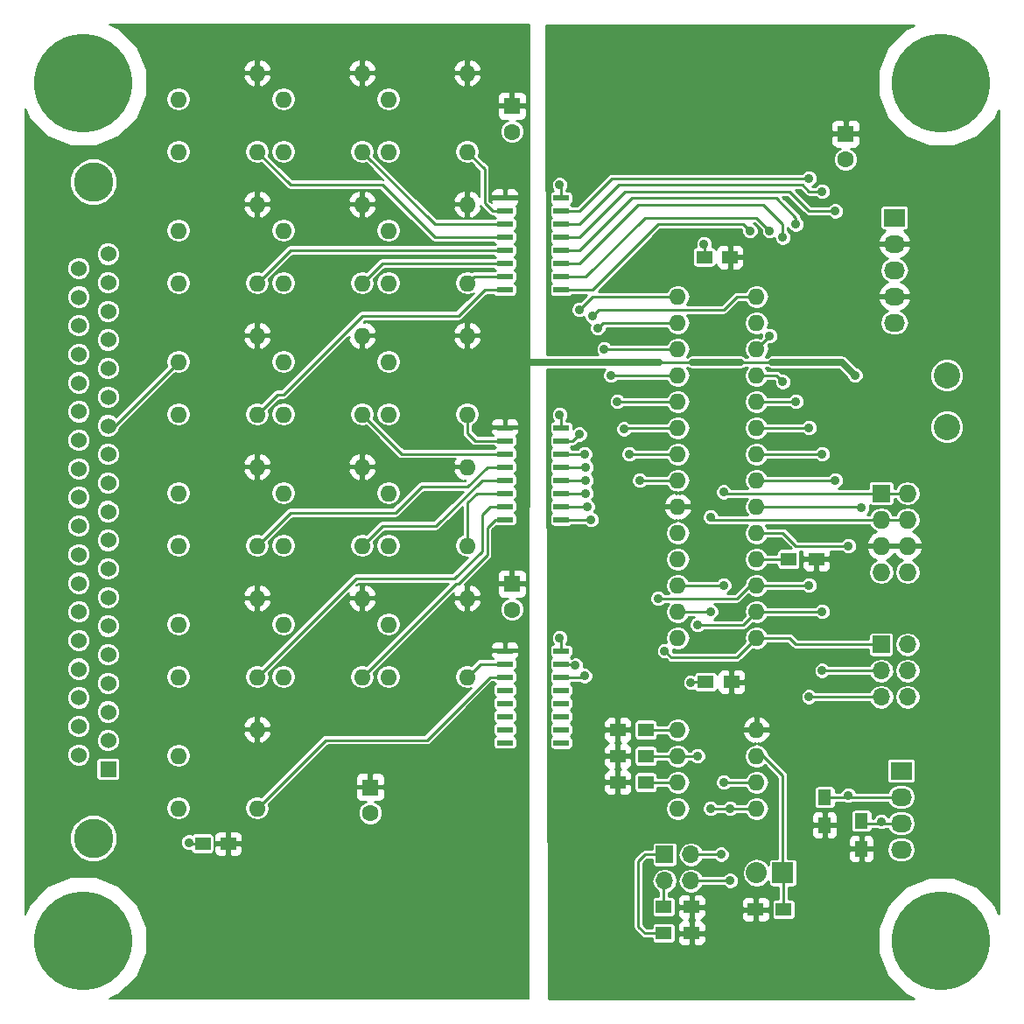
<source format=gbr>
G04 #@! TF.FileFunction,Copper,L1,Top,Signal*
%FSLAX46Y46*%
G04 Gerber Fmt 4.6, Leading zero omitted, Abs format (unit mm)*
G04 Created by KiCad (PCBNEW (after 2015-mar-04 BZR unknown)-product) date 6/9/2017 12:02:43 PM*
%MOMM*%
G01*
G04 APERTURE LIST*
%ADD10C,0.150000*%
%ADD11C,9.525000*%
%ADD12R,2.032000X2.032000*%
%ADD13O,2.032000X2.032000*%
%ADD14R,1.524000X1.524000*%
%ADD15C,1.524000*%
%ADD16C,3.810000*%
%ADD17O,1.600000X1.600000*%
%ADD18R,1.727200X1.727200*%
%ADD19O,1.727200X1.727200*%
%ADD20R,2.032000X1.727200*%
%ADD21O,2.032000X1.727200*%
%ADD22R,1.700000X1.700000*%
%ADD23O,1.700000X1.700000*%
%ADD24R,1.500000X1.300000*%
%ADD25R,1.500000X1.250000*%
%ADD26R,1.300000X1.500000*%
%ADD27R,1.500000X0.600000*%
%ADD28C,2.540000*%
%ADD29R,1.600000X1.600000*%
%ADD30C,1.600000*%
%ADD31C,0.889000*%
%ADD32C,0.254000*%
%ADD33C,0.635000*%
%ADD34C,0.203200*%
G04 APERTURE END LIST*
D10*
D11*
X6000000Y-6000000D03*
X89000000Y-6000000D03*
X6000000Y-89000000D03*
X89000000Y-89000000D03*
D12*
X73660000Y-82423000D03*
D13*
X71120000Y-82423000D03*
D14*
X8422400Y-72417400D03*
D15*
X8422400Y-69648800D03*
X8422400Y-66880200D03*
X8422400Y-64111600D03*
X8422400Y-61343000D03*
X8422400Y-58574400D03*
X8422400Y-55805800D03*
X8422400Y-53037200D03*
X8422400Y-50268600D03*
D16*
X7000000Y-79123000D03*
X7000000Y-15623000D03*
D15*
X8422400Y-47500000D03*
X8422400Y-44731400D03*
X8422400Y-41962800D03*
X8422400Y-39194200D03*
X8422400Y-36425600D03*
X8422400Y-33657000D03*
X8422400Y-30888400D03*
X8422400Y-28119800D03*
X8422400Y-25351200D03*
X8422400Y-22582600D03*
X5577600Y-71045800D03*
X5577600Y-68277200D03*
X5577600Y-65508600D03*
X5577600Y-62740000D03*
X5577600Y-59971400D03*
X5577600Y-57202800D03*
X5577600Y-54434200D03*
X5577600Y-51665600D03*
X5577600Y-48897000D03*
X5577600Y-46128400D03*
X5577600Y-43359800D03*
X5577600Y-40591200D03*
X5577600Y-37822600D03*
X5577600Y-35054000D03*
X5577600Y-32285400D03*
X5577600Y-29516800D03*
X5577600Y-26748200D03*
X5577600Y-23979600D03*
D17*
X63500000Y-26670000D03*
X63500000Y-29210000D03*
X63500000Y-31750000D03*
X63500000Y-34290000D03*
X63500000Y-36830000D03*
X63500000Y-39370000D03*
X63500000Y-41910000D03*
X63500000Y-44450000D03*
X63500000Y-46990000D03*
X63500000Y-49530000D03*
X63500000Y-52070000D03*
X63500000Y-54610000D03*
X63500000Y-57150000D03*
X63500000Y-59690000D03*
X71120000Y-59690000D03*
X71120000Y-57150000D03*
X71120000Y-54610000D03*
X71120000Y-52070000D03*
X71120000Y-49530000D03*
X71120000Y-46990000D03*
X71120000Y-44450000D03*
X71120000Y-41910000D03*
X71120000Y-39370000D03*
X71120000Y-36830000D03*
X71120000Y-34290000D03*
X71120000Y-31750000D03*
X71120000Y-29210000D03*
X71120000Y-26670000D03*
X63500000Y-68580000D03*
X63500000Y-71120000D03*
X63500000Y-73660000D03*
X63500000Y-76200000D03*
X71120000Y-76200000D03*
X71120000Y-73660000D03*
X71120000Y-71120000D03*
X71120000Y-68580000D03*
D18*
X83185000Y-45720000D03*
D19*
X85725000Y-45720000D03*
X83185000Y-48260000D03*
X85725000Y-48260000D03*
X83185000Y-50800000D03*
X85725000Y-50800000D03*
X83185000Y-53340000D03*
X85725000Y-53340000D03*
D20*
X84455000Y-19050000D03*
D21*
X84455000Y-21590000D03*
X84455000Y-24130000D03*
X84455000Y-26670000D03*
X84455000Y-29210000D03*
D20*
X85118000Y-72550000D03*
D21*
X85118000Y-75090000D03*
X85118000Y-77630000D03*
X85118000Y-80170000D03*
D22*
X83185000Y-60325000D03*
D23*
X85725000Y-60325000D03*
X83185000Y-62865000D03*
X85725000Y-62865000D03*
X83185000Y-65405000D03*
X85725000Y-65405000D03*
D22*
X62230000Y-80645000D03*
D23*
X64770000Y-80645000D03*
X62230000Y-83185000D03*
X64770000Y-83185000D03*
D24*
X60405000Y-68580000D03*
X57705000Y-68580000D03*
D25*
X68710000Y-63960000D03*
X66210000Y-63960000D03*
X68560000Y-22860000D03*
X66060000Y-22860000D03*
D24*
X60405000Y-73660000D03*
X57705000Y-73660000D03*
X60405000Y-71120000D03*
X57705000Y-71120000D03*
X74215000Y-52070000D03*
X76915000Y-52070000D03*
X71040000Y-85979000D03*
X73740000Y-85979000D03*
D26*
X77724000Y-75104000D03*
X77724000Y-77804000D03*
X81280000Y-77390000D03*
X81280000Y-80090000D03*
D27*
X52230000Y-26035000D03*
X52230000Y-24765000D03*
X52230000Y-23495000D03*
X52230000Y-22225000D03*
X52230000Y-20955000D03*
X52230000Y-19685000D03*
X52230000Y-18415000D03*
X52230000Y-17145000D03*
X46830000Y-17145000D03*
X46830000Y-18415000D03*
X46830000Y-19685000D03*
X46830000Y-20955000D03*
X46830000Y-22225000D03*
X46830000Y-23495000D03*
X46830000Y-24765000D03*
X46830000Y-26035000D03*
X52230000Y-48260000D03*
X52230000Y-46990000D03*
X52230000Y-45720000D03*
X52230000Y-44450000D03*
X52230000Y-43180000D03*
X52230000Y-41910000D03*
X52230000Y-40640000D03*
X52230000Y-39370000D03*
X46830000Y-39370000D03*
X46830000Y-40640000D03*
X46830000Y-41910000D03*
X46830000Y-43180000D03*
X46830000Y-44450000D03*
X46830000Y-45720000D03*
X46830000Y-46990000D03*
X46830000Y-48260000D03*
X52230000Y-69850000D03*
X52230000Y-68580000D03*
X52230000Y-67310000D03*
X52230000Y-66040000D03*
X52230000Y-64770000D03*
X52230000Y-63500000D03*
X52230000Y-62230000D03*
X52230000Y-60960000D03*
X46830000Y-60960000D03*
X46830000Y-62230000D03*
X46830000Y-63500000D03*
X46830000Y-64770000D03*
X46830000Y-66040000D03*
X46830000Y-67310000D03*
X46830000Y-68580000D03*
X46830000Y-69850000D03*
D17*
X22860000Y-12700000D03*
X15240000Y-7620000D03*
X15240000Y-12700000D03*
X22860000Y-5080000D03*
X33020000Y-12700000D03*
X25400000Y-7620000D03*
X25400000Y-12700000D03*
X33020000Y-5080000D03*
X43180000Y-12700000D03*
X35560000Y-7620000D03*
X35560000Y-12700000D03*
X43180000Y-5080000D03*
X22860000Y-25400000D03*
X15240000Y-20320000D03*
X15240000Y-25400000D03*
X22860000Y-17780000D03*
X33020000Y-25400000D03*
X25400000Y-20320000D03*
X25400000Y-25400000D03*
X33020000Y-17780000D03*
X43180000Y-25400000D03*
X35560000Y-20320000D03*
X35560000Y-25400000D03*
X43180000Y-17780000D03*
X22860000Y-38100000D03*
X15240000Y-33020000D03*
X15240000Y-38100000D03*
X22860000Y-30480000D03*
X33020000Y-38100000D03*
X25400000Y-33020000D03*
X25400000Y-38100000D03*
X33020000Y-30480000D03*
X43180000Y-38100000D03*
X35560000Y-33020000D03*
X35560000Y-38100000D03*
X43180000Y-30480000D03*
X22860000Y-50800000D03*
X15240000Y-45720000D03*
X15240000Y-50800000D03*
X22860000Y-43180000D03*
X33020000Y-50800000D03*
X25400000Y-45720000D03*
X25400000Y-50800000D03*
X33020000Y-43180000D03*
X43180000Y-50800000D03*
X35560000Y-45720000D03*
X35560000Y-50800000D03*
X43180000Y-43180000D03*
X22860000Y-63500000D03*
X15240000Y-58420000D03*
X15240000Y-63500000D03*
X22860000Y-55880000D03*
X33020000Y-63500000D03*
X25400000Y-58420000D03*
X25400000Y-63500000D03*
X33020000Y-55880000D03*
X43180000Y-63500000D03*
X35560000Y-58420000D03*
X35560000Y-63500000D03*
X43180000Y-55880000D03*
X22860000Y-76200000D03*
X15240000Y-71120000D03*
X15240000Y-76200000D03*
X22860000Y-68580000D03*
D28*
X89535000Y-34290000D03*
X89535000Y-39290000D03*
D24*
X62150000Y-88265000D03*
X64850000Y-88265000D03*
X62150000Y-85725000D03*
X64850000Y-85725000D03*
D25*
X20046000Y-79629000D03*
X17546000Y-79629000D03*
D29*
X33782000Y-74168000D03*
D30*
X33782000Y-76668000D03*
D29*
X47498000Y-54483000D03*
D30*
X47498000Y-56983000D03*
D29*
X47498000Y-8255000D03*
D30*
X47498000Y-10755000D03*
D29*
X79756000Y-10922000D03*
D30*
X79756000Y-13422000D03*
D31*
X77470000Y-62865000D03*
X77470000Y-57150000D03*
X65405000Y-71120000D03*
X65405000Y-58420000D03*
X76200000Y-54610000D03*
X76200000Y-65405000D03*
X61595000Y-55880000D03*
X67945000Y-73660000D03*
X67945000Y-54610000D03*
X67691000Y-80645000D03*
X67945000Y-45593000D03*
X66675000Y-76200000D03*
X66675000Y-57150000D03*
X68580000Y-83185000D03*
X68580000Y-76200000D03*
X66675000Y-48006000D03*
X16256000Y-79502000D03*
X64770000Y-64008000D03*
X66040000Y-21590000D03*
X52070000Y-38100000D03*
X52070000Y-15875000D03*
X52070000Y-59690000D03*
X83185000Y-77470000D03*
X81280000Y-47117000D03*
X80010000Y-74930000D03*
X80010000Y-50800000D03*
X62230000Y-60960000D03*
X70485000Y-20320000D03*
X72390000Y-30480000D03*
X72390000Y-20320000D03*
X73660000Y-34925000D03*
X73660000Y-20955000D03*
X74930000Y-36830000D03*
X74930000Y-19685000D03*
X78740000Y-44450000D03*
X78740000Y-18415000D03*
X77470000Y-41910000D03*
X77470000Y-16510000D03*
X76200000Y-39370000D03*
X76200000Y-15240000D03*
X80645000Y-34290000D03*
X55118000Y-48260000D03*
X58293000Y-39497000D03*
X54737000Y-46990000D03*
X57658000Y-36830000D03*
X54610000Y-45720000D03*
X57023000Y-34290000D03*
X56388000Y-31750000D03*
X54610000Y-44450000D03*
X55753000Y-29718000D03*
X54610000Y-43180000D03*
X55245000Y-28575000D03*
X54483000Y-41910000D03*
X53975000Y-27940000D03*
X53975000Y-40005000D03*
X54483000Y-63373000D03*
X59817000Y-44450000D03*
X53594000Y-62357000D03*
X58801000Y-41910000D03*
D32*
X77470000Y-57150000D02*
X71120000Y-57150000D01*
X83185000Y-62865000D02*
X77470000Y-62865000D01*
X65405000Y-58420000D02*
X69850000Y-58420000D01*
X69850000Y-58420000D02*
X71120000Y-57150000D01*
X63500000Y-71120000D02*
X65405000Y-71120000D01*
X60405000Y-71120000D02*
X63500000Y-71120000D01*
X83185000Y-65405000D02*
X76200000Y-65405000D01*
X71120000Y-54610000D02*
X76200000Y-54610000D01*
X60405000Y-73660000D02*
X63500000Y-73660000D01*
X70485000Y-54610000D02*
X71120000Y-54610000D01*
X61595000Y-55880000D02*
X69215000Y-55880000D01*
X69215000Y-55880000D02*
X70485000Y-54610000D01*
X85725000Y-45720000D02*
X83185000Y-45720000D01*
X67945000Y-54610000D02*
X63500000Y-54610000D01*
X71120000Y-73660000D02*
X67945000Y-73660000D01*
X64770000Y-80645000D02*
X67691000Y-80645000D01*
X67818000Y-45720000D02*
X67945000Y-45593000D01*
X83185000Y-45720000D02*
X67818000Y-45720000D01*
X85725000Y-48260000D02*
X83185000Y-48260000D01*
X71120000Y-76200000D02*
X68580000Y-76200000D01*
X68580000Y-76200000D02*
X66675000Y-76200000D01*
X66675000Y-57150000D02*
X63500000Y-57150000D01*
X64770000Y-83185000D02*
X68580000Y-83185000D01*
X66929000Y-48260000D02*
X66675000Y-48006000D01*
X83185000Y-48260000D02*
X66929000Y-48260000D01*
X17546000Y-79629000D02*
X16383000Y-79629000D01*
X16383000Y-79629000D02*
X16256000Y-79502000D01*
X66210000Y-63960000D02*
X64818000Y-63960000D01*
X64818000Y-63960000D02*
X64770000Y-64008000D01*
X66060000Y-21610000D02*
X66040000Y-21590000D01*
X66060000Y-22860000D02*
X66060000Y-21610000D01*
X52230000Y-38260000D02*
X52070000Y-38100000D01*
X52230000Y-39370000D02*
X52230000Y-38260000D01*
X52230000Y-16035000D02*
X52070000Y-15875000D01*
X52230000Y-17145000D02*
X52230000Y-16035000D01*
X52230000Y-59850000D02*
X52070000Y-59690000D01*
X52230000Y-60960000D02*
X52230000Y-59850000D01*
X74215000Y-52070000D02*
X71120000Y-52070000D01*
X81520000Y-77630000D02*
X81280000Y-77390000D01*
X85118000Y-77630000D02*
X81520000Y-77630000D01*
X83345000Y-77630000D02*
X83185000Y-77470000D01*
X85118000Y-77630000D02*
X83345000Y-77630000D01*
X81153000Y-46990000D02*
X81280000Y-47117000D01*
X71120000Y-46990000D02*
X81153000Y-46990000D01*
X77738000Y-75090000D02*
X77724000Y-75104000D01*
X85118000Y-75090000D02*
X77738000Y-75090000D01*
X80010000Y-74930000D02*
X79836000Y-75104000D01*
X79836000Y-75104000D02*
X77724000Y-75104000D01*
X73660000Y-49530000D02*
X74930000Y-50800000D01*
X74930000Y-50800000D02*
X80010000Y-50800000D01*
X71120000Y-49530000D02*
X73660000Y-49530000D01*
X74295000Y-59690000D02*
X71120000Y-59690000D01*
X74930000Y-60325000D02*
X74295000Y-59690000D01*
X83185000Y-60325000D02*
X74930000Y-60325000D01*
X60405000Y-68580000D02*
X63500000Y-68580000D01*
X62230000Y-60960000D02*
X62865000Y-61595000D01*
X62865000Y-61595000D02*
X69215000Y-61595000D01*
X69215000Y-61595000D02*
X71120000Y-59690000D01*
X71755000Y-71120000D02*
X71120000Y-71120000D01*
X73660000Y-73025000D02*
X71755000Y-71120000D01*
X73660000Y-82423000D02*
X73660000Y-73025000D01*
X73740000Y-82503000D02*
X73660000Y-82423000D01*
X73740000Y-85979000D02*
X73740000Y-82503000D01*
X70485000Y-20320000D02*
X69850000Y-19685000D01*
X69850000Y-19685000D02*
X61595000Y-19685000D01*
X61595000Y-19685000D02*
X55245000Y-26035000D01*
X55245000Y-26035000D02*
X52230000Y-26035000D01*
X72390000Y-20320000D02*
X71120000Y-19050000D01*
X71120000Y-19050000D02*
X60325000Y-19050000D01*
X60325000Y-19050000D02*
X54610000Y-24765000D01*
X54610000Y-24765000D02*
X52230000Y-24765000D01*
X71120000Y-31750000D02*
X72390000Y-30480000D01*
X73025000Y-34290000D02*
X73660000Y-34925000D01*
X71120000Y-34290000D02*
X73025000Y-34290000D01*
X53975000Y-23495000D02*
X59690000Y-17780000D01*
X59690000Y-17780000D02*
X71755000Y-17780000D01*
X71755000Y-17780000D02*
X73660000Y-19685000D01*
X73660000Y-19685000D02*
X73660000Y-20955000D01*
X52230000Y-23495000D02*
X53975000Y-23495000D01*
X74930000Y-36830000D02*
X71120000Y-36830000D01*
X53975000Y-22225000D02*
X59055000Y-17145000D01*
X59055000Y-17145000D02*
X73025000Y-17145000D01*
X73025000Y-17145000D02*
X74930000Y-19050000D01*
X74930000Y-19050000D02*
X74930000Y-19685000D01*
X52230000Y-22225000D02*
X53975000Y-22225000D01*
X71120000Y-44450000D02*
X78740000Y-44450000D01*
X76200000Y-18415000D02*
X78740000Y-18415000D01*
X58420000Y-16510000D02*
X74295000Y-16510000D01*
X74295000Y-16510000D02*
X76200000Y-18415000D01*
X53975000Y-20955000D02*
X58420000Y-16510000D01*
X52230000Y-20955000D02*
X53975000Y-20955000D01*
X71120000Y-41910000D02*
X77470000Y-41910000D01*
X57785000Y-15875000D02*
X75565000Y-15875000D01*
X75565000Y-15875000D02*
X76200000Y-16510000D01*
X76200000Y-16510000D02*
X77470000Y-16510000D01*
X53975000Y-19685000D02*
X57785000Y-15875000D01*
X52230000Y-19685000D02*
X53975000Y-19685000D01*
X71120000Y-39370000D02*
X76200000Y-39370000D01*
X53975000Y-18415000D02*
X57150000Y-15240000D01*
X57150000Y-15240000D02*
X76200000Y-15240000D01*
X52230000Y-18415000D02*
X53975000Y-18415000D01*
X8422400Y-22582600D02*
X8659400Y-22582600D01*
X9065800Y-39194200D02*
X15240000Y-33020000D01*
X8422400Y-39194200D02*
X9065800Y-39194200D01*
X64897000Y-33020000D02*
X61722000Y-33020000D01*
X61722000Y-33020000D02*
X48260000Y-33020000D01*
X72644000Y-33020000D02*
X69596000Y-33020000D01*
D33*
X61722000Y-33020000D02*
X48260000Y-33020000D01*
X64897000Y-33020000D02*
X69596000Y-33020000D01*
X79375000Y-33020000D02*
X80645000Y-34290000D01*
X72644000Y-33020000D02*
X79375000Y-33020000D01*
D32*
X58293000Y-39497000D02*
X58420000Y-39370000D01*
X58420000Y-39370000D02*
X63500000Y-39370000D01*
X52230000Y-48260000D02*
X55118000Y-48260000D01*
X57658000Y-36830000D02*
X63500000Y-36830000D01*
X52230000Y-46990000D02*
X54737000Y-46990000D01*
X57023000Y-34290000D02*
X63500000Y-34290000D01*
X52230000Y-45720000D02*
X54610000Y-45720000D01*
X57785000Y-31750000D02*
X63500000Y-31750000D01*
X56388000Y-31750000D02*
X57785000Y-31750000D01*
X52230000Y-44450000D02*
X54610000Y-44450000D01*
X56515000Y-29210000D02*
X63500000Y-29210000D01*
X55753000Y-29718000D02*
X56261000Y-29210000D01*
X56261000Y-29210000D02*
X56515000Y-29210000D01*
X52230000Y-43180000D02*
X54610000Y-43180000D01*
X67945000Y-27940000D02*
X69215000Y-26670000D01*
X55880000Y-27940000D02*
X67945000Y-27940000D01*
X55245000Y-28575000D02*
X55880000Y-27940000D01*
X69215000Y-26670000D02*
X71120000Y-26670000D01*
X52230000Y-41910000D02*
X54483000Y-41910000D01*
X52230000Y-40640000D02*
X52705000Y-40640000D01*
X55245000Y-26670000D02*
X53975000Y-27940000D01*
X63500000Y-26670000D02*
X55245000Y-26670000D01*
X53340000Y-40640000D02*
X53975000Y-40005000D01*
X52230000Y-40640000D02*
X53340000Y-40640000D01*
X54356000Y-63500000D02*
X54483000Y-63373000D01*
X59817000Y-44450000D02*
X63500000Y-44450000D01*
X52230000Y-63500000D02*
X54356000Y-63500000D01*
X53467000Y-62230000D02*
X53594000Y-62357000D01*
X58801000Y-41910000D02*
X63500000Y-41910000D01*
X52230000Y-62230000D02*
X53467000Y-62230000D01*
X40005000Y-20955000D02*
X34925000Y-15875000D01*
X34925000Y-15875000D02*
X26035000Y-15875000D01*
X26035000Y-15875000D02*
X22860000Y-12700000D01*
X46830000Y-20955000D02*
X40005000Y-20955000D01*
X40005000Y-19685000D02*
X33020000Y-12700000D01*
X46830000Y-19685000D02*
X40005000Y-19685000D01*
X45593000Y-18415000D02*
X44831000Y-17653000D01*
X44831000Y-17653000D02*
X44831000Y-14351000D01*
X44831000Y-14351000D02*
X43180000Y-12700000D01*
X46830000Y-18415000D02*
X45593000Y-18415000D01*
X26035000Y-22225000D02*
X22860000Y-25400000D01*
X46830000Y-22225000D02*
X26035000Y-22225000D01*
X34925000Y-23495000D02*
X33020000Y-25400000D01*
X46830000Y-23495000D02*
X34925000Y-23495000D01*
X43815000Y-24765000D02*
X43180000Y-25400000D01*
X46830000Y-24765000D02*
X43815000Y-24765000D01*
X25400000Y-36195000D02*
X24765000Y-36195000D01*
X33020000Y-28575000D02*
X25400000Y-36195000D01*
X24765000Y-36195000D02*
X22860000Y-38100000D01*
X44831000Y-26035000D02*
X42291000Y-28575000D01*
X42291000Y-28575000D02*
X33020000Y-28575000D01*
X46830000Y-26035000D02*
X44831000Y-26035000D01*
X36830000Y-41910000D02*
X33020000Y-38100000D01*
X46830000Y-41910000D02*
X36830000Y-41910000D01*
X43942000Y-40640000D02*
X43180000Y-39878000D01*
X43180000Y-39878000D02*
X43180000Y-38100000D01*
X46830000Y-40640000D02*
X43942000Y-40640000D01*
X36195000Y-47625000D02*
X26035000Y-47625000D01*
X26035000Y-47625000D02*
X22860000Y-50800000D01*
X38735000Y-45085000D02*
X36195000Y-47625000D01*
X45085000Y-43180000D02*
X43180000Y-45085000D01*
X43180000Y-45085000D02*
X38735000Y-45085000D01*
X46830000Y-43180000D02*
X45085000Y-43180000D01*
X34925000Y-48895000D02*
X33020000Y-50800000D01*
X44577000Y-44450000D02*
X40132000Y-48895000D01*
X40132000Y-48895000D02*
X34925000Y-48895000D01*
X46830000Y-44450000D02*
X44577000Y-44450000D01*
X44069000Y-45720000D02*
X43180000Y-46609000D01*
X43180000Y-46609000D02*
X43180000Y-50800000D01*
X46830000Y-45720000D02*
X44069000Y-45720000D01*
X22860000Y-63500000D02*
X32385000Y-53975000D01*
X41910000Y-53975000D02*
X44577000Y-51308000D01*
X32385000Y-53975000D02*
X41910000Y-53975000D01*
X45339000Y-46990000D02*
X44577000Y-47752000D01*
X44577000Y-47752000D02*
X44577000Y-51308000D01*
X46830000Y-46990000D02*
X45339000Y-46990000D01*
X33020000Y-63500000D02*
X42037000Y-54483000D01*
X42291000Y-54483000D02*
X45085002Y-51688998D01*
X42037000Y-54483000D02*
X42291000Y-54483000D01*
X45847002Y-48260000D02*
X45085002Y-49022000D01*
X45085002Y-49022000D02*
X45085002Y-51688998D01*
X46830000Y-48260000D02*
X45847002Y-48260000D01*
X44450000Y-62230000D02*
X43180000Y-63500000D01*
X46830000Y-62230000D02*
X44450000Y-62230000D01*
X29464000Y-69596000D02*
X39243000Y-69596000D01*
X39243000Y-69596000D02*
X45339000Y-63500000D01*
X45339000Y-63500000D02*
X46830000Y-63500000D01*
X39243000Y-69596000D02*
X29464000Y-69596000D01*
X29464000Y-69596000D02*
X22860000Y-76200000D01*
X60325000Y-80645000D02*
X59690000Y-81280000D01*
X59690000Y-81280000D02*
X59690000Y-87630000D01*
X59690000Y-87630000D02*
X60325000Y-88265000D01*
X60325000Y-88265000D02*
X62150000Y-88265000D01*
X62230000Y-80645000D02*
X60325000Y-80645000D01*
X62150000Y-83265000D02*
X62230000Y-83185000D01*
X62150000Y-85725000D02*
X62150000Y-83265000D01*
G36*
X94569000Y-86348473D02*
X94224815Y-85515482D01*
X92493632Y-83781275D01*
X91186286Y-83238417D01*
X91186286Y-38963037D01*
X91186286Y-33963037D01*
X90935466Y-33356005D01*
X90471437Y-32891166D01*
X89864845Y-32639287D01*
X89208037Y-32638714D01*
X88601005Y-32889534D01*
X88136166Y-33353563D01*
X87884287Y-33960155D01*
X87883714Y-34616963D01*
X88134534Y-35223995D01*
X88598563Y-35688834D01*
X89205155Y-35940713D01*
X89861963Y-35941286D01*
X90468995Y-35690466D01*
X90933834Y-35226437D01*
X91185713Y-34619845D01*
X91186286Y-33963037D01*
X91186286Y-38963037D01*
X90935466Y-38356005D01*
X90471437Y-37891166D01*
X89864845Y-37639287D01*
X89208037Y-37638714D01*
X88601005Y-37889534D01*
X88136166Y-38353563D01*
X87884287Y-38960155D01*
X87883714Y-39616963D01*
X88134534Y-40223995D01*
X88598563Y-40688834D01*
X89205155Y-40940713D01*
X89861963Y-40941286D01*
X90468995Y-40690466D01*
X90933834Y-40226437D01*
X91185713Y-39619845D01*
X91186286Y-38963037D01*
X91186286Y-83238417D01*
X90230575Y-82841571D01*
X87780175Y-82839433D01*
X87179958Y-83087437D01*
X87179958Y-51159026D01*
X87179958Y-50440974D01*
X87007688Y-50025053D01*
X86613490Y-49593179D01*
X86223338Y-49410323D01*
X86225671Y-49409860D01*
X86629448Y-49140065D01*
X86899243Y-48736288D01*
X86993983Y-48260000D01*
X86899243Y-47783712D01*
X86629448Y-47379935D01*
X86225671Y-47110140D01*
X85749383Y-47015400D01*
X85700617Y-47015400D01*
X85224329Y-47110140D01*
X84820552Y-47379935D01*
X84571946Y-47752000D01*
X84338053Y-47752000D01*
X84089448Y-47379935D01*
X83685671Y-47110140D01*
X83209383Y-47015400D01*
X83160617Y-47015400D01*
X82684329Y-47110140D01*
X82280552Y-47379935D01*
X82031946Y-47752000D01*
X81812344Y-47752000D01*
X81979417Y-47585219D01*
X82105357Y-47281923D01*
X82105643Y-46953518D01*
X82073540Y-46875823D01*
X82171616Y-46942026D01*
X82321400Y-46972064D01*
X84048600Y-46972064D01*
X84193874Y-46943878D01*
X84321556Y-46860004D01*
X84407026Y-46733384D01*
X84437064Y-46583600D01*
X84437064Y-46228000D01*
X84571946Y-46228000D01*
X84820552Y-46600065D01*
X85224329Y-46869860D01*
X85700617Y-46964600D01*
X85749383Y-46964600D01*
X86225671Y-46869860D01*
X86629448Y-46600065D01*
X86899243Y-46196288D01*
X86993983Y-45720000D01*
X86899243Y-45243712D01*
X86629448Y-44839935D01*
X86225671Y-44570140D01*
X86062358Y-44537654D01*
X86062358Y-27029026D01*
X86062358Y-26310974D01*
X86059709Y-26295209D01*
X85805732Y-25767964D01*
X85369320Y-25378046D01*
X85096757Y-25282704D01*
X85111057Y-25279860D01*
X85514834Y-25010065D01*
X85784629Y-24606288D01*
X85879369Y-24130000D01*
X85784629Y-23653712D01*
X85514834Y-23249935D01*
X85111057Y-22980140D01*
X85096757Y-22977295D01*
X85369320Y-22881954D01*
X85805732Y-22492036D01*
X86059709Y-21964791D01*
X86062358Y-21949026D01*
X86062358Y-21230974D01*
X86059709Y-21215209D01*
X85805732Y-20687964D01*
X85373817Y-20302064D01*
X85471000Y-20302064D01*
X85616274Y-20273878D01*
X85743956Y-20190004D01*
X85829426Y-20063384D01*
X85859464Y-19913600D01*
X85859464Y-18186400D01*
X85831278Y-18041126D01*
X85747404Y-17913444D01*
X85620784Y-17827974D01*
X85471000Y-17797936D01*
X83439000Y-17797936D01*
X83293726Y-17826122D01*
X83166044Y-17909996D01*
X83080574Y-18036616D01*
X83050536Y-18186400D01*
X83050536Y-19913600D01*
X83078722Y-20058874D01*
X83162596Y-20186556D01*
X83289216Y-20272026D01*
X83439000Y-20302064D01*
X83536182Y-20302064D01*
X83104268Y-20687964D01*
X82850291Y-21215209D01*
X82847642Y-21230974D01*
X82968783Y-21463000D01*
X84328000Y-21463000D01*
X84328000Y-21443000D01*
X84582000Y-21443000D01*
X84582000Y-21463000D01*
X85941217Y-21463000D01*
X86062358Y-21230974D01*
X86062358Y-21949026D01*
X85941217Y-21717000D01*
X84582000Y-21717000D01*
X84582000Y-21737000D01*
X84328000Y-21737000D01*
X84328000Y-21717000D01*
X82968783Y-21717000D01*
X82847642Y-21949026D01*
X82850291Y-21964791D01*
X83104268Y-22492036D01*
X83540680Y-22881954D01*
X83813242Y-22977295D01*
X83798943Y-22980140D01*
X83395166Y-23249935D01*
X83125371Y-23653712D01*
X83030631Y-24130000D01*
X83125371Y-24606288D01*
X83395166Y-25010065D01*
X83798943Y-25279860D01*
X83813242Y-25282704D01*
X83540680Y-25378046D01*
X83104268Y-25767964D01*
X82850291Y-26295209D01*
X82847642Y-26310974D01*
X82968783Y-26543000D01*
X84328000Y-26543000D01*
X84328000Y-26523000D01*
X84582000Y-26523000D01*
X84582000Y-26543000D01*
X85941217Y-26543000D01*
X86062358Y-26310974D01*
X86062358Y-27029026D01*
X85941217Y-26797000D01*
X84582000Y-26797000D01*
X84582000Y-26817000D01*
X84328000Y-26817000D01*
X84328000Y-26797000D01*
X82968783Y-26797000D01*
X82847642Y-27029026D01*
X82850291Y-27044791D01*
X83104268Y-27572036D01*
X83540680Y-27961954D01*
X83813242Y-28057295D01*
X83798943Y-28060140D01*
X83395166Y-28329935D01*
X83125371Y-28733712D01*
X83030631Y-29210000D01*
X83125371Y-29686288D01*
X83395166Y-30090065D01*
X83798943Y-30359860D01*
X84275231Y-30454600D01*
X84634769Y-30454600D01*
X85111057Y-30359860D01*
X85514834Y-30090065D01*
X85784629Y-29686288D01*
X85879369Y-29210000D01*
X85784629Y-28733712D01*
X85514834Y-28329935D01*
X85111057Y-28060140D01*
X85096757Y-28057295D01*
X85369320Y-27961954D01*
X85805732Y-27572036D01*
X86059709Y-27044791D01*
X86062358Y-27029026D01*
X86062358Y-44537654D01*
X85749383Y-44475400D01*
X85700617Y-44475400D01*
X85224329Y-44570140D01*
X84820552Y-44839935D01*
X84571946Y-45212000D01*
X84437064Y-45212000D01*
X84437064Y-44856400D01*
X84408878Y-44711126D01*
X84325004Y-44583444D01*
X84198384Y-44497974D01*
X84048600Y-44467936D01*
X82321400Y-44467936D01*
X82176126Y-44496122D01*
X82048444Y-44579996D01*
X81962974Y-44706616D01*
X81932936Y-44856400D01*
X81932936Y-45212000D01*
X79057510Y-45212000D01*
X79206998Y-45150233D01*
X79439417Y-44918219D01*
X79565357Y-44614923D01*
X79565643Y-44286518D01*
X79440233Y-43983002D01*
X79208219Y-43750583D01*
X78904923Y-43624643D01*
X78576518Y-43624357D01*
X78295643Y-43740411D01*
X78295643Y-41746518D01*
X78170233Y-41443002D01*
X77938219Y-41210583D01*
X77634923Y-41084643D01*
X77306518Y-41084357D01*
X77025643Y-41200411D01*
X77025643Y-39206518D01*
X76900233Y-38903002D01*
X76668219Y-38670583D01*
X76364923Y-38544643D01*
X76036518Y-38544357D01*
X75755643Y-38660411D01*
X75755643Y-36666518D01*
X75630233Y-36363002D01*
X75398219Y-36130583D01*
X75094923Y-36004643D01*
X74766518Y-36004357D01*
X74463002Y-36129767D01*
X74270433Y-36322000D01*
X72196786Y-36322000D01*
X71978230Y-35994907D01*
X71595086Y-35738898D01*
X71143137Y-35649000D01*
X71096863Y-35649000D01*
X70644914Y-35738898D01*
X70261770Y-35994907D01*
X70005761Y-36378051D01*
X69915863Y-36830000D01*
X70005761Y-37281949D01*
X70261770Y-37665093D01*
X70644914Y-37921102D01*
X71096863Y-38011000D01*
X71143137Y-38011000D01*
X71595086Y-37921102D01*
X71978230Y-37665093D01*
X72196786Y-37338000D01*
X74270697Y-37338000D01*
X74461781Y-37529417D01*
X74765077Y-37655357D01*
X75093482Y-37655643D01*
X75396998Y-37530233D01*
X75629417Y-37298219D01*
X75755357Y-36994923D01*
X75755643Y-36666518D01*
X75755643Y-38660411D01*
X75733002Y-38669767D01*
X75540433Y-38862000D01*
X72196786Y-38862000D01*
X71978230Y-38534907D01*
X71595086Y-38278898D01*
X71143137Y-38189000D01*
X71096863Y-38189000D01*
X70644914Y-38278898D01*
X70261770Y-38534907D01*
X70005761Y-38918051D01*
X69915863Y-39370000D01*
X70005761Y-39821949D01*
X70261770Y-40205093D01*
X70644914Y-40461102D01*
X71096863Y-40551000D01*
X71143137Y-40551000D01*
X71595086Y-40461102D01*
X71978230Y-40205093D01*
X72196786Y-39878000D01*
X75540697Y-39878000D01*
X75731781Y-40069417D01*
X76035077Y-40195357D01*
X76363482Y-40195643D01*
X76666998Y-40070233D01*
X76899417Y-39838219D01*
X77025357Y-39534923D01*
X77025643Y-39206518D01*
X77025643Y-41200411D01*
X77003002Y-41209767D01*
X76810433Y-41402000D01*
X72196786Y-41402000D01*
X71978230Y-41074907D01*
X71595086Y-40818898D01*
X71143137Y-40729000D01*
X71096863Y-40729000D01*
X70644914Y-40818898D01*
X70261770Y-41074907D01*
X70005761Y-41458051D01*
X69915863Y-41910000D01*
X70005761Y-42361949D01*
X70261770Y-42745093D01*
X70644914Y-43001102D01*
X71096863Y-43091000D01*
X71143137Y-43091000D01*
X71595086Y-43001102D01*
X71978230Y-42745093D01*
X72196786Y-42418000D01*
X76810697Y-42418000D01*
X77001781Y-42609417D01*
X77305077Y-42735357D01*
X77633482Y-42735643D01*
X77936998Y-42610233D01*
X78169417Y-42378219D01*
X78295357Y-42074923D01*
X78295643Y-41746518D01*
X78295643Y-43740411D01*
X78273002Y-43749767D01*
X78080433Y-43942000D01*
X72196786Y-43942000D01*
X71978230Y-43614907D01*
X71595086Y-43358898D01*
X71143137Y-43269000D01*
X71096863Y-43269000D01*
X70644914Y-43358898D01*
X70261770Y-43614907D01*
X70005761Y-43998051D01*
X69915863Y-44450000D01*
X70005761Y-44901949D01*
X70212930Y-45212000D01*
X68680766Y-45212000D01*
X68645233Y-45126002D01*
X68413219Y-44893583D01*
X68109923Y-44767643D01*
X67781518Y-44767357D01*
X67478002Y-44892767D01*
X67245583Y-45124781D01*
X67119643Y-45428077D01*
X67119357Y-45756482D01*
X67244767Y-46059998D01*
X67476781Y-46292417D01*
X67780077Y-46418357D01*
X68108482Y-46418643D01*
X68411998Y-46293233D01*
X68477344Y-46228000D01*
X70212930Y-46228000D01*
X70005761Y-46538051D01*
X69915863Y-46990000D01*
X70005761Y-47441949D01*
X70212930Y-47752000D01*
X67463241Y-47752000D01*
X67375233Y-47539002D01*
X67143219Y-47306583D01*
X66839923Y-47180643D01*
X66511518Y-47180357D01*
X66208002Y-47305767D01*
X65975583Y-47537781D01*
X65849643Y-47841077D01*
X65849357Y-48169482D01*
X65974767Y-48472998D01*
X66206781Y-48705417D01*
X66510077Y-48831357D01*
X66838482Y-48831643D01*
X66992510Y-48768000D01*
X70212930Y-48768000D01*
X70005761Y-49078051D01*
X69915863Y-49530000D01*
X70005761Y-49981949D01*
X70261770Y-50365093D01*
X70644914Y-50621102D01*
X71096863Y-50711000D01*
X71143137Y-50711000D01*
X71595086Y-50621102D01*
X71978230Y-50365093D01*
X72196786Y-50038000D01*
X73449580Y-50038000D01*
X74443116Y-51031536D01*
X73465000Y-51031536D01*
X73319726Y-51059722D01*
X73192044Y-51143596D01*
X73106574Y-51270216D01*
X73076536Y-51420000D01*
X73076536Y-51562000D01*
X72196786Y-51562000D01*
X71978230Y-51234907D01*
X71595086Y-50978898D01*
X71143137Y-50889000D01*
X71096863Y-50889000D01*
X70644914Y-50978898D01*
X70261770Y-51234907D01*
X70005761Y-51618051D01*
X69915863Y-52070000D01*
X70005761Y-52521949D01*
X70261770Y-52905093D01*
X70644914Y-53161102D01*
X71096863Y-53251000D01*
X71143137Y-53251000D01*
X71595086Y-53161102D01*
X71978230Y-52905093D01*
X72196786Y-52578000D01*
X73076536Y-52578000D01*
X73076536Y-52720000D01*
X73104722Y-52865274D01*
X73188596Y-52992956D01*
X73315216Y-53078426D01*
X73465000Y-53108464D01*
X74965000Y-53108464D01*
X75110274Y-53080278D01*
X75237956Y-52996404D01*
X75323426Y-52869784D01*
X75353464Y-52720000D01*
X75353464Y-51420000D01*
X75331733Y-51308000D01*
X75530000Y-51308000D01*
X75530000Y-51546309D01*
X75530000Y-51784250D01*
X75688750Y-51943000D01*
X76788000Y-51943000D01*
X76788000Y-51923000D01*
X77042000Y-51923000D01*
X77042000Y-51943000D01*
X78141250Y-51943000D01*
X78300000Y-51784250D01*
X78300000Y-51546309D01*
X78300000Y-51308000D01*
X79350697Y-51308000D01*
X79541781Y-51499417D01*
X79845077Y-51625357D01*
X80173482Y-51625643D01*
X80476998Y-51500233D01*
X80709417Y-51268219D01*
X80835357Y-50964923D01*
X80835643Y-50636518D01*
X80710233Y-50333002D01*
X80478219Y-50100583D01*
X80174923Y-49974643D01*
X79846518Y-49974357D01*
X79543002Y-50099767D01*
X79350433Y-50292000D01*
X75140420Y-50292000D01*
X74019210Y-49170790D01*
X73854403Y-49060669D01*
X73660000Y-49022000D01*
X72196786Y-49022000D01*
X72027069Y-48768000D01*
X82031946Y-48768000D01*
X82280552Y-49140065D01*
X82684329Y-49409860D01*
X82686661Y-49410323D01*
X82296510Y-49593179D01*
X81902312Y-50025053D01*
X81730042Y-50440974D01*
X81851183Y-50673000D01*
X83058000Y-50673000D01*
X83058000Y-50653000D01*
X83312000Y-50653000D01*
X83312000Y-50673000D01*
X84391183Y-50673000D01*
X84518817Y-50673000D01*
X85598000Y-50673000D01*
X85598000Y-50653000D01*
X85852000Y-50653000D01*
X85852000Y-50673000D01*
X87058817Y-50673000D01*
X87179958Y-50440974D01*
X87179958Y-51159026D01*
X87058817Y-50927000D01*
X85852000Y-50927000D01*
X85852000Y-50947000D01*
X85598000Y-50947000D01*
X85598000Y-50927000D01*
X84518817Y-50927000D01*
X84391183Y-50927000D01*
X83312000Y-50927000D01*
X83312000Y-50947000D01*
X83058000Y-50947000D01*
X83058000Y-50927000D01*
X81851183Y-50927000D01*
X81730042Y-51159026D01*
X81902312Y-51574947D01*
X82296510Y-52006821D01*
X82686661Y-52189676D01*
X82684329Y-52190140D01*
X82280552Y-52459935D01*
X82010757Y-52863712D01*
X81916017Y-53340000D01*
X82010757Y-53816288D01*
X82280552Y-54220065D01*
X82684329Y-54489860D01*
X83160617Y-54584600D01*
X83209383Y-54584600D01*
X83685671Y-54489860D01*
X84089448Y-54220065D01*
X84359243Y-53816288D01*
X84453983Y-53340000D01*
X84359243Y-52863712D01*
X84089448Y-52459935D01*
X83685671Y-52190140D01*
X83683338Y-52189676D01*
X84073490Y-52006821D01*
X84455000Y-51588847D01*
X84836510Y-52006821D01*
X85226661Y-52189676D01*
X85224329Y-52190140D01*
X84820552Y-52459935D01*
X84550757Y-52863712D01*
X84456017Y-53340000D01*
X84550757Y-53816288D01*
X84820552Y-54220065D01*
X85224329Y-54489860D01*
X85700617Y-54584600D01*
X85749383Y-54584600D01*
X86225671Y-54489860D01*
X86629448Y-54220065D01*
X86899243Y-53816288D01*
X86993983Y-53340000D01*
X86899243Y-52863712D01*
X86629448Y-52459935D01*
X86225671Y-52190140D01*
X86223338Y-52189676D01*
X86613490Y-52006821D01*
X87007688Y-51574947D01*
X87179958Y-51159026D01*
X87179958Y-83087437D01*
X86980117Y-83170010D01*
X86980117Y-65405000D01*
X86980117Y-62865000D01*
X86980117Y-60325000D01*
X86886413Y-59853917D01*
X86619565Y-59454552D01*
X86220200Y-59187704D01*
X85749117Y-59094000D01*
X85700883Y-59094000D01*
X85229800Y-59187704D01*
X84830435Y-59454552D01*
X84563587Y-59853917D01*
X84469883Y-60325000D01*
X84563587Y-60796083D01*
X84830435Y-61195448D01*
X85229800Y-61462296D01*
X85700883Y-61556000D01*
X85749117Y-61556000D01*
X86220200Y-61462296D01*
X86619565Y-61195448D01*
X86886413Y-60796083D01*
X86980117Y-60325000D01*
X86980117Y-62865000D01*
X86886413Y-62393917D01*
X86619565Y-61994552D01*
X86220200Y-61727704D01*
X85749117Y-61634000D01*
X85700883Y-61634000D01*
X85229800Y-61727704D01*
X84830435Y-61994552D01*
X84563587Y-62393917D01*
X84469883Y-62865000D01*
X84563587Y-63336083D01*
X84830435Y-63735448D01*
X85229800Y-64002296D01*
X85700883Y-64096000D01*
X85749117Y-64096000D01*
X86220200Y-64002296D01*
X86619565Y-63735448D01*
X86886413Y-63336083D01*
X86980117Y-62865000D01*
X86980117Y-65405000D01*
X86886413Y-64933917D01*
X86619565Y-64534552D01*
X86220200Y-64267704D01*
X85749117Y-64174000D01*
X85700883Y-64174000D01*
X85229800Y-64267704D01*
X84830435Y-64534552D01*
X84563587Y-64933917D01*
X84469883Y-65405000D01*
X84563587Y-65876083D01*
X84830435Y-66275448D01*
X85229800Y-66542296D01*
X85700883Y-66636000D01*
X85749117Y-66636000D01*
X86220200Y-66542296D01*
X86619565Y-66275448D01*
X86886413Y-65876083D01*
X86980117Y-65405000D01*
X86980117Y-83170010D01*
X86542369Y-83350883D01*
X86542369Y-80170000D01*
X86542369Y-77630000D01*
X86542369Y-75090000D01*
X86522464Y-74989931D01*
X86522464Y-73413600D01*
X86522464Y-71686400D01*
X86494278Y-71541126D01*
X86410404Y-71413444D01*
X86283784Y-71327974D01*
X86134000Y-71297936D01*
X84440117Y-71297936D01*
X84440117Y-65405000D01*
X84440117Y-62865000D01*
X84423464Y-62781279D01*
X84423464Y-61175000D01*
X84423464Y-59475000D01*
X84395278Y-59329726D01*
X84311404Y-59202044D01*
X84184784Y-59116574D01*
X84035000Y-59086536D01*
X82335000Y-59086536D01*
X82189726Y-59114722D01*
X82062044Y-59198596D01*
X81976574Y-59325216D01*
X81946536Y-59475000D01*
X81946536Y-59817000D01*
X78300000Y-59817000D01*
X78300000Y-52846310D01*
X78300000Y-52593691D01*
X78300000Y-52355750D01*
X78141250Y-52197000D01*
X77042000Y-52197000D01*
X77042000Y-53196250D01*
X77200750Y-53355000D01*
X77791309Y-53355000D01*
X78024698Y-53258327D01*
X78203327Y-53079699D01*
X78300000Y-52846310D01*
X78300000Y-59817000D01*
X78295643Y-59817000D01*
X78295643Y-56986518D01*
X78170233Y-56683002D01*
X77938219Y-56450583D01*
X77634923Y-56324643D01*
X77306518Y-56324357D01*
X77003002Y-56449767D01*
X76810433Y-56642000D01*
X72196786Y-56642000D01*
X71978230Y-56314907D01*
X71595086Y-56058898D01*
X71143137Y-55969000D01*
X71096863Y-55969000D01*
X70644914Y-56058898D01*
X70261770Y-56314907D01*
X70005761Y-56698051D01*
X69915863Y-57150000D01*
X69996448Y-57555131D01*
X69639580Y-57912000D01*
X66992510Y-57912000D01*
X67141998Y-57850233D01*
X67374417Y-57618219D01*
X67500357Y-57314923D01*
X67500643Y-56986518D01*
X67375233Y-56683002D01*
X67143219Y-56450583D01*
X66992502Y-56388000D01*
X69215000Y-56388000D01*
X69409403Y-56349331D01*
X69574210Y-56239210D01*
X70325646Y-55487773D01*
X70644914Y-55701102D01*
X71096863Y-55791000D01*
X71143137Y-55791000D01*
X71595086Y-55701102D01*
X71978230Y-55445093D01*
X72196786Y-55118000D01*
X75540697Y-55118000D01*
X75731781Y-55309417D01*
X76035077Y-55435357D01*
X76363482Y-55435643D01*
X76666998Y-55310233D01*
X76899417Y-55078219D01*
X77025357Y-54774923D01*
X77025643Y-54446518D01*
X76900233Y-54143002D01*
X76788000Y-54030573D01*
X76788000Y-53196250D01*
X76788000Y-52197000D01*
X75688750Y-52197000D01*
X75530000Y-52355750D01*
X75530000Y-52593691D01*
X75530000Y-52846310D01*
X75626673Y-53079699D01*
X75805302Y-53258327D01*
X76038691Y-53355000D01*
X76629250Y-53355000D01*
X76788000Y-53196250D01*
X76788000Y-54030573D01*
X76668219Y-53910583D01*
X76364923Y-53784643D01*
X76036518Y-53784357D01*
X75733002Y-53909767D01*
X75540433Y-54102000D01*
X72196786Y-54102000D01*
X71978230Y-53774907D01*
X71595086Y-53518898D01*
X71143137Y-53429000D01*
X71096863Y-53429000D01*
X70644914Y-53518898D01*
X70261770Y-53774907D01*
X70005761Y-54158051D01*
X69952930Y-54423649D01*
X69004580Y-55372000D01*
X68262510Y-55372000D01*
X68411998Y-55310233D01*
X68644417Y-55078219D01*
X68770357Y-54774923D01*
X68770643Y-54446518D01*
X68645233Y-54143002D01*
X68413219Y-53910583D01*
X68109923Y-53784643D01*
X67781518Y-53784357D01*
X67478002Y-53909767D01*
X67285433Y-54102000D01*
X64891904Y-54102000D01*
X64891904Y-47339039D01*
X64891904Y-46640961D01*
X64731041Y-46252577D01*
X64704137Y-46222877D01*
X64355134Y-45837611D01*
X63849041Y-45598086D01*
X63627002Y-45719369D01*
X63627002Y-45610340D01*
X63975086Y-45541102D01*
X64358230Y-45285093D01*
X64614239Y-44901949D01*
X64704137Y-44450000D01*
X64704137Y-41910000D01*
X64704137Y-39370000D01*
X64704137Y-36830000D01*
X64614239Y-36378051D01*
X64358230Y-35994907D01*
X63975086Y-35738898D01*
X63523137Y-35649000D01*
X63476863Y-35649000D01*
X63024914Y-35738898D01*
X62641770Y-35994907D01*
X62423213Y-36322000D01*
X58317302Y-36322000D01*
X58126219Y-36130583D01*
X57822923Y-36004643D01*
X57494518Y-36004357D01*
X57191002Y-36129767D01*
X56958583Y-36361781D01*
X56832643Y-36665077D01*
X56832357Y-36993482D01*
X56957767Y-37296998D01*
X57189781Y-37529417D01*
X57493077Y-37655357D01*
X57821482Y-37655643D01*
X58124998Y-37530233D01*
X58317566Y-37338000D01*
X62423213Y-37338000D01*
X62641770Y-37665093D01*
X63024914Y-37921102D01*
X63476863Y-38011000D01*
X63523137Y-38011000D01*
X63975086Y-37921102D01*
X64358230Y-37665093D01*
X64614239Y-37281949D01*
X64704137Y-36830000D01*
X64704137Y-39370000D01*
X64614239Y-38918051D01*
X64358230Y-38534907D01*
X63975086Y-38278898D01*
X63523137Y-38189000D01*
X63476863Y-38189000D01*
X63024914Y-38278898D01*
X62641770Y-38534907D01*
X62423213Y-38862000D01*
X58825523Y-38862000D01*
X58761219Y-38797583D01*
X58457923Y-38671643D01*
X58129518Y-38671357D01*
X57826002Y-38796767D01*
X57593583Y-39028781D01*
X57467643Y-39332077D01*
X57467357Y-39660482D01*
X57592767Y-39963998D01*
X57824781Y-40196417D01*
X58128077Y-40322357D01*
X58456482Y-40322643D01*
X58759998Y-40197233D01*
X58992417Y-39965219D01*
X59028633Y-39878000D01*
X62423213Y-39878000D01*
X62641770Y-40205093D01*
X63024914Y-40461102D01*
X63476863Y-40551000D01*
X63523137Y-40551000D01*
X63975086Y-40461102D01*
X64358230Y-40205093D01*
X64614239Y-39821949D01*
X64704137Y-39370000D01*
X64704137Y-41910000D01*
X64614239Y-41458051D01*
X64358230Y-41074907D01*
X63975086Y-40818898D01*
X63523137Y-40729000D01*
X63476863Y-40729000D01*
X63024914Y-40818898D01*
X62641770Y-41074907D01*
X62423213Y-41402000D01*
X59460302Y-41402000D01*
X59269219Y-41210583D01*
X58965923Y-41084643D01*
X58637518Y-41084357D01*
X58334002Y-41209767D01*
X58101583Y-41441781D01*
X57975643Y-41745077D01*
X57975357Y-42073482D01*
X58100767Y-42376998D01*
X58332781Y-42609417D01*
X58636077Y-42735357D01*
X58964482Y-42735643D01*
X59267998Y-42610233D01*
X59460566Y-42418000D01*
X62423213Y-42418000D01*
X62641770Y-42745093D01*
X63024914Y-43001102D01*
X63476863Y-43091000D01*
X63523137Y-43091000D01*
X63975086Y-43001102D01*
X64358230Y-42745093D01*
X64614239Y-42361949D01*
X64704137Y-41910000D01*
X64704137Y-44450000D01*
X64614239Y-43998051D01*
X64358230Y-43614907D01*
X63975086Y-43358898D01*
X63523137Y-43269000D01*
X63476863Y-43269000D01*
X63024914Y-43358898D01*
X62641770Y-43614907D01*
X62423213Y-43942000D01*
X60476302Y-43942000D01*
X60285219Y-43750583D01*
X59981923Y-43624643D01*
X59653518Y-43624357D01*
X59350002Y-43749767D01*
X59117583Y-43981781D01*
X58991643Y-44285077D01*
X58991357Y-44613482D01*
X59116767Y-44916998D01*
X59348781Y-45149417D01*
X59652077Y-45275357D01*
X59980482Y-45275643D01*
X60283998Y-45150233D01*
X60476566Y-44958000D01*
X62423213Y-44958000D01*
X62641770Y-45285093D01*
X63024914Y-45541102D01*
X63372998Y-45610340D01*
X63372998Y-45719369D01*
X63150959Y-45598086D01*
X62644866Y-45837611D01*
X62268959Y-46252577D01*
X62108096Y-46640961D01*
X62230085Y-46863000D01*
X63373000Y-46863000D01*
X63373000Y-46843000D01*
X63627000Y-46843000D01*
X63627000Y-46863000D01*
X64769915Y-46863000D01*
X64891904Y-46640961D01*
X64891904Y-47339039D01*
X64769915Y-47117000D01*
X63627000Y-47117000D01*
X63627000Y-47137000D01*
X63373000Y-47137000D01*
X63373000Y-47117000D01*
X62230085Y-47117000D01*
X62108096Y-47339039D01*
X62268959Y-47727423D01*
X62644866Y-48142389D01*
X63150959Y-48381914D01*
X63372998Y-48260630D01*
X63372998Y-48369659D01*
X63024914Y-48438898D01*
X62641770Y-48694907D01*
X62385761Y-49078051D01*
X62295863Y-49530000D01*
X62385761Y-49981949D01*
X62641770Y-50365093D01*
X63024914Y-50621102D01*
X63476863Y-50711000D01*
X63523137Y-50711000D01*
X63975086Y-50621102D01*
X64358230Y-50365093D01*
X64614239Y-49981949D01*
X64704137Y-49530000D01*
X64614239Y-49078051D01*
X64358230Y-48694907D01*
X63975086Y-48438898D01*
X63627002Y-48369659D01*
X63627002Y-48260630D01*
X63849041Y-48381914D01*
X64355134Y-48142389D01*
X64731041Y-47727423D01*
X64891904Y-47339039D01*
X64891904Y-54102000D01*
X64704137Y-54102000D01*
X64704137Y-52070000D01*
X64614239Y-51618051D01*
X64358230Y-51234907D01*
X63975086Y-50978898D01*
X63523137Y-50889000D01*
X63476863Y-50889000D01*
X63024914Y-50978898D01*
X62641770Y-51234907D01*
X62385761Y-51618051D01*
X62295863Y-52070000D01*
X62385761Y-52521949D01*
X62641770Y-52905093D01*
X63024914Y-53161102D01*
X63476863Y-53251000D01*
X63523137Y-53251000D01*
X63975086Y-53161102D01*
X64358230Y-52905093D01*
X64614239Y-52521949D01*
X64704137Y-52070000D01*
X64704137Y-54102000D01*
X64576786Y-54102000D01*
X64358230Y-53774907D01*
X63975086Y-53518898D01*
X63523137Y-53429000D01*
X63476863Y-53429000D01*
X63024914Y-53518898D01*
X62641770Y-53774907D01*
X62385761Y-54158051D01*
X62295863Y-54610000D01*
X62385761Y-55061949D01*
X62592930Y-55372000D01*
X62254302Y-55372000D01*
X62063219Y-55180583D01*
X61759923Y-55054643D01*
X61431518Y-55054357D01*
X61128002Y-55179767D01*
X60895583Y-55411781D01*
X60769643Y-55715077D01*
X60769357Y-56043482D01*
X60894767Y-56346998D01*
X61126781Y-56579417D01*
X61430077Y-56705357D01*
X61758482Y-56705643D01*
X62061998Y-56580233D01*
X62254566Y-56388000D01*
X62592930Y-56388000D01*
X62385761Y-56698051D01*
X62295863Y-57150000D01*
X62385761Y-57601949D01*
X62641770Y-57985093D01*
X63024914Y-58241102D01*
X63476863Y-58331000D01*
X63523137Y-58331000D01*
X63975086Y-58241102D01*
X64358230Y-57985093D01*
X64576786Y-57658000D01*
X65087489Y-57658000D01*
X64938002Y-57719767D01*
X64705583Y-57951781D01*
X64579643Y-58255077D01*
X64579357Y-58583482D01*
X64704767Y-58886998D01*
X64936781Y-59119417D01*
X65240077Y-59245357D01*
X65568482Y-59245643D01*
X65871998Y-59120233D01*
X66064566Y-58928000D01*
X69850000Y-58928000D01*
X70044403Y-58889331D01*
X70209210Y-58779210D01*
X70730328Y-58258091D01*
X71096863Y-58331000D01*
X71143137Y-58331000D01*
X71595086Y-58241102D01*
X71978230Y-57985093D01*
X72196786Y-57658000D01*
X76810697Y-57658000D01*
X77001781Y-57849417D01*
X77305077Y-57975357D01*
X77633482Y-57975643D01*
X77936998Y-57850233D01*
X78169417Y-57618219D01*
X78295357Y-57314923D01*
X78295643Y-56986518D01*
X78295643Y-59817000D01*
X75140420Y-59817000D01*
X74654210Y-59330790D01*
X74489403Y-59220669D01*
X74295000Y-59182000D01*
X72196786Y-59182000D01*
X71978230Y-58854907D01*
X71595086Y-58598898D01*
X71143137Y-58509000D01*
X71096863Y-58509000D01*
X70644914Y-58598898D01*
X70261770Y-58854907D01*
X70005761Y-59238051D01*
X69915863Y-59690000D01*
X69996448Y-60095131D01*
X69004580Y-61087000D01*
X63075420Y-61087000D01*
X63055407Y-61066986D01*
X63055643Y-60796518D01*
X63051454Y-60786381D01*
X63476863Y-60871000D01*
X63523137Y-60871000D01*
X63975086Y-60781102D01*
X64358230Y-60525093D01*
X64614239Y-60141949D01*
X64704137Y-59690000D01*
X64614239Y-59238051D01*
X64358230Y-58854907D01*
X63975086Y-58598898D01*
X63523137Y-58509000D01*
X63476863Y-58509000D01*
X63024914Y-58598898D01*
X62641770Y-58854907D01*
X62385761Y-59238051D01*
X62295863Y-59690000D01*
X62384305Y-60134633D01*
X62066518Y-60134357D01*
X61763002Y-60259767D01*
X61530583Y-60491781D01*
X61404643Y-60795077D01*
X61404357Y-61123482D01*
X61529767Y-61426998D01*
X61761781Y-61659417D01*
X62065077Y-61785357D01*
X62337173Y-61785593D01*
X62505790Y-61954211D01*
X62670597Y-62064331D01*
X62865000Y-62103000D01*
X69215000Y-62103000D01*
X69409403Y-62064331D01*
X69574210Y-61954210D01*
X70730328Y-60798091D01*
X71096863Y-60871000D01*
X71143137Y-60871000D01*
X71595086Y-60781102D01*
X71978230Y-60525093D01*
X72196786Y-60198000D01*
X74084579Y-60198000D01*
X74570790Y-60684211D01*
X74735597Y-60794331D01*
X74930000Y-60833000D01*
X81946536Y-60833000D01*
X81946536Y-61175000D01*
X81974722Y-61320274D01*
X82058596Y-61447956D01*
X82185216Y-61533426D01*
X82335000Y-61563464D01*
X84035000Y-61563464D01*
X84180274Y-61535278D01*
X84307956Y-61451404D01*
X84393426Y-61324784D01*
X84423464Y-61175000D01*
X84423464Y-62781279D01*
X84346413Y-62393917D01*
X84079565Y-61994552D01*
X83680200Y-61727704D01*
X83209117Y-61634000D01*
X83160883Y-61634000D01*
X82689800Y-61727704D01*
X82290435Y-61994552D01*
X82048254Y-62357000D01*
X78129302Y-62357000D01*
X77938219Y-62165583D01*
X77634923Y-62039643D01*
X77306518Y-62039357D01*
X77003002Y-62164767D01*
X76770583Y-62396781D01*
X76644643Y-62700077D01*
X76644357Y-63028482D01*
X76769767Y-63331998D01*
X77001781Y-63564417D01*
X77305077Y-63690357D01*
X77633482Y-63690643D01*
X77936998Y-63565233D01*
X78129566Y-63373000D01*
X82048254Y-63373000D01*
X82290435Y-63735448D01*
X82689800Y-64002296D01*
X83160883Y-64096000D01*
X83209117Y-64096000D01*
X83680200Y-64002296D01*
X84079565Y-63735448D01*
X84346413Y-63336083D01*
X84440117Y-62865000D01*
X84440117Y-65405000D01*
X84346413Y-64933917D01*
X84079565Y-64534552D01*
X83680200Y-64267704D01*
X83209117Y-64174000D01*
X83160883Y-64174000D01*
X82689800Y-64267704D01*
X82290435Y-64534552D01*
X82048254Y-64897000D01*
X76859302Y-64897000D01*
X76668219Y-64705583D01*
X76364923Y-64579643D01*
X76036518Y-64579357D01*
X75733002Y-64704767D01*
X75500583Y-64936781D01*
X75374643Y-65240077D01*
X75374357Y-65568482D01*
X75499767Y-65871998D01*
X75731781Y-66104417D01*
X76035077Y-66230357D01*
X76363482Y-66230643D01*
X76666998Y-66105233D01*
X76859566Y-65913000D01*
X82048254Y-65913000D01*
X82290435Y-66275448D01*
X82689800Y-66542296D01*
X83160883Y-66636000D01*
X83209117Y-66636000D01*
X83680200Y-66542296D01*
X84079565Y-66275448D01*
X84346413Y-65876083D01*
X84440117Y-65405000D01*
X84440117Y-71297936D01*
X84102000Y-71297936D01*
X83956726Y-71326122D01*
X83829044Y-71409996D01*
X83743574Y-71536616D01*
X83713536Y-71686400D01*
X83713536Y-73413600D01*
X83741722Y-73558874D01*
X83825596Y-73686556D01*
X83952216Y-73772026D01*
X84102000Y-73802064D01*
X86134000Y-73802064D01*
X86279274Y-73773878D01*
X86406956Y-73690004D01*
X86492426Y-73563384D01*
X86522464Y-73413600D01*
X86522464Y-74989931D01*
X86447629Y-74613712D01*
X86177834Y-74209935D01*
X85774057Y-73940140D01*
X85297769Y-73845400D01*
X84938231Y-73845400D01*
X84461943Y-73940140D01*
X84058166Y-74209935D01*
X83809560Y-74582000D01*
X80759401Y-74582000D01*
X80710233Y-74463002D01*
X80478219Y-74230583D01*
X80174923Y-74104643D01*
X79846518Y-74104357D01*
X79543002Y-74229767D01*
X79310583Y-74461781D01*
X79260663Y-74582000D01*
X78762464Y-74582000D01*
X78762464Y-74354000D01*
X78734278Y-74208726D01*
X78650404Y-74081044D01*
X78523784Y-73995574D01*
X78374000Y-73965536D01*
X77074000Y-73965536D01*
X76928726Y-73993722D01*
X76801044Y-74077596D01*
X76715574Y-74204216D01*
X76685536Y-74354000D01*
X76685536Y-75854000D01*
X76713722Y-75999274D01*
X76797596Y-76126956D01*
X76924216Y-76212426D01*
X77074000Y-76242464D01*
X78374000Y-76242464D01*
X78519274Y-76214278D01*
X78646956Y-76130404D01*
X78732426Y-76003784D01*
X78762464Y-75854000D01*
X78762464Y-75612000D01*
X79524394Y-75612000D01*
X79541781Y-75629417D01*
X79845077Y-75755357D01*
X80173482Y-75755643D01*
X80476998Y-75630233D01*
X80509287Y-75598000D01*
X83809560Y-75598000D01*
X84058166Y-75970065D01*
X84461943Y-76239860D01*
X84938231Y-76334600D01*
X85297769Y-76334600D01*
X85774057Y-76239860D01*
X86177834Y-75970065D01*
X86447629Y-75566288D01*
X86542369Y-75090000D01*
X86542369Y-77630000D01*
X86447629Y-77153712D01*
X86177834Y-76749935D01*
X85774057Y-76480140D01*
X85297769Y-76385400D01*
X84938231Y-76385400D01*
X84461943Y-76480140D01*
X84058166Y-76749935D01*
X83886699Y-77006552D01*
X83885233Y-77003002D01*
X83653219Y-76770583D01*
X83349923Y-76644643D01*
X83021518Y-76644357D01*
X82718002Y-76769767D01*
X82485583Y-77001781D01*
X82435663Y-77122000D01*
X82318464Y-77122000D01*
X82318464Y-76640000D01*
X82290278Y-76494726D01*
X82206404Y-76367044D01*
X82079784Y-76281574D01*
X81930000Y-76251536D01*
X80630000Y-76251536D01*
X80484726Y-76279722D01*
X80357044Y-76363596D01*
X80271574Y-76490216D01*
X80241536Y-76640000D01*
X80241536Y-78140000D01*
X80269722Y-78285274D01*
X80353596Y-78412956D01*
X80480216Y-78498426D01*
X80630000Y-78528464D01*
X81930000Y-78528464D01*
X82075274Y-78500278D01*
X82202956Y-78416404D01*
X82288426Y-78289784D01*
X82318464Y-78140000D01*
X82318464Y-78138000D01*
X82685418Y-78138000D01*
X82716781Y-78169417D01*
X83020077Y-78295357D01*
X83348482Y-78295643D01*
X83651998Y-78170233D01*
X83684287Y-78138000D01*
X83809560Y-78138000D01*
X84058166Y-78510065D01*
X84461943Y-78779860D01*
X84938231Y-78874600D01*
X85297769Y-78874600D01*
X85774057Y-78779860D01*
X86177834Y-78510065D01*
X86447629Y-78106288D01*
X86542369Y-77630000D01*
X86542369Y-80170000D01*
X86447629Y-79693712D01*
X86177834Y-79289935D01*
X85774057Y-79020140D01*
X85297769Y-78925400D01*
X84938231Y-78925400D01*
X84461943Y-79020140D01*
X84058166Y-79289935D01*
X83788371Y-79693712D01*
X83693631Y-80170000D01*
X83788371Y-80646288D01*
X84058166Y-81050065D01*
X84461943Y-81319860D01*
X84938231Y-81414600D01*
X85297769Y-81414600D01*
X85774057Y-81319860D01*
X86177834Y-81050065D01*
X86447629Y-80646288D01*
X86542369Y-80170000D01*
X86542369Y-83350883D01*
X85515482Y-83775185D01*
X83781275Y-85506368D01*
X82841571Y-87769425D01*
X82839433Y-90219825D01*
X83775185Y-92484518D01*
X85506368Y-94218725D01*
X86349923Y-94569000D01*
X82565000Y-94569000D01*
X82565000Y-80966309D01*
X82565000Y-80375750D01*
X82565000Y-79804250D01*
X82565000Y-79213691D01*
X82468327Y-78980302D01*
X82289699Y-78801673D01*
X82056310Y-78705000D01*
X81803691Y-78705000D01*
X81565750Y-78705000D01*
X81407000Y-78863750D01*
X81407000Y-79963000D01*
X82406250Y-79963000D01*
X82565000Y-79804250D01*
X82565000Y-80375750D01*
X82406250Y-80217000D01*
X81407000Y-80217000D01*
X81407000Y-81316250D01*
X81565750Y-81475000D01*
X81803691Y-81475000D01*
X82056310Y-81475000D01*
X82289699Y-81378327D01*
X82468327Y-81199698D01*
X82565000Y-80966309D01*
X82565000Y-94569000D01*
X81153000Y-94569000D01*
X81153000Y-81316250D01*
X81153000Y-80217000D01*
X81153000Y-79963000D01*
X81153000Y-78863750D01*
X80994250Y-78705000D01*
X80756309Y-78705000D01*
X80503690Y-78705000D01*
X80270301Y-78801673D01*
X80091673Y-78980302D01*
X79995000Y-79213691D01*
X79995000Y-79804250D01*
X80153750Y-79963000D01*
X81153000Y-79963000D01*
X81153000Y-80217000D01*
X80153750Y-80217000D01*
X79995000Y-80375750D01*
X79995000Y-80966309D01*
X80091673Y-81199698D01*
X80270301Y-81378327D01*
X80503690Y-81475000D01*
X80756309Y-81475000D01*
X80994250Y-81475000D01*
X81153000Y-81316250D01*
X81153000Y-94569000D01*
X79009000Y-94569000D01*
X79009000Y-78680309D01*
X79009000Y-78089750D01*
X79009000Y-77518250D01*
X79009000Y-76927691D01*
X78912327Y-76694302D01*
X78733699Y-76515673D01*
X78500310Y-76419000D01*
X78247691Y-76419000D01*
X78009750Y-76419000D01*
X77851000Y-76577750D01*
X77851000Y-77677000D01*
X78850250Y-77677000D01*
X79009000Y-77518250D01*
X79009000Y-78089750D01*
X78850250Y-77931000D01*
X77851000Y-77931000D01*
X77851000Y-79030250D01*
X78009750Y-79189000D01*
X78247691Y-79189000D01*
X78500310Y-79189000D01*
X78733699Y-79092327D01*
X78912327Y-78913698D01*
X79009000Y-78680309D01*
X79009000Y-94569000D01*
X77597000Y-94569000D01*
X77597000Y-79030250D01*
X77597000Y-77931000D01*
X77597000Y-77677000D01*
X77597000Y-76577750D01*
X77438250Y-76419000D01*
X77200309Y-76419000D01*
X76947690Y-76419000D01*
X76714301Y-76515673D01*
X76535673Y-76694302D01*
X76439000Y-76927691D01*
X76439000Y-77518250D01*
X76597750Y-77677000D01*
X77597000Y-77677000D01*
X77597000Y-77931000D01*
X76597750Y-77931000D01*
X76439000Y-78089750D01*
X76439000Y-78680309D01*
X76535673Y-78913698D01*
X76714301Y-79092327D01*
X76947690Y-79189000D01*
X77200309Y-79189000D01*
X77438250Y-79189000D01*
X77597000Y-79030250D01*
X77597000Y-94569000D01*
X75064464Y-94569000D01*
X75064464Y-83439000D01*
X75064464Y-81407000D01*
X75036278Y-81261726D01*
X74952404Y-81134044D01*
X74825784Y-81048574D01*
X74676000Y-81018536D01*
X74168000Y-81018536D01*
X74168000Y-73025000D01*
X74129331Y-72830597D01*
X74019210Y-72665790D01*
X72511904Y-71158484D01*
X72287069Y-70933649D01*
X72234239Y-70668051D01*
X71978230Y-70284907D01*
X71595086Y-70028898D01*
X71247002Y-69959659D01*
X71247002Y-69850630D01*
X71469041Y-69971914D01*
X71975134Y-69732389D01*
X72351041Y-69317423D01*
X72511904Y-68929039D01*
X72511904Y-68230961D01*
X72351041Y-67842577D01*
X71975134Y-67427611D01*
X71469041Y-67188086D01*
X71247000Y-67309371D01*
X71247000Y-68453000D01*
X72389915Y-68453000D01*
X72511904Y-68230961D01*
X72511904Y-68929039D01*
X72389915Y-68707000D01*
X71247000Y-68707000D01*
X71247000Y-68727000D01*
X70993000Y-68727000D01*
X70993000Y-68707000D01*
X70993000Y-68453000D01*
X70993000Y-67309371D01*
X70770959Y-67188086D01*
X70264866Y-67427611D01*
X70095000Y-67615127D01*
X70095000Y-64711310D01*
X70095000Y-64458691D01*
X70095000Y-64245750D01*
X70095000Y-63674250D01*
X70095000Y-63461309D01*
X70095000Y-63208690D01*
X69998327Y-62975301D01*
X69819698Y-62796673D01*
X69586309Y-62700000D01*
X68995750Y-62700000D01*
X68837000Y-62858750D01*
X68837000Y-63833000D01*
X69936250Y-63833000D01*
X70095000Y-63674250D01*
X70095000Y-64245750D01*
X69936250Y-64087000D01*
X68837000Y-64087000D01*
X68837000Y-65061250D01*
X68995750Y-65220000D01*
X69586309Y-65220000D01*
X69819698Y-65123327D01*
X69998327Y-64944699D01*
X70095000Y-64711310D01*
X70095000Y-67615127D01*
X69888959Y-67842577D01*
X69728096Y-68230961D01*
X69850085Y-68453000D01*
X70993000Y-68453000D01*
X70993000Y-68707000D01*
X69850085Y-68707000D01*
X69728096Y-68929039D01*
X69888959Y-69317423D01*
X70264866Y-69732389D01*
X70770959Y-69971914D01*
X70992998Y-69850630D01*
X70992998Y-69959659D01*
X70644914Y-70028898D01*
X70261770Y-70284907D01*
X70005761Y-70668051D01*
X69915863Y-71120000D01*
X70005761Y-71571949D01*
X70261770Y-71955093D01*
X70644914Y-72211102D01*
X71096863Y-72301000D01*
X71143137Y-72301000D01*
X71595086Y-72211102D01*
X71914353Y-71997773D01*
X73152000Y-73235420D01*
X73152000Y-81018536D01*
X72644000Y-81018536D01*
X72498726Y-81046722D01*
X72371044Y-81130596D01*
X72324137Y-81200086D01*
X72324137Y-76200000D01*
X72324137Y-73660000D01*
X72234239Y-73208051D01*
X71978230Y-72824907D01*
X71595086Y-72568898D01*
X71143137Y-72479000D01*
X71096863Y-72479000D01*
X70644914Y-72568898D01*
X70261770Y-72824907D01*
X70043213Y-73152000D01*
X68604302Y-73152000D01*
X68583000Y-73130660D01*
X68583000Y-65061250D01*
X68583000Y-64087000D01*
X68563000Y-64087000D01*
X68563000Y-63833000D01*
X68583000Y-63833000D01*
X68583000Y-62858750D01*
X68424250Y-62700000D01*
X67833691Y-62700000D01*
X67600302Y-62796673D01*
X67421673Y-62975301D01*
X67325000Y-63208690D01*
X67325000Y-63214063D01*
X67320278Y-63189726D01*
X67236404Y-63062044D01*
X67109784Y-62976574D01*
X66960000Y-62946536D01*
X65460000Y-62946536D01*
X65314726Y-62974722D01*
X65187044Y-63058596D01*
X65101574Y-63185216D01*
X65089239Y-63246721D01*
X64934923Y-63182643D01*
X64606518Y-63182357D01*
X64303002Y-63307767D01*
X64070583Y-63539781D01*
X63944643Y-63843077D01*
X63944357Y-64171482D01*
X64069767Y-64474998D01*
X64301781Y-64707417D01*
X64605077Y-64833357D01*
X64933482Y-64833643D01*
X65117639Y-64757550D01*
X65183596Y-64857956D01*
X65310216Y-64943426D01*
X65460000Y-64973464D01*
X66960000Y-64973464D01*
X67105274Y-64945278D01*
X67232956Y-64861404D01*
X67318426Y-64734784D01*
X67325000Y-64702002D01*
X67325000Y-64711310D01*
X67421673Y-64944699D01*
X67600302Y-65123327D01*
X67833691Y-65220000D01*
X68424250Y-65220000D01*
X68583000Y-65061250D01*
X68583000Y-73130660D01*
X68413219Y-72960583D01*
X68109923Y-72834643D01*
X67781518Y-72834357D01*
X67478002Y-72959767D01*
X67245583Y-73191781D01*
X67119643Y-73495077D01*
X67119357Y-73823482D01*
X67244767Y-74126998D01*
X67476781Y-74359417D01*
X67780077Y-74485357D01*
X68108482Y-74485643D01*
X68411998Y-74360233D01*
X68604566Y-74168000D01*
X70043213Y-74168000D01*
X70261770Y-74495093D01*
X70644914Y-74751102D01*
X71096863Y-74841000D01*
X71143137Y-74841000D01*
X71595086Y-74751102D01*
X71978230Y-74495093D01*
X72234239Y-74111949D01*
X72324137Y-73660000D01*
X72324137Y-76200000D01*
X72234239Y-75748051D01*
X71978230Y-75364907D01*
X71595086Y-75108898D01*
X71143137Y-75019000D01*
X71096863Y-75019000D01*
X70644914Y-75108898D01*
X70261770Y-75364907D01*
X70043213Y-75692000D01*
X69239302Y-75692000D01*
X69048219Y-75500583D01*
X68744923Y-75374643D01*
X68416518Y-75374357D01*
X68113002Y-75499767D01*
X67920433Y-75692000D01*
X67334302Y-75692000D01*
X67143219Y-75500583D01*
X66839923Y-75374643D01*
X66511518Y-75374357D01*
X66230643Y-75490411D01*
X66230643Y-70956518D01*
X66105233Y-70653002D01*
X65873219Y-70420583D01*
X65569923Y-70294643D01*
X65241518Y-70294357D01*
X64938002Y-70419767D01*
X64745433Y-70612000D01*
X64704137Y-70612000D01*
X64704137Y-68580000D01*
X64614239Y-68128051D01*
X64358230Y-67744907D01*
X63975086Y-67488898D01*
X63523137Y-67399000D01*
X63476863Y-67399000D01*
X63024914Y-67488898D01*
X62641770Y-67744907D01*
X62423213Y-68072000D01*
X61543464Y-68072000D01*
X61543464Y-67930000D01*
X61515278Y-67784726D01*
X61431404Y-67657044D01*
X61304784Y-67571574D01*
X61155000Y-67541536D01*
X59655000Y-67541536D01*
X59509726Y-67569722D01*
X59382044Y-67653596D01*
X59296574Y-67780216D01*
X59266536Y-67930000D01*
X59266536Y-69230000D01*
X59294722Y-69375274D01*
X59378596Y-69502956D01*
X59505216Y-69588426D01*
X59655000Y-69618464D01*
X61155000Y-69618464D01*
X61300274Y-69590278D01*
X61427956Y-69506404D01*
X61513426Y-69379784D01*
X61543464Y-69230000D01*
X61543464Y-69088000D01*
X62423213Y-69088000D01*
X62641770Y-69415093D01*
X63024914Y-69671102D01*
X63476863Y-69761000D01*
X63523137Y-69761000D01*
X63975086Y-69671102D01*
X64358230Y-69415093D01*
X64614239Y-69031949D01*
X64704137Y-68580000D01*
X64704137Y-70612000D01*
X64576786Y-70612000D01*
X64358230Y-70284907D01*
X63975086Y-70028898D01*
X63523137Y-69939000D01*
X63476863Y-69939000D01*
X63024914Y-70028898D01*
X62641770Y-70284907D01*
X62423213Y-70612000D01*
X61543464Y-70612000D01*
X61543464Y-70470000D01*
X61515278Y-70324726D01*
X61431404Y-70197044D01*
X61304784Y-70111574D01*
X61155000Y-70081536D01*
X59655000Y-70081536D01*
X59509726Y-70109722D01*
X59382044Y-70193596D01*
X59296574Y-70320216D01*
X59266536Y-70470000D01*
X59266536Y-71770000D01*
X59294722Y-71915274D01*
X59378596Y-72042956D01*
X59505216Y-72128426D01*
X59655000Y-72158464D01*
X61155000Y-72158464D01*
X61300274Y-72130278D01*
X61427956Y-72046404D01*
X61513426Y-71919784D01*
X61543464Y-71770000D01*
X61543464Y-71628000D01*
X62423213Y-71628000D01*
X62641770Y-71955093D01*
X63024914Y-72211102D01*
X63476863Y-72301000D01*
X63523137Y-72301000D01*
X63975086Y-72211102D01*
X64358230Y-71955093D01*
X64576786Y-71628000D01*
X64745697Y-71628000D01*
X64936781Y-71819417D01*
X65240077Y-71945357D01*
X65568482Y-71945643D01*
X65871998Y-71820233D01*
X66104417Y-71588219D01*
X66230357Y-71284923D01*
X66230643Y-70956518D01*
X66230643Y-75490411D01*
X66208002Y-75499767D01*
X65975583Y-75731781D01*
X65849643Y-76035077D01*
X65849357Y-76363482D01*
X65974767Y-76666998D01*
X66206781Y-76899417D01*
X66510077Y-77025357D01*
X66838482Y-77025643D01*
X67141998Y-76900233D01*
X67334566Y-76708000D01*
X67920697Y-76708000D01*
X68111781Y-76899417D01*
X68415077Y-77025357D01*
X68743482Y-77025643D01*
X69046998Y-76900233D01*
X69239566Y-76708000D01*
X70043213Y-76708000D01*
X70261770Y-77035093D01*
X70644914Y-77291102D01*
X71096863Y-77381000D01*
X71143137Y-77381000D01*
X71595086Y-77291102D01*
X71978230Y-77035093D01*
X72234239Y-76651949D01*
X72324137Y-76200000D01*
X72324137Y-81200086D01*
X72285574Y-81257216D01*
X72255536Y-81407000D01*
X72255536Y-81628863D01*
X72107828Y-81407803D01*
X71654609Y-81104971D01*
X71120000Y-80998631D01*
X70585391Y-81104971D01*
X70132172Y-81407803D01*
X69829340Y-81861022D01*
X69723000Y-82395631D01*
X69723000Y-82450369D01*
X69829340Y-82984978D01*
X70132172Y-83438197D01*
X70585391Y-83741029D01*
X71120000Y-83847369D01*
X71654609Y-83741029D01*
X72107828Y-83438197D01*
X72255536Y-83217136D01*
X72255536Y-83439000D01*
X72283722Y-83584274D01*
X72367596Y-83711956D01*
X72494216Y-83797426D01*
X72644000Y-83827464D01*
X73232000Y-83827464D01*
X73232000Y-84940536D01*
X72990000Y-84940536D01*
X72844726Y-84968722D01*
X72717044Y-85052596D01*
X72631574Y-85179216D01*
X72601536Y-85329000D01*
X72601536Y-86629000D01*
X72629722Y-86774274D01*
X72713596Y-86901956D01*
X72840216Y-86987426D01*
X72990000Y-87017464D01*
X74490000Y-87017464D01*
X74635274Y-86989278D01*
X74762956Y-86905404D01*
X74848426Y-86778784D01*
X74878464Y-86629000D01*
X74878464Y-85329000D01*
X74850278Y-85183726D01*
X74766404Y-85056044D01*
X74639784Y-84970574D01*
X74490000Y-84940536D01*
X74248000Y-84940536D01*
X74248000Y-83827464D01*
X74676000Y-83827464D01*
X74821274Y-83799278D01*
X74948956Y-83715404D01*
X75034426Y-83588784D01*
X75064464Y-83439000D01*
X75064464Y-94569000D01*
X72425000Y-94569000D01*
X72425000Y-86755310D01*
X72425000Y-86502691D01*
X72425000Y-86264750D01*
X72425000Y-85693250D01*
X72425000Y-85455309D01*
X72425000Y-85202690D01*
X72328327Y-84969301D01*
X72149698Y-84790673D01*
X71916309Y-84694000D01*
X71325750Y-84694000D01*
X71167000Y-84852750D01*
X71167000Y-85852000D01*
X72266250Y-85852000D01*
X72425000Y-85693250D01*
X72425000Y-86264750D01*
X72266250Y-86106000D01*
X71167000Y-86106000D01*
X71167000Y-87105250D01*
X71325750Y-87264000D01*
X71916309Y-87264000D01*
X72149698Y-87167327D01*
X72328327Y-86988699D01*
X72425000Y-86755310D01*
X72425000Y-94569000D01*
X70913000Y-94569000D01*
X70913000Y-87105250D01*
X70913000Y-86106000D01*
X70913000Y-85852000D01*
X70913000Y-84852750D01*
X70754250Y-84694000D01*
X70163691Y-84694000D01*
X69930302Y-84790673D01*
X69751673Y-84969301D01*
X69655000Y-85202690D01*
X69655000Y-85455309D01*
X69655000Y-85693250D01*
X69813750Y-85852000D01*
X70913000Y-85852000D01*
X70913000Y-86106000D01*
X69813750Y-86106000D01*
X69655000Y-86264750D01*
X69655000Y-86502691D01*
X69655000Y-86755310D01*
X69751673Y-86988699D01*
X69930302Y-87167327D01*
X70163691Y-87264000D01*
X70754250Y-87264000D01*
X70913000Y-87105250D01*
X70913000Y-94569000D01*
X69405643Y-94569000D01*
X69405643Y-83021518D01*
X69280233Y-82718002D01*
X69048219Y-82485583D01*
X68744923Y-82359643D01*
X68516643Y-82359444D01*
X68516643Y-80481518D01*
X68391233Y-80178002D01*
X68159219Y-79945583D01*
X67855923Y-79819643D01*
X67527518Y-79819357D01*
X67224002Y-79944767D01*
X67031433Y-80137000D01*
X65906745Y-80137000D01*
X65664565Y-79774552D01*
X65265200Y-79507704D01*
X64794117Y-79414000D01*
X64745883Y-79414000D01*
X64704137Y-79422303D01*
X64704137Y-76200000D01*
X64704137Y-73660000D01*
X64614239Y-73208051D01*
X64358230Y-72824907D01*
X63975086Y-72568898D01*
X63523137Y-72479000D01*
X63476863Y-72479000D01*
X63024914Y-72568898D01*
X62641770Y-72824907D01*
X62423213Y-73152000D01*
X61543464Y-73152000D01*
X61543464Y-73010000D01*
X61515278Y-72864726D01*
X61431404Y-72737044D01*
X61304784Y-72651574D01*
X61155000Y-72621536D01*
X59655000Y-72621536D01*
X59509726Y-72649722D01*
X59382044Y-72733596D01*
X59296574Y-72860216D01*
X59266536Y-73010000D01*
X59266536Y-74310000D01*
X59294722Y-74455274D01*
X59378596Y-74582956D01*
X59505216Y-74668426D01*
X59655000Y-74698464D01*
X61155000Y-74698464D01*
X61300274Y-74670278D01*
X61427956Y-74586404D01*
X61513426Y-74459784D01*
X61543464Y-74310000D01*
X61543464Y-74168000D01*
X62423213Y-74168000D01*
X62641770Y-74495093D01*
X63024914Y-74751102D01*
X63476863Y-74841000D01*
X63523137Y-74841000D01*
X63975086Y-74751102D01*
X64358230Y-74495093D01*
X64614239Y-74111949D01*
X64704137Y-73660000D01*
X64704137Y-76200000D01*
X64614239Y-75748051D01*
X64358230Y-75364907D01*
X63975086Y-75108898D01*
X63523137Y-75019000D01*
X63476863Y-75019000D01*
X63024914Y-75108898D01*
X62641770Y-75364907D01*
X62385761Y-75748051D01*
X62295863Y-76200000D01*
X62385761Y-76651949D01*
X62641770Y-77035093D01*
X63024914Y-77291102D01*
X63476863Y-77381000D01*
X63523137Y-77381000D01*
X63975086Y-77291102D01*
X64358230Y-77035093D01*
X64614239Y-76651949D01*
X64704137Y-76200000D01*
X64704137Y-79422303D01*
X64274800Y-79507704D01*
X63875435Y-79774552D01*
X63608587Y-80173917D01*
X63514883Y-80645000D01*
X63608587Y-81116083D01*
X63875435Y-81515448D01*
X64274800Y-81782296D01*
X64745883Y-81876000D01*
X64794117Y-81876000D01*
X65265200Y-81782296D01*
X65664565Y-81515448D01*
X65906745Y-81153000D01*
X67031697Y-81153000D01*
X67222781Y-81344417D01*
X67526077Y-81470357D01*
X67854482Y-81470643D01*
X68157998Y-81345233D01*
X68390417Y-81113219D01*
X68516357Y-80809923D01*
X68516643Y-80481518D01*
X68516643Y-82359444D01*
X68416518Y-82359357D01*
X68113002Y-82484767D01*
X67920433Y-82677000D01*
X65906745Y-82677000D01*
X65664565Y-82314552D01*
X65265200Y-82047704D01*
X64794117Y-81954000D01*
X64745883Y-81954000D01*
X64274800Y-82047704D01*
X63875435Y-82314552D01*
X63608587Y-82713917D01*
X63514883Y-83185000D01*
X63608587Y-83656083D01*
X63875435Y-84055448D01*
X64274800Y-84322296D01*
X64745883Y-84416000D01*
X64794117Y-84416000D01*
X65265200Y-84322296D01*
X65664565Y-84055448D01*
X65906745Y-83693000D01*
X67920697Y-83693000D01*
X68111781Y-83884417D01*
X68415077Y-84010357D01*
X68743482Y-84010643D01*
X69046998Y-83885233D01*
X69279417Y-83653219D01*
X69405357Y-83349923D01*
X69405643Y-83021518D01*
X69405643Y-94569000D01*
X66235000Y-94569000D01*
X66235000Y-89041310D01*
X66235000Y-88788691D01*
X66235000Y-88550750D01*
X66235000Y-87979250D01*
X66235000Y-87741309D01*
X66235000Y-87488690D01*
X66138327Y-87255301D01*
X65959698Y-87076673D01*
X65762522Y-86995000D01*
X65959698Y-86913327D01*
X66138327Y-86734699D01*
X66235000Y-86501310D01*
X66235000Y-86248691D01*
X66235000Y-86010750D01*
X66235000Y-85439250D01*
X66235000Y-85201309D01*
X66235000Y-84948690D01*
X66138327Y-84715301D01*
X65959698Y-84536673D01*
X65726309Y-84440000D01*
X65135750Y-84440000D01*
X64977000Y-84598750D01*
X64977000Y-85598000D01*
X66076250Y-85598000D01*
X66235000Y-85439250D01*
X66235000Y-86010750D01*
X66076250Y-85852000D01*
X64977000Y-85852000D01*
X64977000Y-86851250D01*
X65120750Y-86995000D01*
X64977000Y-87138750D01*
X64977000Y-88138000D01*
X66076250Y-88138000D01*
X66235000Y-87979250D01*
X66235000Y-88550750D01*
X66076250Y-88392000D01*
X64977000Y-88392000D01*
X64977000Y-89391250D01*
X65135750Y-89550000D01*
X65726309Y-89550000D01*
X65959698Y-89453327D01*
X66138327Y-89274699D01*
X66235000Y-89041310D01*
X66235000Y-94569000D01*
X64723000Y-94569000D01*
X64723000Y-89391250D01*
X64723000Y-88392000D01*
X64723000Y-88138000D01*
X64723000Y-87138750D01*
X64579250Y-86995000D01*
X64723000Y-86851250D01*
X64723000Y-85852000D01*
X64723000Y-85598000D01*
X64723000Y-84598750D01*
X64564250Y-84440000D01*
X63973691Y-84440000D01*
X63740302Y-84536673D01*
X63561673Y-84715301D01*
X63485117Y-84900123D01*
X63485117Y-83185000D01*
X63468464Y-83101279D01*
X63468464Y-81495000D01*
X63468464Y-79795000D01*
X63440278Y-79649726D01*
X63356404Y-79522044D01*
X63229784Y-79436574D01*
X63080000Y-79406536D01*
X61380000Y-79406536D01*
X61234726Y-79434722D01*
X61107044Y-79518596D01*
X61021574Y-79645216D01*
X60991536Y-79795000D01*
X60991536Y-80137000D01*
X60325000Y-80137000D01*
X60130597Y-80175669D01*
X59965790Y-80285789D01*
X59330790Y-80920790D01*
X59220669Y-81085597D01*
X59182000Y-81280000D01*
X59182000Y-87630000D01*
X59220669Y-87824403D01*
X59330790Y-87989210D01*
X59965790Y-88624211D01*
X60130597Y-88734331D01*
X60325000Y-88773000D01*
X61011536Y-88773000D01*
X61011536Y-88915000D01*
X61039722Y-89060274D01*
X61123596Y-89187956D01*
X61250216Y-89273426D01*
X61400000Y-89303464D01*
X62900000Y-89303464D01*
X63045274Y-89275278D01*
X63172956Y-89191404D01*
X63258426Y-89064784D01*
X63288464Y-88915000D01*
X63288464Y-87615000D01*
X63260278Y-87469726D01*
X63176404Y-87342044D01*
X63049784Y-87256574D01*
X62900000Y-87226536D01*
X61400000Y-87226536D01*
X61254726Y-87254722D01*
X61127044Y-87338596D01*
X61041574Y-87465216D01*
X61011536Y-87615000D01*
X61011536Y-87757000D01*
X60535420Y-87757000D01*
X60198000Y-87419579D01*
X60198000Y-81490420D01*
X60535420Y-81153000D01*
X60991536Y-81153000D01*
X60991536Y-81495000D01*
X61019722Y-81640274D01*
X61103596Y-81767956D01*
X61230216Y-81853426D01*
X61380000Y-81883464D01*
X63080000Y-81883464D01*
X63225274Y-81855278D01*
X63352956Y-81771404D01*
X63438426Y-81644784D01*
X63468464Y-81495000D01*
X63468464Y-83101279D01*
X63391413Y-82713917D01*
X63124565Y-82314552D01*
X62725200Y-82047704D01*
X62254117Y-81954000D01*
X62205883Y-81954000D01*
X61734800Y-82047704D01*
X61335435Y-82314552D01*
X61068587Y-82713917D01*
X60974883Y-83185000D01*
X61068587Y-83656083D01*
X61335435Y-84055448D01*
X61642000Y-84260288D01*
X61642000Y-84686536D01*
X61400000Y-84686536D01*
X61254726Y-84714722D01*
X61127044Y-84798596D01*
X61041574Y-84925216D01*
X61011536Y-85075000D01*
X61011536Y-86375000D01*
X61039722Y-86520274D01*
X61123596Y-86647956D01*
X61250216Y-86733426D01*
X61400000Y-86763464D01*
X62900000Y-86763464D01*
X63045274Y-86735278D01*
X63172956Y-86651404D01*
X63258426Y-86524784D01*
X63288464Y-86375000D01*
X63288464Y-85075000D01*
X63260278Y-84929726D01*
X63176404Y-84802044D01*
X63049784Y-84716574D01*
X62900000Y-84686536D01*
X62658000Y-84686536D01*
X62658000Y-84335662D01*
X62725200Y-84322296D01*
X63124565Y-84055448D01*
X63391413Y-83656083D01*
X63485117Y-83185000D01*
X63485117Y-84900123D01*
X63465000Y-84948690D01*
X63465000Y-85201309D01*
X63465000Y-85439250D01*
X63623750Y-85598000D01*
X64723000Y-85598000D01*
X64723000Y-85852000D01*
X63623750Y-85852000D01*
X63465000Y-86010750D01*
X63465000Y-86248691D01*
X63465000Y-86501310D01*
X63561673Y-86734699D01*
X63740302Y-86913327D01*
X63937477Y-86995000D01*
X63740302Y-87076673D01*
X63561673Y-87255301D01*
X63465000Y-87488690D01*
X63465000Y-87741309D01*
X63465000Y-87979250D01*
X63623750Y-88138000D01*
X64723000Y-88138000D01*
X64723000Y-88392000D01*
X63623750Y-88392000D01*
X63465000Y-88550750D01*
X63465000Y-88788691D01*
X63465000Y-89041310D01*
X63561673Y-89274699D01*
X63740302Y-89453327D01*
X63973691Y-89550000D01*
X64564250Y-89550000D01*
X64723000Y-89391250D01*
X64723000Y-94569000D01*
X59090000Y-94569000D01*
X59090000Y-74436310D01*
X59090000Y-74183691D01*
X59090000Y-73945750D01*
X59090000Y-73374250D01*
X59090000Y-73136309D01*
X59090000Y-72883690D01*
X58993327Y-72650301D01*
X58814698Y-72471673D01*
X58617522Y-72390000D01*
X58814698Y-72308327D01*
X58993327Y-72129699D01*
X59090000Y-71896310D01*
X59090000Y-71643691D01*
X59090000Y-71405750D01*
X59090000Y-70834250D01*
X59090000Y-70596309D01*
X59090000Y-70343690D01*
X58993327Y-70110301D01*
X58814698Y-69931673D01*
X58617522Y-69850000D01*
X58814698Y-69768327D01*
X58993327Y-69589699D01*
X59090000Y-69356310D01*
X59090000Y-69103691D01*
X59090000Y-68865750D01*
X59090000Y-68294250D01*
X59090000Y-68056309D01*
X59090000Y-67803690D01*
X58993327Y-67570301D01*
X58814698Y-67391673D01*
X58581309Y-67295000D01*
X57990750Y-67295000D01*
X57832000Y-67453750D01*
X57832000Y-68453000D01*
X58931250Y-68453000D01*
X59090000Y-68294250D01*
X59090000Y-68865750D01*
X58931250Y-68707000D01*
X57832000Y-68707000D01*
X57832000Y-69706250D01*
X57975750Y-69850000D01*
X57832000Y-69993750D01*
X57832000Y-70993000D01*
X58931250Y-70993000D01*
X59090000Y-70834250D01*
X59090000Y-71405750D01*
X58931250Y-71247000D01*
X57832000Y-71247000D01*
X57832000Y-72246250D01*
X57975750Y-72390000D01*
X57832000Y-72533750D01*
X57832000Y-73533000D01*
X58931250Y-73533000D01*
X59090000Y-73374250D01*
X59090000Y-73945750D01*
X58931250Y-73787000D01*
X57832000Y-73787000D01*
X57832000Y-74786250D01*
X57990750Y-74945000D01*
X58581309Y-74945000D01*
X58814698Y-74848327D01*
X58993327Y-74669699D01*
X59090000Y-74436310D01*
X59090000Y-94569000D01*
X57578000Y-94569000D01*
X57578000Y-74786250D01*
X57578000Y-73787000D01*
X57578000Y-73533000D01*
X57578000Y-72533750D01*
X57434250Y-72390000D01*
X57578000Y-72246250D01*
X57578000Y-71247000D01*
X57578000Y-70993000D01*
X57578000Y-69993750D01*
X57434250Y-69850000D01*
X57578000Y-69706250D01*
X57578000Y-68707000D01*
X57578000Y-68453000D01*
X57578000Y-67453750D01*
X57419250Y-67295000D01*
X56828691Y-67295000D01*
X56595302Y-67391673D01*
X56416673Y-67570301D01*
X56320000Y-67803690D01*
X56320000Y-68056309D01*
X56320000Y-68294250D01*
X56478750Y-68453000D01*
X57578000Y-68453000D01*
X57578000Y-68707000D01*
X56478750Y-68707000D01*
X56320000Y-68865750D01*
X56320000Y-69103691D01*
X56320000Y-69356310D01*
X56416673Y-69589699D01*
X56595302Y-69768327D01*
X56792477Y-69850000D01*
X56595302Y-69931673D01*
X56416673Y-70110301D01*
X56320000Y-70343690D01*
X56320000Y-70596309D01*
X56320000Y-70834250D01*
X56478750Y-70993000D01*
X57578000Y-70993000D01*
X57578000Y-71247000D01*
X56478750Y-71247000D01*
X56320000Y-71405750D01*
X56320000Y-71643691D01*
X56320000Y-71896310D01*
X56416673Y-72129699D01*
X56595302Y-72308327D01*
X56792477Y-72390000D01*
X56595302Y-72471673D01*
X56416673Y-72650301D01*
X56320000Y-72883690D01*
X56320000Y-73136309D01*
X56320000Y-73374250D01*
X56478750Y-73533000D01*
X57578000Y-73533000D01*
X57578000Y-73787000D01*
X56478750Y-73787000D01*
X56320000Y-73945750D01*
X56320000Y-74183691D01*
X56320000Y-74436310D01*
X56416673Y-74669699D01*
X56595302Y-74848327D01*
X56828691Y-74945000D01*
X57419250Y-74945000D01*
X57578000Y-74786250D01*
X57578000Y-94569000D01*
X55943643Y-94569000D01*
X55943643Y-48096518D01*
X55818233Y-47793002D01*
X55586219Y-47560583D01*
X55408004Y-47486581D01*
X55436417Y-47458219D01*
X55562357Y-47154923D01*
X55562643Y-46826518D01*
X55437233Y-46523002D01*
X55206045Y-46291410D01*
X55309417Y-46188219D01*
X55435357Y-45884923D01*
X55435643Y-45556518D01*
X55310233Y-45253002D01*
X55142434Y-45084910D01*
X55309417Y-44918219D01*
X55435357Y-44614923D01*
X55435643Y-44286518D01*
X55310233Y-43983002D01*
X55142434Y-43814910D01*
X55309417Y-43648219D01*
X55435357Y-43344923D01*
X55435643Y-43016518D01*
X55310233Y-42713002D01*
X55079045Y-42481410D01*
X55182417Y-42378219D01*
X55308357Y-42074923D01*
X55308643Y-41746518D01*
X55183233Y-41443002D01*
X54951219Y-41210583D01*
X54647923Y-41084643D01*
X54319518Y-41084357D01*
X54016002Y-41209767D01*
X53823433Y-41402000D01*
X53299073Y-41402000D01*
X53256404Y-41337044D01*
X53164126Y-41274755D01*
X53252956Y-41216404D01*
X53299129Y-41148000D01*
X53340000Y-41148000D01*
X53534403Y-41109331D01*
X53699210Y-40999210D01*
X53868012Y-40830407D01*
X54138482Y-40830643D01*
X54441998Y-40705233D01*
X54674417Y-40473219D01*
X54800357Y-40169923D01*
X54800643Y-39841518D01*
X54675233Y-39538002D01*
X54443219Y-39305583D01*
X54139923Y-39179643D01*
X53811518Y-39179357D01*
X53508002Y-39304767D01*
X53368464Y-39444061D01*
X53368464Y-39070000D01*
X53340278Y-38924726D01*
X53256404Y-38797044D01*
X53129784Y-38711574D01*
X52980000Y-38681536D01*
X52738000Y-38681536D01*
X52738000Y-38599581D01*
X52769417Y-38568219D01*
X52895357Y-38264923D01*
X52895643Y-37936518D01*
X52770233Y-37633002D01*
X52538219Y-37400583D01*
X52234923Y-37274643D01*
X51906518Y-37274357D01*
X51603002Y-37399767D01*
X51370583Y-37631781D01*
X51244643Y-37935077D01*
X51244357Y-38263482D01*
X51369767Y-38566998D01*
X51484105Y-38681536D01*
X51480000Y-38681536D01*
X51334726Y-38709722D01*
X51207044Y-38793596D01*
X51121574Y-38920216D01*
X51091536Y-39070000D01*
X51091536Y-39670000D01*
X51119722Y-39815274D01*
X51203596Y-39942956D01*
X51295873Y-40005244D01*
X51207044Y-40063596D01*
X51121574Y-40190216D01*
X51091536Y-40340000D01*
X51091536Y-40940000D01*
X51119722Y-41085274D01*
X51203596Y-41212956D01*
X51295873Y-41275244D01*
X51207044Y-41333596D01*
X51121574Y-41460216D01*
X51091536Y-41610000D01*
X51091536Y-42210000D01*
X51119722Y-42355274D01*
X51203596Y-42482956D01*
X51295873Y-42545244D01*
X51207044Y-42603596D01*
X51121574Y-42730216D01*
X51091536Y-42880000D01*
X51091536Y-43480000D01*
X51119722Y-43625274D01*
X51203596Y-43752956D01*
X51295873Y-43815244D01*
X51207044Y-43873596D01*
X51121574Y-44000216D01*
X51091536Y-44150000D01*
X51091536Y-44750000D01*
X51119722Y-44895274D01*
X51203596Y-45022956D01*
X51295873Y-45085244D01*
X51207044Y-45143596D01*
X51121574Y-45270216D01*
X51091536Y-45420000D01*
X51091536Y-46020000D01*
X51119722Y-46165274D01*
X51203596Y-46292956D01*
X51295873Y-46355244D01*
X51207044Y-46413596D01*
X51121574Y-46540216D01*
X51091536Y-46690000D01*
X51091536Y-47290000D01*
X51119722Y-47435274D01*
X51203596Y-47562956D01*
X51295873Y-47625244D01*
X51207044Y-47683596D01*
X51121574Y-47810216D01*
X51091536Y-47960000D01*
X51091536Y-48560000D01*
X51119722Y-48705274D01*
X51203596Y-48832956D01*
X51330216Y-48918426D01*
X51480000Y-48948464D01*
X52980000Y-48948464D01*
X53125274Y-48920278D01*
X53252956Y-48836404D01*
X53299129Y-48768000D01*
X54458697Y-48768000D01*
X54649781Y-48959417D01*
X54953077Y-49085357D01*
X55281482Y-49085643D01*
X55584998Y-48960233D01*
X55817417Y-48728219D01*
X55943357Y-48424923D01*
X55943643Y-48096518D01*
X55943643Y-94569000D01*
X55308643Y-94569000D01*
X55308643Y-63209518D01*
X55183233Y-62906002D01*
X54951219Y-62673583D01*
X54647923Y-62547643D01*
X54408763Y-62547434D01*
X54419357Y-62521923D01*
X54419643Y-62193518D01*
X54294233Y-61890002D01*
X54062219Y-61657583D01*
X53758923Y-61531643D01*
X53430518Y-61531357D01*
X53207015Y-61623706D01*
X53164126Y-61594755D01*
X53252956Y-61536404D01*
X53338426Y-61409784D01*
X53368464Y-61260000D01*
X53368464Y-60660000D01*
X53340278Y-60514726D01*
X53256404Y-60387044D01*
X53129784Y-60301574D01*
X52980000Y-60271536D01*
X52738000Y-60271536D01*
X52738000Y-60189581D01*
X52769417Y-60158219D01*
X52895357Y-59854923D01*
X52895643Y-59526518D01*
X52770233Y-59223002D01*
X52538219Y-58990583D01*
X52234923Y-58864643D01*
X51906518Y-58864357D01*
X51603002Y-58989767D01*
X51370583Y-59221781D01*
X51244643Y-59525077D01*
X51244357Y-59853482D01*
X51369767Y-60156998D01*
X51484105Y-60271536D01*
X51480000Y-60271536D01*
X51334726Y-60299722D01*
X51207044Y-60383596D01*
X51121574Y-60510216D01*
X51091536Y-60660000D01*
X51091536Y-61260000D01*
X51119722Y-61405274D01*
X51203596Y-61532956D01*
X51295873Y-61595244D01*
X51207044Y-61653596D01*
X51121574Y-61780216D01*
X51091536Y-61930000D01*
X51091536Y-62530000D01*
X51119722Y-62675274D01*
X51203596Y-62802956D01*
X51295873Y-62865244D01*
X51207044Y-62923596D01*
X51121574Y-63050216D01*
X51091536Y-63200000D01*
X51091536Y-63800000D01*
X51119722Y-63945274D01*
X51203596Y-64072956D01*
X51295873Y-64135244D01*
X51207044Y-64193596D01*
X51121574Y-64320216D01*
X51091536Y-64470000D01*
X51091536Y-65070000D01*
X51119722Y-65215274D01*
X51203596Y-65342956D01*
X51295873Y-65405244D01*
X51207044Y-65463596D01*
X51121574Y-65590216D01*
X51091536Y-65740000D01*
X51091536Y-66340000D01*
X51119722Y-66485274D01*
X51203596Y-66612956D01*
X51295873Y-66675244D01*
X51207044Y-66733596D01*
X51121574Y-66860216D01*
X51091536Y-67010000D01*
X51091536Y-67610000D01*
X51119722Y-67755274D01*
X51203596Y-67882956D01*
X51295873Y-67945244D01*
X51207044Y-68003596D01*
X51121574Y-68130216D01*
X51091536Y-68280000D01*
X51091536Y-68880000D01*
X51119722Y-69025274D01*
X51203596Y-69152956D01*
X51295873Y-69215244D01*
X51207044Y-69273596D01*
X51121574Y-69400216D01*
X51091536Y-69550000D01*
X51091536Y-70150000D01*
X51119722Y-70295274D01*
X51203596Y-70422956D01*
X51330216Y-70508426D01*
X51480000Y-70538464D01*
X52980000Y-70538464D01*
X53125274Y-70510278D01*
X53252956Y-70426404D01*
X53338426Y-70299784D01*
X53368464Y-70150000D01*
X53368464Y-69550000D01*
X53340278Y-69404726D01*
X53256404Y-69277044D01*
X53164126Y-69214755D01*
X53252956Y-69156404D01*
X53338426Y-69029784D01*
X53368464Y-68880000D01*
X53368464Y-68280000D01*
X53340278Y-68134726D01*
X53256404Y-68007044D01*
X53164126Y-67944755D01*
X53252956Y-67886404D01*
X53338426Y-67759784D01*
X53368464Y-67610000D01*
X53368464Y-67010000D01*
X53340278Y-66864726D01*
X53256404Y-66737044D01*
X53164126Y-66674755D01*
X53252956Y-66616404D01*
X53338426Y-66489784D01*
X53368464Y-66340000D01*
X53368464Y-65740000D01*
X53340278Y-65594726D01*
X53256404Y-65467044D01*
X53164126Y-65404755D01*
X53252956Y-65346404D01*
X53338426Y-65219784D01*
X53368464Y-65070000D01*
X53368464Y-64470000D01*
X53340278Y-64324726D01*
X53256404Y-64197044D01*
X53164126Y-64134755D01*
X53252956Y-64076404D01*
X53299129Y-64008000D01*
X53950476Y-64008000D01*
X54014781Y-64072417D01*
X54318077Y-64198357D01*
X54646482Y-64198643D01*
X54949998Y-64073233D01*
X55182417Y-63841219D01*
X55308357Y-63537923D01*
X55308643Y-63209518D01*
X55308643Y-94569000D01*
X51052858Y-94569000D01*
X50890156Y-33718500D01*
X56427044Y-33718500D01*
X56323583Y-33821781D01*
X56197643Y-34125077D01*
X56197357Y-34453482D01*
X56322767Y-34756998D01*
X56554781Y-34989417D01*
X56858077Y-35115357D01*
X57186482Y-35115643D01*
X57489998Y-34990233D01*
X57682566Y-34798000D01*
X62423213Y-34798000D01*
X62641770Y-35125093D01*
X63024914Y-35381102D01*
X63476863Y-35471000D01*
X63523137Y-35471000D01*
X63975086Y-35381102D01*
X64358230Y-35125093D01*
X64614239Y-34741949D01*
X64704137Y-34290000D01*
X64614239Y-33838051D01*
X64407069Y-33528000D01*
X64424167Y-33528000D01*
X64629696Y-33665330D01*
X64897000Y-33718500D01*
X69596000Y-33718500D01*
X69863304Y-33665330D01*
X70068832Y-33528000D01*
X70212930Y-33528000D01*
X70005761Y-33838051D01*
X69915863Y-34290000D01*
X70005761Y-34741949D01*
X70261770Y-35125093D01*
X70644914Y-35381102D01*
X71096863Y-35471000D01*
X71143137Y-35471000D01*
X71595086Y-35381102D01*
X71978230Y-35125093D01*
X72196786Y-34798000D01*
X72814579Y-34798000D01*
X72834592Y-34818012D01*
X72834357Y-35088482D01*
X72959767Y-35391998D01*
X73191781Y-35624417D01*
X73495077Y-35750357D01*
X73823482Y-35750643D01*
X74126998Y-35625233D01*
X74359417Y-35393219D01*
X74485357Y-35089923D01*
X74485643Y-34761518D01*
X74360233Y-34458002D01*
X74128219Y-34225583D01*
X73824923Y-34099643D01*
X73552826Y-34099406D01*
X73384210Y-33930790D01*
X73219403Y-33820669D01*
X73025000Y-33782000D01*
X72196786Y-33782000D01*
X72027069Y-33528000D01*
X72171167Y-33528000D01*
X72376696Y-33665330D01*
X72644000Y-33718500D01*
X79085672Y-33718500D01*
X79819358Y-34452186D01*
X79819357Y-34453482D01*
X79944767Y-34756998D01*
X80176781Y-34989417D01*
X80480077Y-35115357D01*
X80808482Y-35115643D01*
X81111998Y-34990233D01*
X81344417Y-34758219D01*
X81470357Y-34454923D01*
X81470643Y-34126518D01*
X81345233Y-33823002D01*
X81191000Y-33668499D01*
X81191000Y-11848309D01*
X81191000Y-11207750D01*
X81191000Y-10636250D01*
X81191000Y-9995691D01*
X81094327Y-9762302D01*
X80915699Y-9583673D01*
X80682310Y-9487000D01*
X80429691Y-9487000D01*
X80041750Y-9487000D01*
X79883000Y-9645750D01*
X79883000Y-10795000D01*
X81032250Y-10795000D01*
X81191000Y-10636250D01*
X81191000Y-11207750D01*
X81032250Y-11049000D01*
X79883000Y-11049000D01*
X79883000Y-11069000D01*
X79629000Y-11069000D01*
X79629000Y-11049000D01*
X79629000Y-10795000D01*
X79629000Y-9645750D01*
X79470250Y-9487000D01*
X79082309Y-9487000D01*
X78829690Y-9487000D01*
X78596301Y-9583673D01*
X78417673Y-9762302D01*
X78321000Y-9995691D01*
X78321000Y-10636250D01*
X78479750Y-10795000D01*
X79629000Y-10795000D01*
X79629000Y-11049000D01*
X78479750Y-11049000D01*
X78321000Y-11207750D01*
X78321000Y-11848309D01*
X78417673Y-12081698D01*
X78596301Y-12260327D01*
X78829690Y-12357000D01*
X79082309Y-12357000D01*
X79240878Y-12357000D01*
X79087891Y-12420213D01*
X78755381Y-12752144D01*
X78575206Y-13186054D01*
X78574796Y-13655885D01*
X78754213Y-14090109D01*
X79086144Y-14422619D01*
X79520054Y-14602794D01*
X79989885Y-14603204D01*
X80424109Y-14423787D01*
X80756619Y-14091856D01*
X80936794Y-13657946D01*
X80937204Y-13188115D01*
X80757787Y-12753891D01*
X80425856Y-12421381D01*
X80270809Y-12357000D01*
X80429691Y-12357000D01*
X80682310Y-12357000D01*
X80915699Y-12260327D01*
X81094327Y-12081698D01*
X81191000Y-11848309D01*
X81191000Y-33668499D01*
X81113219Y-33590583D01*
X80809923Y-33464643D01*
X80807468Y-33464640D01*
X79868914Y-32526086D01*
X79642305Y-32374670D01*
X79565643Y-32359421D01*
X79565643Y-18251518D01*
X79440233Y-17948002D01*
X79208219Y-17715583D01*
X78904923Y-17589643D01*
X78576518Y-17589357D01*
X78273002Y-17714767D01*
X78080433Y-17907000D01*
X76410420Y-17907000D01*
X74886420Y-16383000D01*
X75354579Y-16383000D01*
X75840790Y-16869211D01*
X76005597Y-16979331D01*
X76200000Y-17018000D01*
X76810697Y-17018000D01*
X77001781Y-17209417D01*
X77305077Y-17335357D01*
X77633482Y-17335643D01*
X77936998Y-17210233D01*
X78169417Y-16978219D01*
X78295357Y-16674923D01*
X78295643Y-16346518D01*
X78170233Y-16043002D01*
X77938219Y-15810583D01*
X77634923Y-15684643D01*
X77306518Y-15684357D01*
X77003002Y-15809767D01*
X76810433Y-16002000D01*
X76517510Y-16002000D01*
X76666998Y-15940233D01*
X76899417Y-15708219D01*
X77025357Y-15404923D01*
X77025643Y-15076518D01*
X76900233Y-14773002D01*
X76668219Y-14540583D01*
X76364923Y-14414643D01*
X76036518Y-14414357D01*
X75733002Y-14539767D01*
X75540433Y-14732000D01*
X57150000Y-14732000D01*
X56955597Y-14770669D01*
X56790790Y-14880790D01*
X53764580Y-17907000D01*
X53299073Y-17907000D01*
X53256404Y-17842044D01*
X53164126Y-17779755D01*
X53252956Y-17721404D01*
X53338426Y-17594784D01*
X53368464Y-17445000D01*
X53368464Y-16845000D01*
X53340278Y-16699726D01*
X53256404Y-16572044D01*
X53129784Y-16486574D01*
X52980000Y-16456536D01*
X52738000Y-16456536D01*
X52738000Y-16374581D01*
X52769417Y-16343219D01*
X52895357Y-16039923D01*
X52895643Y-15711518D01*
X52770233Y-15408002D01*
X52538219Y-15175583D01*
X52234923Y-15049643D01*
X51906518Y-15049357D01*
X51603002Y-15174767D01*
X51370583Y-15406781D01*
X51244643Y-15710077D01*
X51244357Y-16038482D01*
X51369767Y-16341998D01*
X51484105Y-16456536D01*
X51480000Y-16456536D01*
X51334726Y-16484722D01*
X51207044Y-16568596D01*
X51121574Y-16695216D01*
X51091536Y-16845000D01*
X51091536Y-17445000D01*
X51119722Y-17590274D01*
X51203596Y-17717956D01*
X51295873Y-17780244D01*
X51207044Y-17838596D01*
X51121574Y-17965216D01*
X51091536Y-18115000D01*
X51091536Y-18715000D01*
X51119722Y-18860274D01*
X51203596Y-18987956D01*
X51295873Y-19050244D01*
X51207044Y-19108596D01*
X51121574Y-19235216D01*
X51091536Y-19385000D01*
X51091536Y-19985000D01*
X51119722Y-20130274D01*
X51203596Y-20257956D01*
X51295873Y-20320244D01*
X51207044Y-20378596D01*
X51121574Y-20505216D01*
X51091536Y-20655000D01*
X51091536Y-21255000D01*
X51119722Y-21400274D01*
X51203596Y-21527956D01*
X51295873Y-21590244D01*
X51207044Y-21648596D01*
X51121574Y-21775216D01*
X51091536Y-21925000D01*
X51091536Y-22525000D01*
X51119722Y-22670274D01*
X51203596Y-22797956D01*
X51295873Y-22860244D01*
X51207044Y-22918596D01*
X51121574Y-23045216D01*
X51091536Y-23195000D01*
X51091536Y-23795000D01*
X51119722Y-23940274D01*
X51203596Y-24067956D01*
X51295873Y-24130244D01*
X51207044Y-24188596D01*
X51121574Y-24315216D01*
X51091536Y-24465000D01*
X51091536Y-25065000D01*
X51119722Y-25210274D01*
X51203596Y-25337956D01*
X51295873Y-25400244D01*
X51207044Y-25458596D01*
X51121574Y-25585216D01*
X51091536Y-25735000D01*
X51091536Y-26335000D01*
X51119722Y-26480274D01*
X51203596Y-26607956D01*
X51330216Y-26693426D01*
X51480000Y-26723464D01*
X52980000Y-26723464D01*
X53125274Y-26695278D01*
X53252956Y-26611404D01*
X53299129Y-26543000D01*
X54653580Y-26543000D01*
X54081987Y-27114592D01*
X53811518Y-27114357D01*
X53508002Y-27239767D01*
X53275583Y-27471781D01*
X53149643Y-27775077D01*
X53149357Y-28103482D01*
X53274767Y-28406998D01*
X53506781Y-28639417D01*
X53810077Y-28765357D01*
X54138482Y-28765643D01*
X54419434Y-28649556D01*
X54419357Y-28738482D01*
X54544767Y-29041998D01*
X54776781Y-29274417D01*
X55004149Y-29368829D01*
X54927643Y-29553077D01*
X54927357Y-29881482D01*
X55052767Y-30184998D01*
X55284781Y-30417417D01*
X55588077Y-30543357D01*
X55916482Y-30543643D01*
X56219998Y-30418233D01*
X56452417Y-30186219D01*
X56578357Y-29882923D01*
X56578500Y-29718000D01*
X62423213Y-29718000D01*
X62641770Y-30045093D01*
X63024914Y-30301102D01*
X63476863Y-30391000D01*
X63523137Y-30391000D01*
X63975086Y-30301102D01*
X64358230Y-30045093D01*
X64614239Y-29661949D01*
X64704137Y-29210000D01*
X64614239Y-28758051D01*
X64407069Y-28448000D01*
X67945000Y-28448000D01*
X68139403Y-28409331D01*
X68304210Y-28299210D01*
X69425420Y-27178000D01*
X70043213Y-27178000D01*
X70261770Y-27505093D01*
X70644914Y-27761102D01*
X71096863Y-27851000D01*
X71143137Y-27851000D01*
X71595086Y-27761102D01*
X71978230Y-27505093D01*
X72234239Y-27121949D01*
X72324137Y-26670000D01*
X72234239Y-26218051D01*
X71978230Y-25834907D01*
X71595086Y-25578898D01*
X71143137Y-25489000D01*
X71096863Y-25489000D01*
X70644914Y-25578898D01*
X70261770Y-25834907D01*
X70043213Y-26162000D01*
X69945000Y-26162000D01*
X69945000Y-23611310D01*
X69945000Y-23358691D01*
X69945000Y-23145750D01*
X69945000Y-22574250D01*
X69945000Y-22361309D01*
X69945000Y-22108690D01*
X69848327Y-21875301D01*
X69669698Y-21696673D01*
X69436309Y-21600000D01*
X68845750Y-21600000D01*
X68687000Y-21758750D01*
X68687000Y-22733000D01*
X69786250Y-22733000D01*
X69945000Y-22574250D01*
X69945000Y-23145750D01*
X69786250Y-22987000D01*
X68687000Y-22987000D01*
X68687000Y-23961250D01*
X68845750Y-24120000D01*
X69436309Y-24120000D01*
X69669698Y-24023327D01*
X69848327Y-23844699D01*
X69945000Y-23611310D01*
X69945000Y-26162000D01*
X69215000Y-26162000D01*
X69052849Y-26194253D01*
X69020596Y-26200669D01*
X68855790Y-26310790D01*
X68433000Y-26733580D01*
X68433000Y-23961250D01*
X68433000Y-22987000D01*
X68413000Y-22987000D01*
X68413000Y-22733000D01*
X68433000Y-22733000D01*
X68433000Y-21758750D01*
X68274250Y-21600000D01*
X67683691Y-21600000D01*
X67450302Y-21696673D01*
X67271673Y-21875301D01*
X67175000Y-22108690D01*
X67175000Y-22114063D01*
X67170278Y-22089726D01*
X67086404Y-21962044D01*
X66959784Y-21876574D01*
X66825984Y-21849741D01*
X66865357Y-21754923D01*
X66865643Y-21426518D01*
X66740233Y-21123002D01*
X66508219Y-20890583D01*
X66204923Y-20764643D01*
X65876518Y-20764357D01*
X65573002Y-20889767D01*
X65340583Y-21121781D01*
X65214643Y-21425077D01*
X65214357Y-21753482D01*
X65257050Y-21856809D01*
X65164726Y-21874722D01*
X65037044Y-21958596D01*
X64951574Y-22085216D01*
X64921536Y-22235000D01*
X64921536Y-23485000D01*
X64949722Y-23630274D01*
X65033596Y-23757956D01*
X65160216Y-23843426D01*
X65310000Y-23873464D01*
X66810000Y-23873464D01*
X66955274Y-23845278D01*
X67082956Y-23761404D01*
X67168426Y-23634784D01*
X67175000Y-23602002D01*
X67175000Y-23611310D01*
X67271673Y-23844699D01*
X67450302Y-24023327D01*
X67683691Y-24120000D01*
X68274250Y-24120000D01*
X68433000Y-23961250D01*
X68433000Y-26733580D01*
X67734580Y-27432000D01*
X64407069Y-27432000D01*
X64614239Y-27121949D01*
X64704137Y-26670000D01*
X64614239Y-26218051D01*
X64358230Y-25834907D01*
X63975086Y-25578898D01*
X63523137Y-25489000D01*
X63476863Y-25489000D01*
X63024914Y-25578898D01*
X62641770Y-25834907D01*
X62423213Y-26162000D01*
X55836420Y-26162000D01*
X61805420Y-20193000D01*
X69639579Y-20193000D01*
X69659592Y-20213012D01*
X69659357Y-20483482D01*
X69784767Y-20786998D01*
X70016781Y-21019417D01*
X70320077Y-21145357D01*
X70648482Y-21145643D01*
X70951998Y-21020233D01*
X71184417Y-20788219D01*
X71310357Y-20484923D01*
X71310643Y-20156518D01*
X71185233Y-19853002D01*
X70953219Y-19620583D01*
X70802502Y-19558000D01*
X70909580Y-19558000D01*
X71564592Y-20213012D01*
X71564357Y-20483482D01*
X71689767Y-20786998D01*
X71921781Y-21019417D01*
X72225077Y-21145357D01*
X72553482Y-21145643D01*
X72834434Y-21029556D01*
X72834357Y-21118482D01*
X72959767Y-21421998D01*
X73191781Y-21654417D01*
X73495077Y-21780357D01*
X73823482Y-21780643D01*
X74126998Y-21655233D01*
X74359417Y-21423219D01*
X74485357Y-21119923D01*
X74485643Y-20791518D01*
X74360233Y-20488002D01*
X74168000Y-20295433D01*
X74168000Y-20002510D01*
X74229767Y-20151998D01*
X74461781Y-20384417D01*
X74765077Y-20510357D01*
X75093482Y-20510643D01*
X75396998Y-20385233D01*
X75629417Y-20153219D01*
X75755357Y-19849923D01*
X75755643Y-19521518D01*
X75630233Y-19218002D01*
X75431897Y-19019320D01*
X75399331Y-18855597D01*
X75289210Y-18690790D01*
X73616420Y-17018000D01*
X74084580Y-17018000D01*
X75840790Y-18774210D01*
X76005597Y-18884331D01*
X76200000Y-18923000D01*
X78080697Y-18923000D01*
X78271781Y-19114417D01*
X78575077Y-19240357D01*
X78903482Y-19240643D01*
X79206998Y-19115233D01*
X79439417Y-18883219D01*
X79565357Y-18579923D01*
X79565643Y-18251518D01*
X79565643Y-32359421D01*
X79375000Y-32321500D01*
X72644000Y-32321500D01*
X72376696Y-32374670D01*
X72171167Y-32512000D01*
X72027069Y-32512000D01*
X72234239Y-32201949D01*
X72324137Y-31750000D01*
X72243551Y-31344868D01*
X72283012Y-31305407D01*
X72553482Y-31305643D01*
X72856998Y-31180233D01*
X73089417Y-30948219D01*
X73215357Y-30644923D01*
X73215643Y-30316518D01*
X73090233Y-30013002D01*
X72858219Y-29780583D01*
X72554923Y-29654643D01*
X72235747Y-29654365D01*
X72324137Y-29210000D01*
X72234239Y-28758051D01*
X71978230Y-28374907D01*
X71595086Y-28118898D01*
X71143137Y-28029000D01*
X71096863Y-28029000D01*
X70644914Y-28118898D01*
X70261770Y-28374907D01*
X70005761Y-28758051D01*
X69915863Y-29210000D01*
X70005761Y-29661949D01*
X70261770Y-30045093D01*
X70644914Y-30301102D01*
X71096863Y-30391000D01*
X71143137Y-30391000D01*
X71568227Y-30306444D01*
X71564643Y-30315077D01*
X71564406Y-30587173D01*
X71509671Y-30641908D01*
X71143137Y-30569000D01*
X71096863Y-30569000D01*
X70644914Y-30658898D01*
X70261770Y-30914907D01*
X70005761Y-31298051D01*
X69915863Y-31750000D01*
X70005761Y-32201949D01*
X70212930Y-32512000D01*
X70068832Y-32512000D01*
X69863304Y-32374670D01*
X69596000Y-32321500D01*
X64897000Y-32321500D01*
X64629696Y-32374670D01*
X64424167Y-32512000D01*
X64407069Y-32512000D01*
X64614239Y-32201949D01*
X64704137Y-31750000D01*
X64614239Y-31298051D01*
X64358230Y-30914907D01*
X63975086Y-30658898D01*
X63523137Y-30569000D01*
X63476863Y-30569000D01*
X63024914Y-30658898D01*
X62641770Y-30914907D01*
X62423213Y-31242000D01*
X57785000Y-31242000D01*
X57047302Y-31242000D01*
X56856219Y-31050583D01*
X56552923Y-30924643D01*
X56224518Y-30924357D01*
X55921002Y-31049767D01*
X55688583Y-31281781D01*
X55562643Y-31585077D01*
X55562357Y-31913482D01*
X55687767Y-32216998D01*
X55792086Y-32321500D01*
X50886421Y-32321500D01*
X50801152Y-431000D01*
X86348473Y-431000D01*
X85515482Y-775185D01*
X83781275Y-2506368D01*
X82841571Y-4769425D01*
X82839433Y-7219825D01*
X83775185Y-9484518D01*
X85506368Y-11218725D01*
X87769425Y-12158429D01*
X90219825Y-12160567D01*
X92484518Y-11224815D01*
X94218725Y-9493632D01*
X94569000Y-8650076D01*
X94569000Y-86348473D01*
X94569000Y-86348473D01*
G37*
X94569000Y-86348473D02*
X94224815Y-85515482D01*
X92493632Y-83781275D01*
X91186286Y-83238417D01*
X91186286Y-38963037D01*
X91186286Y-33963037D01*
X90935466Y-33356005D01*
X90471437Y-32891166D01*
X89864845Y-32639287D01*
X89208037Y-32638714D01*
X88601005Y-32889534D01*
X88136166Y-33353563D01*
X87884287Y-33960155D01*
X87883714Y-34616963D01*
X88134534Y-35223995D01*
X88598563Y-35688834D01*
X89205155Y-35940713D01*
X89861963Y-35941286D01*
X90468995Y-35690466D01*
X90933834Y-35226437D01*
X91185713Y-34619845D01*
X91186286Y-33963037D01*
X91186286Y-38963037D01*
X90935466Y-38356005D01*
X90471437Y-37891166D01*
X89864845Y-37639287D01*
X89208037Y-37638714D01*
X88601005Y-37889534D01*
X88136166Y-38353563D01*
X87884287Y-38960155D01*
X87883714Y-39616963D01*
X88134534Y-40223995D01*
X88598563Y-40688834D01*
X89205155Y-40940713D01*
X89861963Y-40941286D01*
X90468995Y-40690466D01*
X90933834Y-40226437D01*
X91185713Y-39619845D01*
X91186286Y-38963037D01*
X91186286Y-83238417D01*
X90230575Y-82841571D01*
X87780175Y-82839433D01*
X87179958Y-83087437D01*
X87179958Y-51159026D01*
X87179958Y-50440974D01*
X87007688Y-50025053D01*
X86613490Y-49593179D01*
X86223338Y-49410323D01*
X86225671Y-49409860D01*
X86629448Y-49140065D01*
X86899243Y-48736288D01*
X86993983Y-48260000D01*
X86899243Y-47783712D01*
X86629448Y-47379935D01*
X86225671Y-47110140D01*
X85749383Y-47015400D01*
X85700617Y-47015400D01*
X85224329Y-47110140D01*
X84820552Y-47379935D01*
X84571946Y-47752000D01*
X84338053Y-47752000D01*
X84089448Y-47379935D01*
X83685671Y-47110140D01*
X83209383Y-47015400D01*
X83160617Y-47015400D01*
X82684329Y-47110140D01*
X82280552Y-47379935D01*
X82031946Y-47752000D01*
X81812344Y-47752000D01*
X81979417Y-47585219D01*
X82105357Y-47281923D01*
X82105643Y-46953518D01*
X82073540Y-46875823D01*
X82171616Y-46942026D01*
X82321400Y-46972064D01*
X84048600Y-46972064D01*
X84193874Y-46943878D01*
X84321556Y-46860004D01*
X84407026Y-46733384D01*
X84437064Y-46583600D01*
X84437064Y-46228000D01*
X84571946Y-46228000D01*
X84820552Y-46600065D01*
X85224329Y-46869860D01*
X85700617Y-46964600D01*
X85749383Y-46964600D01*
X86225671Y-46869860D01*
X86629448Y-46600065D01*
X86899243Y-46196288D01*
X86993983Y-45720000D01*
X86899243Y-45243712D01*
X86629448Y-44839935D01*
X86225671Y-44570140D01*
X86062358Y-44537654D01*
X86062358Y-27029026D01*
X86062358Y-26310974D01*
X86059709Y-26295209D01*
X85805732Y-25767964D01*
X85369320Y-25378046D01*
X85096757Y-25282704D01*
X85111057Y-25279860D01*
X85514834Y-25010065D01*
X85784629Y-24606288D01*
X85879369Y-24130000D01*
X85784629Y-23653712D01*
X85514834Y-23249935D01*
X85111057Y-22980140D01*
X85096757Y-22977295D01*
X85369320Y-22881954D01*
X85805732Y-22492036D01*
X86059709Y-21964791D01*
X86062358Y-21949026D01*
X86062358Y-21230974D01*
X86059709Y-21215209D01*
X85805732Y-20687964D01*
X85373817Y-20302064D01*
X85471000Y-20302064D01*
X85616274Y-20273878D01*
X85743956Y-20190004D01*
X85829426Y-20063384D01*
X85859464Y-19913600D01*
X85859464Y-18186400D01*
X85831278Y-18041126D01*
X85747404Y-17913444D01*
X85620784Y-17827974D01*
X85471000Y-17797936D01*
X83439000Y-17797936D01*
X83293726Y-17826122D01*
X83166044Y-17909996D01*
X83080574Y-18036616D01*
X83050536Y-18186400D01*
X83050536Y-19913600D01*
X83078722Y-20058874D01*
X83162596Y-20186556D01*
X83289216Y-20272026D01*
X83439000Y-20302064D01*
X83536182Y-20302064D01*
X83104268Y-20687964D01*
X82850291Y-21215209D01*
X82847642Y-21230974D01*
X82968783Y-21463000D01*
X84328000Y-21463000D01*
X84328000Y-21443000D01*
X84582000Y-21443000D01*
X84582000Y-21463000D01*
X85941217Y-21463000D01*
X86062358Y-21230974D01*
X86062358Y-21949026D01*
X85941217Y-21717000D01*
X84582000Y-21717000D01*
X84582000Y-21737000D01*
X84328000Y-21737000D01*
X84328000Y-21717000D01*
X82968783Y-21717000D01*
X82847642Y-21949026D01*
X82850291Y-21964791D01*
X83104268Y-22492036D01*
X83540680Y-22881954D01*
X83813242Y-22977295D01*
X83798943Y-22980140D01*
X83395166Y-23249935D01*
X83125371Y-23653712D01*
X83030631Y-24130000D01*
X83125371Y-24606288D01*
X83395166Y-25010065D01*
X83798943Y-25279860D01*
X83813242Y-25282704D01*
X83540680Y-25378046D01*
X83104268Y-25767964D01*
X82850291Y-26295209D01*
X82847642Y-26310974D01*
X82968783Y-26543000D01*
X84328000Y-26543000D01*
X84328000Y-26523000D01*
X84582000Y-26523000D01*
X84582000Y-26543000D01*
X85941217Y-26543000D01*
X86062358Y-26310974D01*
X86062358Y-27029026D01*
X85941217Y-26797000D01*
X84582000Y-26797000D01*
X84582000Y-26817000D01*
X84328000Y-26817000D01*
X84328000Y-26797000D01*
X82968783Y-26797000D01*
X82847642Y-27029026D01*
X82850291Y-27044791D01*
X83104268Y-27572036D01*
X83540680Y-27961954D01*
X83813242Y-28057295D01*
X83798943Y-28060140D01*
X83395166Y-28329935D01*
X83125371Y-28733712D01*
X83030631Y-29210000D01*
X83125371Y-29686288D01*
X83395166Y-30090065D01*
X83798943Y-30359860D01*
X84275231Y-30454600D01*
X84634769Y-30454600D01*
X85111057Y-30359860D01*
X85514834Y-30090065D01*
X85784629Y-29686288D01*
X85879369Y-29210000D01*
X85784629Y-28733712D01*
X85514834Y-28329935D01*
X85111057Y-28060140D01*
X85096757Y-28057295D01*
X85369320Y-27961954D01*
X85805732Y-27572036D01*
X86059709Y-27044791D01*
X86062358Y-27029026D01*
X86062358Y-44537654D01*
X85749383Y-44475400D01*
X85700617Y-44475400D01*
X85224329Y-44570140D01*
X84820552Y-44839935D01*
X84571946Y-45212000D01*
X84437064Y-45212000D01*
X84437064Y-44856400D01*
X84408878Y-44711126D01*
X84325004Y-44583444D01*
X84198384Y-44497974D01*
X84048600Y-44467936D01*
X82321400Y-44467936D01*
X82176126Y-44496122D01*
X82048444Y-44579996D01*
X81962974Y-44706616D01*
X81932936Y-44856400D01*
X81932936Y-45212000D01*
X79057510Y-45212000D01*
X79206998Y-45150233D01*
X79439417Y-44918219D01*
X79565357Y-44614923D01*
X79565643Y-44286518D01*
X79440233Y-43983002D01*
X79208219Y-43750583D01*
X78904923Y-43624643D01*
X78576518Y-43624357D01*
X78295643Y-43740411D01*
X78295643Y-41746518D01*
X78170233Y-41443002D01*
X77938219Y-41210583D01*
X77634923Y-41084643D01*
X77306518Y-41084357D01*
X77025643Y-41200411D01*
X77025643Y-39206518D01*
X76900233Y-38903002D01*
X76668219Y-38670583D01*
X76364923Y-38544643D01*
X76036518Y-38544357D01*
X75755643Y-38660411D01*
X75755643Y-36666518D01*
X75630233Y-36363002D01*
X75398219Y-36130583D01*
X75094923Y-36004643D01*
X74766518Y-36004357D01*
X74463002Y-36129767D01*
X74270433Y-36322000D01*
X72196786Y-36322000D01*
X71978230Y-35994907D01*
X71595086Y-35738898D01*
X71143137Y-35649000D01*
X71096863Y-35649000D01*
X70644914Y-35738898D01*
X70261770Y-35994907D01*
X70005761Y-36378051D01*
X69915863Y-36830000D01*
X70005761Y-37281949D01*
X70261770Y-37665093D01*
X70644914Y-37921102D01*
X71096863Y-38011000D01*
X71143137Y-38011000D01*
X71595086Y-37921102D01*
X71978230Y-37665093D01*
X72196786Y-37338000D01*
X74270697Y-37338000D01*
X74461781Y-37529417D01*
X74765077Y-37655357D01*
X75093482Y-37655643D01*
X75396998Y-37530233D01*
X75629417Y-37298219D01*
X75755357Y-36994923D01*
X75755643Y-36666518D01*
X75755643Y-38660411D01*
X75733002Y-38669767D01*
X75540433Y-38862000D01*
X72196786Y-38862000D01*
X71978230Y-38534907D01*
X71595086Y-38278898D01*
X71143137Y-38189000D01*
X71096863Y-38189000D01*
X70644914Y-38278898D01*
X70261770Y-38534907D01*
X70005761Y-38918051D01*
X69915863Y-39370000D01*
X70005761Y-39821949D01*
X70261770Y-40205093D01*
X70644914Y-40461102D01*
X71096863Y-40551000D01*
X71143137Y-40551000D01*
X71595086Y-40461102D01*
X71978230Y-40205093D01*
X72196786Y-39878000D01*
X75540697Y-39878000D01*
X75731781Y-40069417D01*
X76035077Y-40195357D01*
X76363482Y-40195643D01*
X76666998Y-40070233D01*
X76899417Y-39838219D01*
X77025357Y-39534923D01*
X77025643Y-39206518D01*
X77025643Y-41200411D01*
X77003002Y-41209767D01*
X76810433Y-41402000D01*
X72196786Y-41402000D01*
X71978230Y-41074907D01*
X71595086Y-40818898D01*
X71143137Y-40729000D01*
X71096863Y-40729000D01*
X70644914Y-40818898D01*
X70261770Y-41074907D01*
X70005761Y-41458051D01*
X69915863Y-41910000D01*
X70005761Y-42361949D01*
X70261770Y-42745093D01*
X70644914Y-43001102D01*
X71096863Y-43091000D01*
X71143137Y-43091000D01*
X71595086Y-43001102D01*
X71978230Y-42745093D01*
X72196786Y-42418000D01*
X76810697Y-42418000D01*
X77001781Y-42609417D01*
X77305077Y-42735357D01*
X77633482Y-42735643D01*
X77936998Y-42610233D01*
X78169417Y-42378219D01*
X78295357Y-42074923D01*
X78295643Y-41746518D01*
X78295643Y-43740411D01*
X78273002Y-43749767D01*
X78080433Y-43942000D01*
X72196786Y-43942000D01*
X71978230Y-43614907D01*
X71595086Y-43358898D01*
X71143137Y-43269000D01*
X71096863Y-43269000D01*
X70644914Y-43358898D01*
X70261770Y-43614907D01*
X70005761Y-43998051D01*
X69915863Y-44450000D01*
X70005761Y-44901949D01*
X70212930Y-45212000D01*
X68680766Y-45212000D01*
X68645233Y-45126002D01*
X68413219Y-44893583D01*
X68109923Y-44767643D01*
X67781518Y-44767357D01*
X67478002Y-44892767D01*
X67245583Y-45124781D01*
X67119643Y-45428077D01*
X67119357Y-45756482D01*
X67244767Y-46059998D01*
X67476781Y-46292417D01*
X67780077Y-46418357D01*
X68108482Y-46418643D01*
X68411998Y-46293233D01*
X68477344Y-46228000D01*
X70212930Y-46228000D01*
X70005761Y-46538051D01*
X69915863Y-46990000D01*
X70005761Y-47441949D01*
X70212930Y-47752000D01*
X67463241Y-47752000D01*
X67375233Y-47539002D01*
X67143219Y-47306583D01*
X66839923Y-47180643D01*
X66511518Y-47180357D01*
X66208002Y-47305767D01*
X65975583Y-47537781D01*
X65849643Y-47841077D01*
X65849357Y-48169482D01*
X65974767Y-48472998D01*
X66206781Y-48705417D01*
X66510077Y-48831357D01*
X66838482Y-48831643D01*
X66992510Y-48768000D01*
X70212930Y-48768000D01*
X70005761Y-49078051D01*
X69915863Y-49530000D01*
X70005761Y-49981949D01*
X70261770Y-50365093D01*
X70644914Y-50621102D01*
X71096863Y-50711000D01*
X71143137Y-50711000D01*
X71595086Y-50621102D01*
X71978230Y-50365093D01*
X72196786Y-50038000D01*
X73449580Y-50038000D01*
X74443116Y-51031536D01*
X73465000Y-51031536D01*
X73319726Y-51059722D01*
X73192044Y-51143596D01*
X73106574Y-51270216D01*
X73076536Y-51420000D01*
X73076536Y-51562000D01*
X72196786Y-51562000D01*
X71978230Y-51234907D01*
X71595086Y-50978898D01*
X71143137Y-50889000D01*
X71096863Y-50889000D01*
X70644914Y-50978898D01*
X70261770Y-51234907D01*
X70005761Y-51618051D01*
X69915863Y-52070000D01*
X70005761Y-52521949D01*
X70261770Y-52905093D01*
X70644914Y-53161102D01*
X71096863Y-53251000D01*
X71143137Y-53251000D01*
X71595086Y-53161102D01*
X71978230Y-52905093D01*
X72196786Y-52578000D01*
X73076536Y-52578000D01*
X73076536Y-52720000D01*
X73104722Y-52865274D01*
X73188596Y-52992956D01*
X73315216Y-53078426D01*
X73465000Y-53108464D01*
X74965000Y-53108464D01*
X75110274Y-53080278D01*
X75237956Y-52996404D01*
X75323426Y-52869784D01*
X75353464Y-52720000D01*
X75353464Y-51420000D01*
X75331733Y-51308000D01*
X75530000Y-51308000D01*
X75530000Y-51546309D01*
X75530000Y-51784250D01*
X75688750Y-51943000D01*
X76788000Y-51943000D01*
X76788000Y-51923000D01*
X77042000Y-51923000D01*
X77042000Y-51943000D01*
X78141250Y-51943000D01*
X78300000Y-51784250D01*
X78300000Y-51546309D01*
X78300000Y-51308000D01*
X79350697Y-51308000D01*
X79541781Y-51499417D01*
X79845077Y-51625357D01*
X80173482Y-51625643D01*
X80476998Y-51500233D01*
X80709417Y-51268219D01*
X80835357Y-50964923D01*
X80835643Y-50636518D01*
X80710233Y-50333002D01*
X80478219Y-50100583D01*
X80174923Y-49974643D01*
X79846518Y-49974357D01*
X79543002Y-50099767D01*
X79350433Y-50292000D01*
X75140420Y-50292000D01*
X74019210Y-49170790D01*
X73854403Y-49060669D01*
X73660000Y-49022000D01*
X72196786Y-49022000D01*
X72027069Y-48768000D01*
X82031946Y-48768000D01*
X82280552Y-49140065D01*
X82684329Y-49409860D01*
X82686661Y-49410323D01*
X82296510Y-49593179D01*
X81902312Y-50025053D01*
X81730042Y-50440974D01*
X81851183Y-50673000D01*
X83058000Y-50673000D01*
X83058000Y-50653000D01*
X83312000Y-50653000D01*
X83312000Y-50673000D01*
X84391183Y-50673000D01*
X84518817Y-50673000D01*
X85598000Y-50673000D01*
X85598000Y-50653000D01*
X85852000Y-50653000D01*
X85852000Y-50673000D01*
X87058817Y-50673000D01*
X87179958Y-50440974D01*
X87179958Y-51159026D01*
X87058817Y-50927000D01*
X85852000Y-50927000D01*
X85852000Y-50947000D01*
X85598000Y-50947000D01*
X85598000Y-50927000D01*
X84518817Y-50927000D01*
X84391183Y-50927000D01*
X83312000Y-50927000D01*
X83312000Y-50947000D01*
X83058000Y-50947000D01*
X83058000Y-50927000D01*
X81851183Y-50927000D01*
X81730042Y-51159026D01*
X81902312Y-51574947D01*
X82296510Y-52006821D01*
X82686661Y-52189676D01*
X82684329Y-52190140D01*
X82280552Y-52459935D01*
X82010757Y-52863712D01*
X81916017Y-53340000D01*
X82010757Y-53816288D01*
X82280552Y-54220065D01*
X82684329Y-54489860D01*
X83160617Y-54584600D01*
X83209383Y-54584600D01*
X83685671Y-54489860D01*
X84089448Y-54220065D01*
X84359243Y-53816288D01*
X84453983Y-53340000D01*
X84359243Y-52863712D01*
X84089448Y-52459935D01*
X83685671Y-52190140D01*
X83683338Y-52189676D01*
X84073490Y-52006821D01*
X84455000Y-51588847D01*
X84836510Y-52006821D01*
X85226661Y-52189676D01*
X85224329Y-52190140D01*
X84820552Y-52459935D01*
X84550757Y-52863712D01*
X84456017Y-53340000D01*
X84550757Y-53816288D01*
X84820552Y-54220065D01*
X85224329Y-54489860D01*
X85700617Y-54584600D01*
X85749383Y-54584600D01*
X86225671Y-54489860D01*
X86629448Y-54220065D01*
X86899243Y-53816288D01*
X86993983Y-53340000D01*
X86899243Y-52863712D01*
X86629448Y-52459935D01*
X86225671Y-52190140D01*
X86223338Y-52189676D01*
X86613490Y-52006821D01*
X87007688Y-51574947D01*
X87179958Y-51159026D01*
X87179958Y-83087437D01*
X86980117Y-83170010D01*
X86980117Y-65405000D01*
X86980117Y-62865000D01*
X86980117Y-60325000D01*
X86886413Y-59853917D01*
X86619565Y-59454552D01*
X86220200Y-59187704D01*
X85749117Y-59094000D01*
X85700883Y-59094000D01*
X85229800Y-59187704D01*
X84830435Y-59454552D01*
X84563587Y-59853917D01*
X84469883Y-60325000D01*
X84563587Y-60796083D01*
X84830435Y-61195448D01*
X85229800Y-61462296D01*
X85700883Y-61556000D01*
X85749117Y-61556000D01*
X86220200Y-61462296D01*
X86619565Y-61195448D01*
X86886413Y-60796083D01*
X86980117Y-60325000D01*
X86980117Y-62865000D01*
X86886413Y-62393917D01*
X86619565Y-61994552D01*
X86220200Y-61727704D01*
X85749117Y-61634000D01*
X85700883Y-61634000D01*
X85229800Y-61727704D01*
X84830435Y-61994552D01*
X84563587Y-62393917D01*
X84469883Y-62865000D01*
X84563587Y-63336083D01*
X84830435Y-63735448D01*
X85229800Y-64002296D01*
X85700883Y-64096000D01*
X85749117Y-64096000D01*
X86220200Y-64002296D01*
X86619565Y-63735448D01*
X86886413Y-63336083D01*
X86980117Y-62865000D01*
X86980117Y-65405000D01*
X86886413Y-64933917D01*
X86619565Y-64534552D01*
X86220200Y-64267704D01*
X85749117Y-64174000D01*
X85700883Y-64174000D01*
X85229800Y-64267704D01*
X84830435Y-64534552D01*
X84563587Y-64933917D01*
X84469883Y-65405000D01*
X84563587Y-65876083D01*
X84830435Y-66275448D01*
X85229800Y-66542296D01*
X85700883Y-66636000D01*
X85749117Y-66636000D01*
X86220200Y-66542296D01*
X86619565Y-66275448D01*
X86886413Y-65876083D01*
X86980117Y-65405000D01*
X86980117Y-83170010D01*
X86542369Y-83350883D01*
X86542369Y-80170000D01*
X86542369Y-77630000D01*
X86542369Y-75090000D01*
X86522464Y-74989931D01*
X86522464Y-73413600D01*
X86522464Y-71686400D01*
X86494278Y-71541126D01*
X86410404Y-71413444D01*
X86283784Y-71327974D01*
X86134000Y-71297936D01*
X84440117Y-71297936D01*
X84440117Y-65405000D01*
X84440117Y-62865000D01*
X84423464Y-62781279D01*
X84423464Y-61175000D01*
X84423464Y-59475000D01*
X84395278Y-59329726D01*
X84311404Y-59202044D01*
X84184784Y-59116574D01*
X84035000Y-59086536D01*
X82335000Y-59086536D01*
X82189726Y-59114722D01*
X82062044Y-59198596D01*
X81976574Y-59325216D01*
X81946536Y-59475000D01*
X81946536Y-59817000D01*
X78300000Y-59817000D01*
X78300000Y-52846310D01*
X78300000Y-52593691D01*
X78300000Y-52355750D01*
X78141250Y-52197000D01*
X77042000Y-52197000D01*
X77042000Y-53196250D01*
X77200750Y-53355000D01*
X77791309Y-53355000D01*
X78024698Y-53258327D01*
X78203327Y-53079699D01*
X78300000Y-52846310D01*
X78300000Y-59817000D01*
X78295643Y-59817000D01*
X78295643Y-56986518D01*
X78170233Y-56683002D01*
X77938219Y-56450583D01*
X77634923Y-56324643D01*
X77306518Y-56324357D01*
X77003002Y-56449767D01*
X76810433Y-56642000D01*
X72196786Y-56642000D01*
X71978230Y-56314907D01*
X71595086Y-56058898D01*
X71143137Y-55969000D01*
X71096863Y-55969000D01*
X70644914Y-56058898D01*
X70261770Y-56314907D01*
X70005761Y-56698051D01*
X69915863Y-57150000D01*
X69996448Y-57555131D01*
X69639580Y-57912000D01*
X66992510Y-57912000D01*
X67141998Y-57850233D01*
X67374417Y-57618219D01*
X67500357Y-57314923D01*
X67500643Y-56986518D01*
X67375233Y-56683002D01*
X67143219Y-56450583D01*
X66992502Y-56388000D01*
X69215000Y-56388000D01*
X69409403Y-56349331D01*
X69574210Y-56239210D01*
X70325646Y-55487773D01*
X70644914Y-55701102D01*
X71096863Y-55791000D01*
X71143137Y-55791000D01*
X71595086Y-55701102D01*
X71978230Y-55445093D01*
X72196786Y-55118000D01*
X75540697Y-55118000D01*
X75731781Y-55309417D01*
X76035077Y-55435357D01*
X76363482Y-55435643D01*
X76666998Y-55310233D01*
X76899417Y-55078219D01*
X77025357Y-54774923D01*
X77025643Y-54446518D01*
X76900233Y-54143002D01*
X76788000Y-54030573D01*
X76788000Y-53196250D01*
X76788000Y-52197000D01*
X75688750Y-52197000D01*
X75530000Y-52355750D01*
X75530000Y-52593691D01*
X75530000Y-52846310D01*
X75626673Y-53079699D01*
X75805302Y-53258327D01*
X76038691Y-53355000D01*
X76629250Y-53355000D01*
X76788000Y-53196250D01*
X76788000Y-54030573D01*
X76668219Y-53910583D01*
X76364923Y-53784643D01*
X76036518Y-53784357D01*
X75733002Y-53909767D01*
X75540433Y-54102000D01*
X72196786Y-54102000D01*
X71978230Y-53774907D01*
X71595086Y-53518898D01*
X71143137Y-53429000D01*
X71096863Y-53429000D01*
X70644914Y-53518898D01*
X70261770Y-53774907D01*
X70005761Y-54158051D01*
X69952930Y-54423649D01*
X69004580Y-55372000D01*
X68262510Y-55372000D01*
X68411998Y-55310233D01*
X68644417Y-55078219D01*
X68770357Y-54774923D01*
X68770643Y-54446518D01*
X68645233Y-54143002D01*
X68413219Y-53910583D01*
X68109923Y-53784643D01*
X67781518Y-53784357D01*
X67478002Y-53909767D01*
X67285433Y-54102000D01*
X64891904Y-54102000D01*
X64891904Y-47339039D01*
X64891904Y-46640961D01*
X64731041Y-46252577D01*
X64704137Y-46222877D01*
X64355134Y-45837611D01*
X63849041Y-45598086D01*
X63627002Y-45719369D01*
X63627002Y-45610340D01*
X63975086Y-45541102D01*
X64358230Y-45285093D01*
X64614239Y-44901949D01*
X64704137Y-44450000D01*
X64704137Y-41910000D01*
X64704137Y-39370000D01*
X64704137Y-36830000D01*
X64614239Y-36378051D01*
X64358230Y-35994907D01*
X63975086Y-35738898D01*
X63523137Y-35649000D01*
X63476863Y-35649000D01*
X63024914Y-35738898D01*
X62641770Y-35994907D01*
X62423213Y-36322000D01*
X58317302Y-36322000D01*
X58126219Y-36130583D01*
X57822923Y-36004643D01*
X57494518Y-36004357D01*
X57191002Y-36129767D01*
X56958583Y-36361781D01*
X56832643Y-36665077D01*
X56832357Y-36993482D01*
X56957767Y-37296998D01*
X57189781Y-37529417D01*
X57493077Y-37655357D01*
X57821482Y-37655643D01*
X58124998Y-37530233D01*
X58317566Y-37338000D01*
X62423213Y-37338000D01*
X62641770Y-37665093D01*
X63024914Y-37921102D01*
X63476863Y-38011000D01*
X63523137Y-38011000D01*
X63975086Y-37921102D01*
X64358230Y-37665093D01*
X64614239Y-37281949D01*
X64704137Y-36830000D01*
X64704137Y-39370000D01*
X64614239Y-38918051D01*
X64358230Y-38534907D01*
X63975086Y-38278898D01*
X63523137Y-38189000D01*
X63476863Y-38189000D01*
X63024914Y-38278898D01*
X62641770Y-38534907D01*
X62423213Y-38862000D01*
X58825523Y-38862000D01*
X58761219Y-38797583D01*
X58457923Y-38671643D01*
X58129518Y-38671357D01*
X57826002Y-38796767D01*
X57593583Y-39028781D01*
X57467643Y-39332077D01*
X57467357Y-39660482D01*
X57592767Y-39963998D01*
X57824781Y-40196417D01*
X58128077Y-40322357D01*
X58456482Y-40322643D01*
X58759998Y-40197233D01*
X58992417Y-39965219D01*
X59028633Y-39878000D01*
X62423213Y-39878000D01*
X62641770Y-40205093D01*
X63024914Y-40461102D01*
X63476863Y-40551000D01*
X63523137Y-40551000D01*
X63975086Y-40461102D01*
X64358230Y-40205093D01*
X64614239Y-39821949D01*
X64704137Y-39370000D01*
X64704137Y-41910000D01*
X64614239Y-41458051D01*
X64358230Y-41074907D01*
X63975086Y-40818898D01*
X63523137Y-40729000D01*
X63476863Y-40729000D01*
X63024914Y-40818898D01*
X62641770Y-41074907D01*
X62423213Y-41402000D01*
X59460302Y-41402000D01*
X59269219Y-41210583D01*
X58965923Y-41084643D01*
X58637518Y-41084357D01*
X58334002Y-41209767D01*
X58101583Y-41441781D01*
X57975643Y-41745077D01*
X57975357Y-42073482D01*
X58100767Y-42376998D01*
X58332781Y-42609417D01*
X58636077Y-42735357D01*
X58964482Y-42735643D01*
X59267998Y-42610233D01*
X59460566Y-42418000D01*
X62423213Y-42418000D01*
X62641770Y-42745093D01*
X63024914Y-43001102D01*
X63476863Y-43091000D01*
X63523137Y-43091000D01*
X63975086Y-43001102D01*
X64358230Y-42745093D01*
X64614239Y-42361949D01*
X64704137Y-41910000D01*
X64704137Y-44450000D01*
X64614239Y-43998051D01*
X64358230Y-43614907D01*
X63975086Y-43358898D01*
X63523137Y-43269000D01*
X63476863Y-43269000D01*
X63024914Y-43358898D01*
X62641770Y-43614907D01*
X62423213Y-43942000D01*
X60476302Y-43942000D01*
X60285219Y-43750583D01*
X59981923Y-43624643D01*
X59653518Y-43624357D01*
X59350002Y-43749767D01*
X59117583Y-43981781D01*
X58991643Y-44285077D01*
X58991357Y-44613482D01*
X59116767Y-44916998D01*
X59348781Y-45149417D01*
X59652077Y-45275357D01*
X59980482Y-45275643D01*
X60283998Y-45150233D01*
X60476566Y-44958000D01*
X62423213Y-44958000D01*
X62641770Y-45285093D01*
X63024914Y-45541102D01*
X63372998Y-45610340D01*
X63372998Y-45719369D01*
X63150959Y-45598086D01*
X62644866Y-45837611D01*
X62268959Y-46252577D01*
X62108096Y-46640961D01*
X62230085Y-46863000D01*
X63373000Y-46863000D01*
X63373000Y-46843000D01*
X63627000Y-46843000D01*
X63627000Y-46863000D01*
X64769915Y-46863000D01*
X64891904Y-46640961D01*
X64891904Y-47339039D01*
X64769915Y-47117000D01*
X63627000Y-47117000D01*
X63627000Y-47137000D01*
X63373000Y-47137000D01*
X63373000Y-47117000D01*
X62230085Y-47117000D01*
X62108096Y-47339039D01*
X62268959Y-47727423D01*
X62644866Y-48142389D01*
X63150959Y-48381914D01*
X63372998Y-48260630D01*
X63372998Y-48369659D01*
X63024914Y-48438898D01*
X62641770Y-48694907D01*
X62385761Y-49078051D01*
X62295863Y-49530000D01*
X62385761Y-49981949D01*
X62641770Y-50365093D01*
X63024914Y-50621102D01*
X63476863Y-50711000D01*
X63523137Y-50711000D01*
X63975086Y-50621102D01*
X64358230Y-50365093D01*
X64614239Y-49981949D01*
X64704137Y-49530000D01*
X64614239Y-49078051D01*
X64358230Y-48694907D01*
X63975086Y-48438898D01*
X63627002Y-48369659D01*
X63627002Y-48260630D01*
X63849041Y-48381914D01*
X64355134Y-48142389D01*
X64731041Y-47727423D01*
X64891904Y-47339039D01*
X64891904Y-54102000D01*
X64704137Y-54102000D01*
X64704137Y-52070000D01*
X64614239Y-51618051D01*
X64358230Y-51234907D01*
X63975086Y-50978898D01*
X63523137Y-50889000D01*
X63476863Y-50889000D01*
X63024914Y-50978898D01*
X62641770Y-51234907D01*
X62385761Y-51618051D01*
X62295863Y-52070000D01*
X62385761Y-52521949D01*
X62641770Y-52905093D01*
X63024914Y-53161102D01*
X63476863Y-53251000D01*
X63523137Y-53251000D01*
X63975086Y-53161102D01*
X64358230Y-52905093D01*
X64614239Y-52521949D01*
X64704137Y-52070000D01*
X64704137Y-54102000D01*
X64576786Y-54102000D01*
X64358230Y-53774907D01*
X63975086Y-53518898D01*
X63523137Y-53429000D01*
X63476863Y-53429000D01*
X63024914Y-53518898D01*
X62641770Y-53774907D01*
X62385761Y-54158051D01*
X62295863Y-54610000D01*
X62385761Y-55061949D01*
X62592930Y-55372000D01*
X62254302Y-55372000D01*
X62063219Y-55180583D01*
X61759923Y-55054643D01*
X61431518Y-55054357D01*
X61128002Y-55179767D01*
X60895583Y-55411781D01*
X60769643Y-55715077D01*
X60769357Y-56043482D01*
X60894767Y-56346998D01*
X61126781Y-56579417D01*
X61430077Y-56705357D01*
X61758482Y-56705643D01*
X62061998Y-56580233D01*
X62254566Y-56388000D01*
X62592930Y-56388000D01*
X62385761Y-56698051D01*
X62295863Y-57150000D01*
X62385761Y-57601949D01*
X62641770Y-57985093D01*
X63024914Y-58241102D01*
X63476863Y-58331000D01*
X63523137Y-58331000D01*
X63975086Y-58241102D01*
X64358230Y-57985093D01*
X64576786Y-57658000D01*
X65087489Y-57658000D01*
X64938002Y-57719767D01*
X64705583Y-57951781D01*
X64579643Y-58255077D01*
X64579357Y-58583482D01*
X64704767Y-58886998D01*
X64936781Y-59119417D01*
X65240077Y-59245357D01*
X65568482Y-59245643D01*
X65871998Y-59120233D01*
X66064566Y-58928000D01*
X69850000Y-58928000D01*
X70044403Y-58889331D01*
X70209210Y-58779210D01*
X70730328Y-58258091D01*
X71096863Y-58331000D01*
X71143137Y-58331000D01*
X71595086Y-58241102D01*
X71978230Y-57985093D01*
X72196786Y-57658000D01*
X76810697Y-57658000D01*
X77001781Y-57849417D01*
X77305077Y-57975357D01*
X77633482Y-57975643D01*
X77936998Y-57850233D01*
X78169417Y-57618219D01*
X78295357Y-57314923D01*
X78295643Y-56986518D01*
X78295643Y-59817000D01*
X75140420Y-59817000D01*
X74654210Y-59330790D01*
X74489403Y-59220669D01*
X74295000Y-59182000D01*
X72196786Y-59182000D01*
X71978230Y-58854907D01*
X71595086Y-58598898D01*
X71143137Y-58509000D01*
X71096863Y-58509000D01*
X70644914Y-58598898D01*
X70261770Y-58854907D01*
X70005761Y-59238051D01*
X69915863Y-59690000D01*
X69996448Y-60095131D01*
X69004580Y-61087000D01*
X63075420Y-61087000D01*
X63055407Y-61066986D01*
X63055643Y-60796518D01*
X63051454Y-60786381D01*
X63476863Y-60871000D01*
X63523137Y-60871000D01*
X63975086Y-60781102D01*
X64358230Y-60525093D01*
X64614239Y-60141949D01*
X64704137Y-59690000D01*
X64614239Y-59238051D01*
X64358230Y-58854907D01*
X63975086Y-58598898D01*
X63523137Y-58509000D01*
X63476863Y-58509000D01*
X63024914Y-58598898D01*
X62641770Y-58854907D01*
X62385761Y-59238051D01*
X62295863Y-59690000D01*
X62384305Y-60134633D01*
X62066518Y-60134357D01*
X61763002Y-60259767D01*
X61530583Y-60491781D01*
X61404643Y-60795077D01*
X61404357Y-61123482D01*
X61529767Y-61426998D01*
X61761781Y-61659417D01*
X62065077Y-61785357D01*
X62337173Y-61785593D01*
X62505790Y-61954211D01*
X62670597Y-62064331D01*
X62865000Y-62103000D01*
X69215000Y-62103000D01*
X69409403Y-62064331D01*
X69574210Y-61954210D01*
X70730328Y-60798091D01*
X71096863Y-60871000D01*
X71143137Y-60871000D01*
X71595086Y-60781102D01*
X71978230Y-60525093D01*
X72196786Y-60198000D01*
X74084579Y-60198000D01*
X74570790Y-60684211D01*
X74735597Y-60794331D01*
X74930000Y-60833000D01*
X81946536Y-60833000D01*
X81946536Y-61175000D01*
X81974722Y-61320274D01*
X82058596Y-61447956D01*
X82185216Y-61533426D01*
X82335000Y-61563464D01*
X84035000Y-61563464D01*
X84180274Y-61535278D01*
X84307956Y-61451404D01*
X84393426Y-61324784D01*
X84423464Y-61175000D01*
X84423464Y-62781279D01*
X84346413Y-62393917D01*
X84079565Y-61994552D01*
X83680200Y-61727704D01*
X83209117Y-61634000D01*
X83160883Y-61634000D01*
X82689800Y-61727704D01*
X82290435Y-61994552D01*
X82048254Y-62357000D01*
X78129302Y-62357000D01*
X77938219Y-62165583D01*
X77634923Y-62039643D01*
X77306518Y-62039357D01*
X77003002Y-62164767D01*
X76770583Y-62396781D01*
X76644643Y-62700077D01*
X76644357Y-63028482D01*
X76769767Y-63331998D01*
X77001781Y-63564417D01*
X77305077Y-63690357D01*
X77633482Y-63690643D01*
X77936998Y-63565233D01*
X78129566Y-63373000D01*
X82048254Y-63373000D01*
X82290435Y-63735448D01*
X82689800Y-64002296D01*
X83160883Y-64096000D01*
X83209117Y-64096000D01*
X83680200Y-64002296D01*
X84079565Y-63735448D01*
X84346413Y-63336083D01*
X84440117Y-62865000D01*
X84440117Y-65405000D01*
X84346413Y-64933917D01*
X84079565Y-64534552D01*
X83680200Y-64267704D01*
X83209117Y-64174000D01*
X83160883Y-64174000D01*
X82689800Y-64267704D01*
X82290435Y-64534552D01*
X82048254Y-64897000D01*
X76859302Y-64897000D01*
X76668219Y-64705583D01*
X76364923Y-64579643D01*
X76036518Y-64579357D01*
X75733002Y-64704767D01*
X75500583Y-64936781D01*
X75374643Y-65240077D01*
X75374357Y-65568482D01*
X75499767Y-65871998D01*
X75731781Y-66104417D01*
X76035077Y-66230357D01*
X76363482Y-66230643D01*
X76666998Y-66105233D01*
X76859566Y-65913000D01*
X82048254Y-65913000D01*
X82290435Y-66275448D01*
X82689800Y-66542296D01*
X83160883Y-66636000D01*
X83209117Y-66636000D01*
X83680200Y-66542296D01*
X84079565Y-66275448D01*
X84346413Y-65876083D01*
X84440117Y-65405000D01*
X84440117Y-71297936D01*
X84102000Y-71297936D01*
X83956726Y-71326122D01*
X83829044Y-71409996D01*
X83743574Y-71536616D01*
X83713536Y-71686400D01*
X83713536Y-73413600D01*
X83741722Y-73558874D01*
X83825596Y-73686556D01*
X83952216Y-73772026D01*
X84102000Y-73802064D01*
X86134000Y-73802064D01*
X86279274Y-73773878D01*
X86406956Y-73690004D01*
X86492426Y-73563384D01*
X86522464Y-73413600D01*
X86522464Y-74989931D01*
X86447629Y-74613712D01*
X86177834Y-74209935D01*
X85774057Y-73940140D01*
X85297769Y-73845400D01*
X84938231Y-73845400D01*
X84461943Y-73940140D01*
X84058166Y-74209935D01*
X83809560Y-74582000D01*
X80759401Y-74582000D01*
X80710233Y-74463002D01*
X80478219Y-74230583D01*
X80174923Y-74104643D01*
X79846518Y-74104357D01*
X79543002Y-74229767D01*
X79310583Y-74461781D01*
X79260663Y-74582000D01*
X78762464Y-74582000D01*
X78762464Y-74354000D01*
X78734278Y-74208726D01*
X78650404Y-74081044D01*
X78523784Y-73995574D01*
X78374000Y-73965536D01*
X77074000Y-73965536D01*
X76928726Y-73993722D01*
X76801044Y-74077596D01*
X76715574Y-74204216D01*
X76685536Y-74354000D01*
X76685536Y-75854000D01*
X76713722Y-75999274D01*
X76797596Y-76126956D01*
X76924216Y-76212426D01*
X77074000Y-76242464D01*
X78374000Y-76242464D01*
X78519274Y-76214278D01*
X78646956Y-76130404D01*
X78732426Y-76003784D01*
X78762464Y-75854000D01*
X78762464Y-75612000D01*
X79524394Y-75612000D01*
X79541781Y-75629417D01*
X79845077Y-75755357D01*
X80173482Y-75755643D01*
X80476998Y-75630233D01*
X80509287Y-75598000D01*
X83809560Y-75598000D01*
X84058166Y-75970065D01*
X84461943Y-76239860D01*
X84938231Y-76334600D01*
X85297769Y-76334600D01*
X85774057Y-76239860D01*
X86177834Y-75970065D01*
X86447629Y-75566288D01*
X86542369Y-75090000D01*
X86542369Y-77630000D01*
X86447629Y-77153712D01*
X86177834Y-76749935D01*
X85774057Y-76480140D01*
X85297769Y-76385400D01*
X84938231Y-76385400D01*
X84461943Y-76480140D01*
X84058166Y-76749935D01*
X83886699Y-77006552D01*
X83885233Y-77003002D01*
X83653219Y-76770583D01*
X83349923Y-76644643D01*
X83021518Y-76644357D01*
X82718002Y-76769767D01*
X82485583Y-77001781D01*
X82435663Y-77122000D01*
X82318464Y-77122000D01*
X82318464Y-76640000D01*
X82290278Y-76494726D01*
X82206404Y-76367044D01*
X82079784Y-76281574D01*
X81930000Y-76251536D01*
X80630000Y-76251536D01*
X80484726Y-76279722D01*
X80357044Y-76363596D01*
X80271574Y-76490216D01*
X80241536Y-76640000D01*
X80241536Y-78140000D01*
X80269722Y-78285274D01*
X80353596Y-78412956D01*
X80480216Y-78498426D01*
X80630000Y-78528464D01*
X81930000Y-78528464D01*
X82075274Y-78500278D01*
X82202956Y-78416404D01*
X82288426Y-78289784D01*
X82318464Y-78140000D01*
X82318464Y-78138000D01*
X82685418Y-78138000D01*
X82716781Y-78169417D01*
X83020077Y-78295357D01*
X83348482Y-78295643D01*
X83651998Y-78170233D01*
X83684287Y-78138000D01*
X83809560Y-78138000D01*
X84058166Y-78510065D01*
X84461943Y-78779860D01*
X84938231Y-78874600D01*
X85297769Y-78874600D01*
X85774057Y-78779860D01*
X86177834Y-78510065D01*
X86447629Y-78106288D01*
X86542369Y-77630000D01*
X86542369Y-80170000D01*
X86447629Y-79693712D01*
X86177834Y-79289935D01*
X85774057Y-79020140D01*
X85297769Y-78925400D01*
X84938231Y-78925400D01*
X84461943Y-79020140D01*
X84058166Y-79289935D01*
X83788371Y-79693712D01*
X83693631Y-80170000D01*
X83788371Y-80646288D01*
X84058166Y-81050065D01*
X84461943Y-81319860D01*
X84938231Y-81414600D01*
X85297769Y-81414600D01*
X85774057Y-81319860D01*
X86177834Y-81050065D01*
X86447629Y-80646288D01*
X86542369Y-80170000D01*
X86542369Y-83350883D01*
X85515482Y-83775185D01*
X83781275Y-85506368D01*
X82841571Y-87769425D01*
X82839433Y-90219825D01*
X83775185Y-92484518D01*
X85506368Y-94218725D01*
X86349923Y-94569000D01*
X82565000Y-94569000D01*
X82565000Y-80966309D01*
X82565000Y-80375750D01*
X82565000Y-79804250D01*
X82565000Y-79213691D01*
X82468327Y-78980302D01*
X82289699Y-78801673D01*
X82056310Y-78705000D01*
X81803691Y-78705000D01*
X81565750Y-78705000D01*
X81407000Y-78863750D01*
X81407000Y-79963000D01*
X82406250Y-79963000D01*
X82565000Y-79804250D01*
X82565000Y-80375750D01*
X82406250Y-80217000D01*
X81407000Y-80217000D01*
X81407000Y-81316250D01*
X81565750Y-81475000D01*
X81803691Y-81475000D01*
X82056310Y-81475000D01*
X82289699Y-81378327D01*
X82468327Y-81199698D01*
X82565000Y-80966309D01*
X82565000Y-94569000D01*
X81153000Y-94569000D01*
X81153000Y-81316250D01*
X81153000Y-80217000D01*
X81153000Y-79963000D01*
X81153000Y-78863750D01*
X80994250Y-78705000D01*
X80756309Y-78705000D01*
X80503690Y-78705000D01*
X80270301Y-78801673D01*
X80091673Y-78980302D01*
X79995000Y-79213691D01*
X79995000Y-79804250D01*
X80153750Y-79963000D01*
X81153000Y-79963000D01*
X81153000Y-80217000D01*
X80153750Y-80217000D01*
X79995000Y-80375750D01*
X79995000Y-80966309D01*
X80091673Y-81199698D01*
X80270301Y-81378327D01*
X80503690Y-81475000D01*
X80756309Y-81475000D01*
X80994250Y-81475000D01*
X81153000Y-81316250D01*
X81153000Y-94569000D01*
X79009000Y-94569000D01*
X79009000Y-78680309D01*
X79009000Y-78089750D01*
X79009000Y-77518250D01*
X79009000Y-76927691D01*
X78912327Y-76694302D01*
X78733699Y-76515673D01*
X78500310Y-76419000D01*
X78247691Y-76419000D01*
X78009750Y-76419000D01*
X77851000Y-76577750D01*
X77851000Y-77677000D01*
X78850250Y-77677000D01*
X79009000Y-77518250D01*
X79009000Y-78089750D01*
X78850250Y-77931000D01*
X77851000Y-77931000D01*
X77851000Y-79030250D01*
X78009750Y-79189000D01*
X78247691Y-79189000D01*
X78500310Y-79189000D01*
X78733699Y-79092327D01*
X78912327Y-78913698D01*
X79009000Y-78680309D01*
X79009000Y-94569000D01*
X77597000Y-94569000D01*
X77597000Y-79030250D01*
X77597000Y-77931000D01*
X77597000Y-77677000D01*
X77597000Y-76577750D01*
X77438250Y-76419000D01*
X77200309Y-76419000D01*
X76947690Y-76419000D01*
X76714301Y-76515673D01*
X76535673Y-76694302D01*
X76439000Y-76927691D01*
X76439000Y-77518250D01*
X76597750Y-77677000D01*
X77597000Y-77677000D01*
X77597000Y-77931000D01*
X76597750Y-77931000D01*
X76439000Y-78089750D01*
X76439000Y-78680309D01*
X76535673Y-78913698D01*
X76714301Y-79092327D01*
X76947690Y-79189000D01*
X77200309Y-79189000D01*
X77438250Y-79189000D01*
X77597000Y-79030250D01*
X77597000Y-94569000D01*
X75064464Y-94569000D01*
X75064464Y-83439000D01*
X75064464Y-81407000D01*
X75036278Y-81261726D01*
X74952404Y-81134044D01*
X74825784Y-81048574D01*
X74676000Y-81018536D01*
X74168000Y-81018536D01*
X74168000Y-73025000D01*
X74129331Y-72830597D01*
X74019210Y-72665790D01*
X72511904Y-71158484D01*
X72287069Y-70933649D01*
X72234239Y-70668051D01*
X71978230Y-70284907D01*
X71595086Y-70028898D01*
X71247002Y-69959659D01*
X71247002Y-69850630D01*
X71469041Y-69971914D01*
X71975134Y-69732389D01*
X72351041Y-69317423D01*
X72511904Y-68929039D01*
X72511904Y-68230961D01*
X72351041Y-67842577D01*
X71975134Y-67427611D01*
X71469041Y-67188086D01*
X71247000Y-67309371D01*
X71247000Y-68453000D01*
X72389915Y-68453000D01*
X72511904Y-68230961D01*
X72511904Y-68929039D01*
X72389915Y-68707000D01*
X71247000Y-68707000D01*
X71247000Y-68727000D01*
X70993000Y-68727000D01*
X70993000Y-68707000D01*
X70993000Y-68453000D01*
X70993000Y-67309371D01*
X70770959Y-67188086D01*
X70264866Y-67427611D01*
X70095000Y-67615127D01*
X70095000Y-64711310D01*
X70095000Y-64458691D01*
X70095000Y-64245750D01*
X70095000Y-63674250D01*
X70095000Y-63461309D01*
X70095000Y-63208690D01*
X69998327Y-62975301D01*
X69819698Y-62796673D01*
X69586309Y-62700000D01*
X68995750Y-62700000D01*
X68837000Y-62858750D01*
X68837000Y-63833000D01*
X69936250Y-63833000D01*
X70095000Y-63674250D01*
X70095000Y-64245750D01*
X69936250Y-64087000D01*
X68837000Y-64087000D01*
X68837000Y-65061250D01*
X68995750Y-65220000D01*
X69586309Y-65220000D01*
X69819698Y-65123327D01*
X69998327Y-64944699D01*
X70095000Y-64711310D01*
X70095000Y-67615127D01*
X69888959Y-67842577D01*
X69728096Y-68230961D01*
X69850085Y-68453000D01*
X70993000Y-68453000D01*
X70993000Y-68707000D01*
X69850085Y-68707000D01*
X69728096Y-68929039D01*
X69888959Y-69317423D01*
X70264866Y-69732389D01*
X70770959Y-69971914D01*
X70992998Y-69850630D01*
X70992998Y-69959659D01*
X70644914Y-70028898D01*
X70261770Y-70284907D01*
X70005761Y-70668051D01*
X69915863Y-71120000D01*
X70005761Y-71571949D01*
X70261770Y-71955093D01*
X70644914Y-72211102D01*
X71096863Y-72301000D01*
X71143137Y-72301000D01*
X71595086Y-72211102D01*
X71914353Y-71997773D01*
X73152000Y-73235420D01*
X73152000Y-81018536D01*
X72644000Y-81018536D01*
X72498726Y-81046722D01*
X72371044Y-81130596D01*
X72324137Y-81200086D01*
X72324137Y-76200000D01*
X72324137Y-73660000D01*
X72234239Y-73208051D01*
X71978230Y-72824907D01*
X71595086Y-72568898D01*
X71143137Y-72479000D01*
X71096863Y-72479000D01*
X70644914Y-72568898D01*
X70261770Y-72824907D01*
X70043213Y-73152000D01*
X68604302Y-73152000D01*
X68583000Y-73130660D01*
X68583000Y-65061250D01*
X68583000Y-64087000D01*
X68563000Y-64087000D01*
X68563000Y-63833000D01*
X68583000Y-63833000D01*
X68583000Y-62858750D01*
X68424250Y-62700000D01*
X67833691Y-62700000D01*
X67600302Y-62796673D01*
X67421673Y-62975301D01*
X67325000Y-63208690D01*
X67325000Y-63214063D01*
X67320278Y-63189726D01*
X67236404Y-63062044D01*
X67109784Y-62976574D01*
X66960000Y-62946536D01*
X65460000Y-62946536D01*
X65314726Y-62974722D01*
X65187044Y-63058596D01*
X65101574Y-63185216D01*
X65089239Y-63246721D01*
X64934923Y-63182643D01*
X64606518Y-63182357D01*
X64303002Y-63307767D01*
X64070583Y-63539781D01*
X63944643Y-63843077D01*
X63944357Y-64171482D01*
X64069767Y-64474998D01*
X64301781Y-64707417D01*
X64605077Y-64833357D01*
X64933482Y-64833643D01*
X65117639Y-64757550D01*
X65183596Y-64857956D01*
X65310216Y-64943426D01*
X65460000Y-64973464D01*
X66960000Y-64973464D01*
X67105274Y-64945278D01*
X67232956Y-64861404D01*
X67318426Y-64734784D01*
X67325000Y-64702002D01*
X67325000Y-64711310D01*
X67421673Y-64944699D01*
X67600302Y-65123327D01*
X67833691Y-65220000D01*
X68424250Y-65220000D01*
X68583000Y-65061250D01*
X68583000Y-73130660D01*
X68413219Y-72960583D01*
X68109923Y-72834643D01*
X67781518Y-72834357D01*
X67478002Y-72959767D01*
X67245583Y-73191781D01*
X67119643Y-73495077D01*
X67119357Y-73823482D01*
X67244767Y-74126998D01*
X67476781Y-74359417D01*
X67780077Y-74485357D01*
X68108482Y-74485643D01*
X68411998Y-74360233D01*
X68604566Y-74168000D01*
X70043213Y-74168000D01*
X70261770Y-74495093D01*
X70644914Y-74751102D01*
X71096863Y-74841000D01*
X71143137Y-74841000D01*
X71595086Y-74751102D01*
X71978230Y-74495093D01*
X72234239Y-74111949D01*
X72324137Y-73660000D01*
X72324137Y-76200000D01*
X72234239Y-75748051D01*
X71978230Y-75364907D01*
X71595086Y-75108898D01*
X71143137Y-75019000D01*
X71096863Y-75019000D01*
X70644914Y-75108898D01*
X70261770Y-75364907D01*
X70043213Y-75692000D01*
X69239302Y-75692000D01*
X69048219Y-75500583D01*
X68744923Y-75374643D01*
X68416518Y-75374357D01*
X68113002Y-75499767D01*
X67920433Y-75692000D01*
X67334302Y-75692000D01*
X67143219Y-75500583D01*
X66839923Y-75374643D01*
X66511518Y-75374357D01*
X66230643Y-75490411D01*
X66230643Y-70956518D01*
X66105233Y-70653002D01*
X65873219Y-70420583D01*
X65569923Y-70294643D01*
X65241518Y-70294357D01*
X64938002Y-70419767D01*
X64745433Y-70612000D01*
X64704137Y-70612000D01*
X64704137Y-68580000D01*
X64614239Y-68128051D01*
X64358230Y-67744907D01*
X63975086Y-67488898D01*
X63523137Y-67399000D01*
X63476863Y-67399000D01*
X63024914Y-67488898D01*
X62641770Y-67744907D01*
X62423213Y-68072000D01*
X61543464Y-68072000D01*
X61543464Y-67930000D01*
X61515278Y-67784726D01*
X61431404Y-67657044D01*
X61304784Y-67571574D01*
X61155000Y-67541536D01*
X59655000Y-67541536D01*
X59509726Y-67569722D01*
X59382044Y-67653596D01*
X59296574Y-67780216D01*
X59266536Y-67930000D01*
X59266536Y-69230000D01*
X59294722Y-69375274D01*
X59378596Y-69502956D01*
X59505216Y-69588426D01*
X59655000Y-69618464D01*
X61155000Y-69618464D01*
X61300274Y-69590278D01*
X61427956Y-69506404D01*
X61513426Y-69379784D01*
X61543464Y-69230000D01*
X61543464Y-69088000D01*
X62423213Y-69088000D01*
X62641770Y-69415093D01*
X63024914Y-69671102D01*
X63476863Y-69761000D01*
X63523137Y-69761000D01*
X63975086Y-69671102D01*
X64358230Y-69415093D01*
X64614239Y-69031949D01*
X64704137Y-68580000D01*
X64704137Y-70612000D01*
X64576786Y-70612000D01*
X64358230Y-70284907D01*
X63975086Y-70028898D01*
X63523137Y-69939000D01*
X63476863Y-69939000D01*
X63024914Y-70028898D01*
X62641770Y-70284907D01*
X62423213Y-70612000D01*
X61543464Y-70612000D01*
X61543464Y-70470000D01*
X61515278Y-70324726D01*
X61431404Y-70197044D01*
X61304784Y-70111574D01*
X61155000Y-70081536D01*
X59655000Y-70081536D01*
X59509726Y-70109722D01*
X59382044Y-70193596D01*
X59296574Y-70320216D01*
X59266536Y-70470000D01*
X59266536Y-71770000D01*
X59294722Y-71915274D01*
X59378596Y-72042956D01*
X59505216Y-72128426D01*
X59655000Y-72158464D01*
X61155000Y-72158464D01*
X61300274Y-72130278D01*
X61427956Y-72046404D01*
X61513426Y-71919784D01*
X61543464Y-71770000D01*
X61543464Y-71628000D01*
X62423213Y-71628000D01*
X62641770Y-71955093D01*
X63024914Y-72211102D01*
X63476863Y-72301000D01*
X63523137Y-72301000D01*
X63975086Y-72211102D01*
X64358230Y-71955093D01*
X64576786Y-71628000D01*
X64745697Y-71628000D01*
X64936781Y-71819417D01*
X65240077Y-71945357D01*
X65568482Y-71945643D01*
X65871998Y-71820233D01*
X66104417Y-71588219D01*
X66230357Y-71284923D01*
X66230643Y-70956518D01*
X66230643Y-75490411D01*
X66208002Y-75499767D01*
X65975583Y-75731781D01*
X65849643Y-76035077D01*
X65849357Y-76363482D01*
X65974767Y-76666998D01*
X66206781Y-76899417D01*
X66510077Y-77025357D01*
X66838482Y-77025643D01*
X67141998Y-76900233D01*
X67334566Y-76708000D01*
X67920697Y-76708000D01*
X68111781Y-76899417D01*
X68415077Y-77025357D01*
X68743482Y-77025643D01*
X69046998Y-76900233D01*
X69239566Y-76708000D01*
X70043213Y-76708000D01*
X70261770Y-77035093D01*
X70644914Y-77291102D01*
X71096863Y-77381000D01*
X71143137Y-77381000D01*
X71595086Y-77291102D01*
X71978230Y-77035093D01*
X72234239Y-76651949D01*
X72324137Y-76200000D01*
X72324137Y-81200086D01*
X72285574Y-81257216D01*
X72255536Y-81407000D01*
X72255536Y-81628863D01*
X72107828Y-81407803D01*
X71654609Y-81104971D01*
X71120000Y-80998631D01*
X70585391Y-81104971D01*
X70132172Y-81407803D01*
X69829340Y-81861022D01*
X69723000Y-82395631D01*
X69723000Y-82450369D01*
X69829340Y-82984978D01*
X70132172Y-83438197D01*
X70585391Y-83741029D01*
X71120000Y-83847369D01*
X71654609Y-83741029D01*
X72107828Y-83438197D01*
X72255536Y-83217136D01*
X72255536Y-83439000D01*
X72283722Y-83584274D01*
X72367596Y-83711956D01*
X72494216Y-83797426D01*
X72644000Y-83827464D01*
X73232000Y-83827464D01*
X73232000Y-84940536D01*
X72990000Y-84940536D01*
X72844726Y-84968722D01*
X72717044Y-85052596D01*
X72631574Y-85179216D01*
X72601536Y-85329000D01*
X72601536Y-86629000D01*
X72629722Y-86774274D01*
X72713596Y-86901956D01*
X72840216Y-86987426D01*
X72990000Y-87017464D01*
X74490000Y-87017464D01*
X74635274Y-86989278D01*
X74762956Y-86905404D01*
X74848426Y-86778784D01*
X74878464Y-86629000D01*
X74878464Y-85329000D01*
X74850278Y-85183726D01*
X74766404Y-85056044D01*
X74639784Y-84970574D01*
X74490000Y-84940536D01*
X74248000Y-84940536D01*
X74248000Y-83827464D01*
X74676000Y-83827464D01*
X74821274Y-83799278D01*
X74948956Y-83715404D01*
X75034426Y-83588784D01*
X75064464Y-83439000D01*
X75064464Y-94569000D01*
X72425000Y-94569000D01*
X72425000Y-86755310D01*
X72425000Y-86502691D01*
X72425000Y-86264750D01*
X72425000Y-85693250D01*
X72425000Y-85455309D01*
X72425000Y-85202690D01*
X72328327Y-84969301D01*
X72149698Y-84790673D01*
X71916309Y-84694000D01*
X71325750Y-84694000D01*
X71167000Y-84852750D01*
X71167000Y-85852000D01*
X72266250Y-85852000D01*
X72425000Y-85693250D01*
X72425000Y-86264750D01*
X72266250Y-86106000D01*
X71167000Y-86106000D01*
X71167000Y-87105250D01*
X71325750Y-87264000D01*
X71916309Y-87264000D01*
X72149698Y-87167327D01*
X72328327Y-86988699D01*
X72425000Y-86755310D01*
X72425000Y-94569000D01*
X70913000Y-94569000D01*
X70913000Y-87105250D01*
X70913000Y-86106000D01*
X70913000Y-85852000D01*
X70913000Y-84852750D01*
X70754250Y-84694000D01*
X70163691Y-84694000D01*
X69930302Y-84790673D01*
X69751673Y-84969301D01*
X69655000Y-85202690D01*
X69655000Y-85455309D01*
X69655000Y-85693250D01*
X69813750Y-85852000D01*
X70913000Y-85852000D01*
X70913000Y-86106000D01*
X69813750Y-86106000D01*
X69655000Y-86264750D01*
X69655000Y-86502691D01*
X69655000Y-86755310D01*
X69751673Y-86988699D01*
X69930302Y-87167327D01*
X70163691Y-87264000D01*
X70754250Y-87264000D01*
X70913000Y-87105250D01*
X70913000Y-94569000D01*
X69405643Y-94569000D01*
X69405643Y-83021518D01*
X69280233Y-82718002D01*
X69048219Y-82485583D01*
X68744923Y-82359643D01*
X68516643Y-82359444D01*
X68516643Y-80481518D01*
X68391233Y-80178002D01*
X68159219Y-79945583D01*
X67855923Y-79819643D01*
X67527518Y-79819357D01*
X67224002Y-79944767D01*
X67031433Y-80137000D01*
X65906745Y-80137000D01*
X65664565Y-79774552D01*
X65265200Y-79507704D01*
X64794117Y-79414000D01*
X64745883Y-79414000D01*
X64704137Y-79422303D01*
X64704137Y-76200000D01*
X64704137Y-73660000D01*
X64614239Y-73208051D01*
X64358230Y-72824907D01*
X63975086Y-72568898D01*
X63523137Y-72479000D01*
X63476863Y-72479000D01*
X63024914Y-72568898D01*
X62641770Y-72824907D01*
X62423213Y-73152000D01*
X61543464Y-73152000D01*
X61543464Y-73010000D01*
X61515278Y-72864726D01*
X61431404Y-72737044D01*
X61304784Y-72651574D01*
X61155000Y-72621536D01*
X59655000Y-72621536D01*
X59509726Y-72649722D01*
X59382044Y-72733596D01*
X59296574Y-72860216D01*
X59266536Y-73010000D01*
X59266536Y-74310000D01*
X59294722Y-74455274D01*
X59378596Y-74582956D01*
X59505216Y-74668426D01*
X59655000Y-74698464D01*
X61155000Y-74698464D01*
X61300274Y-74670278D01*
X61427956Y-74586404D01*
X61513426Y-74459784D01*
X61543464Y-74310000D01*
X61543464Y-74168000D01*
X62423213Y-74168000D01*
X62641770Y-74495093D01*
X63024914Y-74751102D01*
X63476863Y-74841000D01*
X63523137Y-74841000D01*
X63975086Y-74751102D01*
X64358230Y-74495093D01*
X64614239Y-74111949D01*
X64704137Y-73660000D01*
X64704137Y-76200000D01*
X64614239Y-75748051D01*
X64358230Y-75364907D01*
X63975086Y-75108898D01*
X63523137Y-75019000D01*
X63476863Y-75019000D01*
X63024914Y-75108898D01*
X62641770Y-75364907D01*
X62385761Y-75748051D01*
X62295863Y-76200000D01*
X62385761Y-76651949D01*
X62641770Y-77035093D01*
X63024914Y-77291102D01*
X63476863Y-77381000D01*
X63523137Y-77381000D01*
X63975086Y-77291102D01*
X64358230Y-77035093D01*
X64614239Y-76651949D01*
X64704137Y-76200000D01*
X64704137Y-79422303D01*
X64274800Y-79507704D01*
X63875435Y-79774552D01*
X63608587Y-80173917D01*
X63514883Y-80645000D01*
X63608587Y-81116083D01*
X63875435Y-81515448D01*
X64274800Y-81782296D01*
X64745883Y-81876000D01*
X64794117Y-81876000D01*
X65265200Y-81782296D01*
X65664565Y-81515448D01*
X65906745Y-81153000D01*
X67031697Y-81153000D01*
X67222781Y-81344417D01*
X67526077Y-81470357D01*
X67854482Y-81470643D01*
X68157998Y-81345233D01*
X68390417Y-81113219D01*
X68516357Y-80809923D01*
X68516643Y-80481518D01*
X68516643Y-82359444D01*
X68416518Y-82359357D01*
X68113002Y-82484767D01*
X67920433Y-82677000D01*
X65906745Y-82677000D01*
X65664565Y-82314552D01*
X65265200Y-82047704D01*
X64794117Y-81954000D01*
X64745883Y-81954000D01*
X64274800Y-82047704D01*
X63875435Y-82314552D01*
X63608587Y-82713917D01*
X63514883Y-83185000D01*
X63608587Y-83656083D01*
X63875435Y-84055448D01*
X64274800Y-84322296D01*
X64745883Y-84416000D01*
X64794117Y-84416000D01*
X65265200Y-84322296D01*
X65664565Y-84055448D01*
X65906745Y-83693000D01*
X67920697Y-83693000D01*
X68111781Y-83884417D01*
X68415077Y-84010357D01*
X68743482Y-84010643D01*
X69046998Y-83885233D01*
X69279417Y-83653219D01*
X69405357Y-83349923D01*
X69405643Y-83021518D01*
X69405643Y-94569000D01*
X66235000Y-94569000D01*
X66235000Y-89041310D01*
X66235000Y-88788691D01*
X66235000Y-88550750D01*
X66235000Y-87979250D01*
X66235000Y-87741309D01*
X66235000Y-87488690D01*
X66138327Y-87255301D01*
X65959698Y-87076673D01*
X65762522Y-86995000D01*
X65959698Y-86913327D01*
X66138327Y-86734699D01*
X66235000Y-86501310D01*
X66235000Y-86248691D01*
X66235000Y-86010750D01*
X66235000Y-85439250D01*
X66235000Y-85201309D01*
X66235000Y-84948690D01*
X66138327Y-84715301D01*
X65959698Y-84536673D01*
X65726309Y-84440000D01*
X65135750Y-84440000D01*
X64977000Y-84598750D01*
X64977000Y-85598000D01*
X66076250Y-85598000D01*
X66235000Y-85439250D01*
X66235000Y-86010750D01*
X66076250Y-85852000D01*
X64977000Y-85852000D01*
X64977000Y-86851250D01*
X65120750Y-86995000D01*
X64977000Y-87138750D01*
X64977000Y-88138000D01*
X66076250Y-88138000D01*
X66235000Y-87979250D01*
X66235000Y-88550750D01*
X66076250Y-88392000D01*
X64977000Y-88392000D01*
X64977000Y-89391250D01*
X65135750Y-89550000D01*
X65726309Y-89550000D01*
X65959698Y-89453327D01*
X66138327Y-89274699D01*
X66235000Y-89041310D01*
X66235000Y-94569000D01*
X64723000Y-94569000D01*
X64723000Y-89391250D01*
X64723000Y-88392000D01*
X64723000Y-88138000D01*
X64723000Y-87138750D01*
X64579250Y-86995000D01*
X64723000Y-86851250D01*
X64723000Y-85852000D01*
X64723000Y-85598000D01*
X64723000Y-84598750D01*
X64564250Y-84440000D01*
X63973691Y-84440000D01*
X63740302Y-84536673D01*
X63561673Y-84715301D01*
X63485117Y-84900123D01*
X63485117Y-83185000D01*
X63468464Y-83101279D01*
X63468464Y-81495000D01*
X63468464Y-79795000D01*
X63440278Y-79649726D01*
X63356404Y-79522044D01*
X63229784Y-79436574D01*
X63080000Y-79406536D01*
X61380000Y-79406536D01*
X61234726Y-79434722D01*
X61107044Y-79518596D01*
X61021574Y-79645216D01*
X60991536Y-79795000D01*
X60991536Y-80137000D01*
X60325000Y-80137000D01*
X60130597Y-80175669D01*
X59965790Y-80285789D01*
X59330790Y-80920790D01*
X59220669Y-81085597D01*
X59182000Y-81280000D01*
X59182000Y-87630000D01*
X59220669Y-87824403D01*
X59330790Y-87989210D01*
X59965790Y-88624211D01*
X60130597Y-88734331D01*
X60325000Y-88773000D01*
X61011536Y-88773000D01*
X61011536Y-88915000D01*
X61039722Y-89060274D01*
X61123596Y-89187956D01*
X61250216Y-89273426D01*
X61400000Y-89303464D01*
X62900000Y-89303464D01*
X63045274Y-89275278D01*
X63172956Y-89191404D01*
X63258426Y-89064784D01*
X63288464Y-88915000D01*
X63288464Y-87615000D01*
X63260278Y-87469726D01*
X63176404Y-87342044D01*
X63049784Y-87256574D01*
X62900000Y-87226536D01*
X61400000Y-87226536D01*
X61254726Y-87254722D01*
X61127044Y-87338596D01*
X61041574Y-87465216D01*
X61011536Y-87615000D01*
X61011536Y-87757000D01*
X60535420Y-87757000D01*
X60198000Y-87419579D01*
X60198000Y-81490420D01*
X60535420Y-81153000D01*
X60991536Y-81153000D01*
X60991536Y-81495000D01*
X61019722Y-81640274D01*
X61103596Y-81767956D01*
X61230216Y-81853426D01*
X61380000Y-81883464D01*
X63080000Y-81883464D01*
X63225274Y-81855278D01*
X63352956Y-81771404D01*
X63438426Y-81644784D01*
X63468464Y-81495000D01*
X63468464Y-83101279D01*
X63391413Y-82713917D01*
X63124565Y-82314552D01*
X62725200Y-82047704D01*
X62254117Y-81954000D01*
X62205883Y-81954000D01*
X61734800Y-82047704D01*
X61335435Y-82314552D01*
X61068587Y-82713917D01*
X60974883Y-83185000D01*
X61068587Y-83656083D01*
X61335435Y-84055448D01*
X61642000Y-84260288D01*
X61642000Y-84686536D01*
X61400000Y-84686536D01*
X61254726Y-84714722D01*
X61127044Y-84798596D01*
X61041574Y-84925216D01*
X61011536Y-85075000D01*
X61011536Y-86375000D01*
X61039722Y-86520274D01*
X61123596Y-86647956D01*
X61250216Y-86733426D01*
X61400000Y-86763464D01*
X62900000Y-86763464D01*
X63045274Y-86735278D01*
X63172956Y-86651404D01*
X63258426Y-86524784D01*
X63288464Y-86375000D01*
X63288464Y-85075000D01*
X63260278Y-84929726D01*
X63176404Y-84802044D01*
X63049784Y-84716574D01*
X62900000Y-84686536D01*
X62658000Y-84686536D01*
X62658000Y-84335662D01*
X62725200Y-84322296D01*
X63124565Y-84055448D01*
X63391413Y-83656083D01*
X63485117Y-83185000D01*
X63485117Y-84900123D01*
X63465000Y-84948690D01*
X63465000Y-85201309D01*
X63465000Y-85439250D01*
X63623750Y-85598000D01*
X64723000Y-85598000D01*
X64723000Y-85852000D01*
X63623750Y-85852000D01*
X63465000Y-86010750D01*
X63465000Y-86248691D01*
X63465000Y-86501310D01*
X63561673Y-86734699D01*
X63740302Y-86913327D01*
X63937477Y-86995000D01*
X63740302Y-87076673D01*
X63561673Y-87255301D01*
X63465000Y-87488690D01*
X63465000Y-87741309D01*
X63465000Y-87979250D01*
X63623750Y-88138000D01*
X64723000Y-88138000D01*
X64723000Y-88392000D01*
X63623750Y-88392000D01*
X63465000Y-88550750D01*
X63465000Y-88788691D01*
X63465000Y-89041310D01*
X63561673Y-89274699D01*
X63740302Y-89453327D01*
X63973691Y-89550000D01*
X64564250Y-89550000D01*
X64723000Y-89391250D01*
X64723000Y-94569000D01*
X59090000Y-94569000D01*
X59090000Y-74436310D01*
X59090000Y-74183691D01*
X59090000Y-73945750D01*
X59090000Y-73374250D01*
X59090000Y-73136309D01*
X59090000Y-72883690D01*
X58993327Y-72650301D01*
X58814698Y-72471673D01*
X58617522Y-72390000D01*
X58814698Y-72308327D01*
X58993327Y-72129699D01*
X59090000Y-71896310D01*
X59090000Y-71643691D01*
X59090000Y-71405750D01*
X59090000Y-70834250D01*
X59090000Y-70596309D01*
X59090000Y-70343690D01*
X58993327Y-70110301D01*
X58814698Y-69931673D01*
X58617522Y-69850000D01*
X58814698Y-69768327D01*
X58993327Y-69589699D01*
X59090000Y-69356310D01*
X59090000Y-69103691D01*
X59090000Y-68865750D01*
X59090000Y-68294250D01*
X59090000Y-68056309D01*
X59090000Y-67803690D01*
X58993327Y-67570301D01*
X58814698Y-67391673D01*
X58581309Y-67295000D01*
X57990750Y-67295000D01*
X57832000Y-67453750D01*
X57832000Y-68453000D01*
X58931250Y-68453000D01*
X59090000Y-68294250D01*
X59090000Y-68865750D01*
X58931250Y-68707000D01*
X57832000Y-68707000D01*
X57832000Y-69706250D01*
X57975750Y-69850000D01*
X57832000Y-69993750D01*
X57832000Y-70993000D01*
X58931250Y-70993000D01*
X59090000Y-70834250D01*
X59090000Y-71405750D01*
X58931250Y-71247000D01*
X57832000Y-71247000D01*
X57832000Y-72246250D01*
X57975750Y-72390000D01*
X57832000Y-72533750D01*
X57832000Y-73533000D01*
X58931250Y-73533000D01*
X59090000Y-73374250D01*
X59090000Y-73945750D01*
X58931250Y-73787000D01*
X57832000Y-73787000D01*
X57832000Y-74786250D01*
X57990750Y-74945000D01*
X58581309Y-74945000D01*
X58814698Y-74848327D01*
X58993327Y-74669699D01*
X59090000Y-74436310D01*
X59090000Y-94569000D01*
X57578000Y-94569000D01*
X57578000Y-74786250D01*
X57578000Y-73787000D01*
X57578000Y-73533000D01*
X57578000Y-72533750D01*
X57434250Y-72390000D01*
X57578000Y-72246250D01*
X57578000Y-71247000D01*
X57578000Y-70993000D01*
X57578000Y-69993750D01*
X57434250Y-69850000D01*
X57578000Y-69706250D01*
X57578000Y-68707000D01*
X57578000Y-68453000D01*
X57578000Y-67453750D01*
X57419250Y-67295000D01*
X56828691Y-67295000D01*
X56595302Y-67391673D01*
X56416673Y-67570301D01*
X56320000Y-67803690D01*
X56320000Y-68056309D01*
X56320000Y-68294250D01*
X56478750Y-68453000D01*
X57578000Y-68453000D01*
X57578000Y-68707000D01*
X56478750Y-68707000D01*
X56320000Y-68865750D01*
X56320000Y-69103691D01*
X56320000Y-69356310D01*
X56416673Y-69589699D01*
X56595302Y-69768327D01*
X56792477Y-69850000D01*
X56595302Y-69931673D01*
X56416673Y-70110301D01*
X56320000Y-70343690D01*
X56320000Y-70596309D01*
X56320000Y-70834250D01*
X56478750Y-70993000D01*
X57578000Y-70993000D01*
X57578000Y-71247000D01*
X56478750Y-71247000D01*
X56320000Y-71405750D01*
X56320000Y-71643691D01*
X56320000Y-71896310D01*
X56416673Y-72129699D01*
X56595302Y-72308327D01*
X56792477Y-72390000D01*
X56595302Y-72471673D01*
X56416673Y-72650301D01*
X56320000Y-72883690D01*
X56320000Y-73136309D01*
X56320000Y-73374250D01*
X56478750Y-73533000D01*
X57578000Y-73533000D01*
X57578000Y-73787000D01*
X56478750Y-73787000D01*
X56320000Y-73945750D01*
X56320000Y-74183691D01*
X56320000Y-74436310D01*
X56416673Y-74669699D01*
X56595302Y-74848327D01*
X56828691Y-74945000D01*
X57419250Y-74945000D01*
X57578000Y-74786250D01*
X57578000Y-94569000D01*
X55943643Y-94569000D01*
X55943643Y-48096518D01*
X55818233Y-47793002D01*
X55586219Y-47560583D01*
X55408004Y-47486581D01*
X55436417Y-47458219D01*
X55562357Y-47154923D01*
X55562643Y-46826518D01*
X55437233Y-46523002D01*
X55206045Y-46291410D01*
X55309417Y-46188219D01*
X55435357Y-45884923D01*
X55435643Y-45556518D01*
X55310233Y-45253002D01*
X55142434Y-45084910D01*
X55309417Y-44918219D01*
X55435357Y-44614923D01*
X55435643Y-44286518D01*
X55310233Y-43983002D01*
X55142434Y-43814910D01*
X55309417Y-43648219D01*
X55435357Y-43344923D01*
X55435643Y-43016518D01*
X55310233Y-42713002D01*
X55079045Y-42481410D01*
X55182417Y-42378219D01*
X55308357Y-42074923D01*
X55308643Y-41746518D01*
X55183233Y-41443002D01*
X54951219Y-41210583D01*
X54647923Y-41084643D01*
X54319518Y-41084357D01*
X54016002Y-41209767D01*
X53823433Y-41402000D01*
X53299073Y-41402000D01*
X53256404Y-41337044D01*
X53164126Y-41274755D01*
X53252956Y-41216404D01*
X53299129Y-41148000D01*
X53340000Y-41148000D01*
X53534403Y-41109331D01*
X53699210Y-40999210D01*
X53868012Y-40830407D01*
X54138482Y-40830643D01*
X54441998Y-40705233D01*
X54674417Y-40473219D01*
X54800357Y-40169923D01*
X54800643Y-39841518D01*
X54675233Y-39538002D01*
X54443219Y-39305583D01*
X54139923Y-39179643D01*
X53811518Y-39179357D01*
X53508002Y-39304767D01*
X53368464Y-39444061D01*
X53368464Y-39070000D01*
X53340278Y-38924726D01*
X53256404Y-38797044D01*
X53129784Y-38711574D01*
X52980000Y-38681536D01*
X52738000Y-38681536D01*
X52738000Y-38599581D01*
X52769417Y-38568219D01*
X52895357Y-38264923D01*
X52895643Y-37936518D01*
X52770233Y-37633002D01*
X52538219Y-37400583D01*
X52234923Y-37274643D01*
X51906518Y-37274357D01*
X51603002Y-37399767D01*
X51370583Y-37631781D01*
X51244643Y-37935077D01*
X51244357Y-38263482D01*
X51369767Y-38566998D01*
X51484105Y-38681536D01*
X51480000Y-38681536D01*
X51334726Y-38709722D01*
X51207044Y-38793596D01*
X51121574Y-38920216D01*
X51091536Y-39070000D01*
X51091536Y-39670000D01*
X51119722Y-39815274D01*
X51203596Y-39942956D01*
X51295873Y-40005244D01*
X51207044Y-40063596D01*
X51121574Y-40190216D01*
X51091536Y-40340000D01*
X51091536Y-40940000D01*
X51119722Y-41085274D01*
X51203596Y-41212956D01*
X51295873Y-41275244D01*
X51207044Y-41333596D01*
X51121574Y-41460216D01*
X51091536Y-41610000D01*
X51091536Y-42210000D01*
X51119722Y-42355274D01*
X51203596Y-42482956D01*
X51295873Y-42545244D01*
X51207044Y-42603596D01*
X51121574Y-42730216D01*
X51091536Y-42880000D01*
X51091536Y-43480000D01*
X51119722Y-43625274D01*
X51203596Y-43752956D01*
X51295873Y-43815244D01*
X51207044Y-43873596D01*
X51121574Y-44000216D01*
X51091536Y-44150000D01*
X51091536Y-44750000D01*
X51119722Y-44895274D01*
X51203596Y-45022956D01*
X51295873Y-45085244D01*
X51207044Y-45143596D01*
X51121574Y-45270216D01*
X51091536Y-45420000D01*
X51091536Y-46020000D01*
X51119722Y-46165274D01*
X51203596Y-46292956D01*
X51295873Y-46355244D01*
X51207044Y-46413596D01*
X51121574Y-46540216D01*
X51091536Y-46690000D01*
X51091536Y-47290000D01*
X51119722Y-47435274D01*
X51203596Y-47562956D01*
X51295873Y-47625244D01*
X51207044Y-47683596D01*
X51121574Y-47810216D01*
X51091536Y-47960000D01*
X51091536Y-48560000D01*
X51119722Y-48705274D01*
X51203596Y-48832956D01*
X51330216Y-48918426D01*
X51480000Y-48948464D01*
X52980000Y-48948464D01*
X53125274Y-48920278D01*
X53252956Y-48836404D01*
X53299129Y-48768000D01*
X54458697Y-48768000D01*
X54649781Y-48959417D01*
X54953077Y-49085357D01*
X55281482Y-49085643D01*
X55584998Y-48960233D01*
X55817417Y-48728219D01*
X55943357Y-48424923D01*
X55943643Y-48096518D01*
X55943643Y-94569000D01*
X55308643Y-94569000D01*
X55308643Y-63209518D01*
X55183233Y-62906002D01*
X54951219Y-62673583D01*
X54647923Y-62547643D01*
X54408763Y-62547434D01*
X54419357Y-62521923D01*
X54419643Y-62193518D01*
X54294233Y-61890002D01*
X54062219Y-61657583D01*
X53758923Y-61531643D01*
X53430518Y-61531357D01*
X53207015Y-61623706D01*
X53164126Y-61594755D01*
X53252956Y-61536404D01*
X53338426Y-61409784D01*
X53368464Y-61260000D01*
X53368464Y-60660000D01*
X53340278Y-60514726D01*
X53256404Y-60387044D01*
X53129784Y-60301574D01*
X52980000Y-60271536D01*
X52738000Y-60271536D01*
X52738000Y-60189581D01*
X52769417Y-60158219D01*
X52895357Y-59854923D01*
X52895643Y-59526518D01*
X52770233Y-59223002D01*
X52538219Y-58990583D01*
X52234923Y-58864643D01*
X51906518Y-58864357D01*
X51603002Y-58989767D01*
X51370583Y-59221781D01*
X51244643Y-59525077D01*
X51244357Y-59853482D01*
X51369767Y-60156998D01*
X51484105Y-60271536D01*
X51480000Y-60271536D01*
X51334726Y-60299722D01*
X51207044Y-60383596D01*
X51121574Y-60510216D01*
X51091536Y-60660000D01*
X51091536Y-61260000D01*
X51119722Y-61405274D01*
X51203596Y-61532956D01*
X51295873Y-61595244D01*
X51207044Y-61653596D01*
X51121574Y-61780216D01*
X51091536Y-61930000D01*
X51091536Y-62530000D01*
X51119722Y-62675274D01*
X51203596Y-62802956D01*
X51295873Y-62865244D01*
X51207044Y-62923596D01*
X51121574Y-63050216D01*
X51091536Y-63200000D01*
X51091536Y-63800000D01*
X51119722Y-63945274D01*
X51203596Y-64072956D01*
X51295873Y-64135244D01*
X51207044Y-64193596D01*
X51121574Y-64320216D01*
X51091536Y-64470000D01*
X51091536Y-65070000D01*
X51119722Y-65215274D01*
X51203596Y-65342956D01*
X51295873Y-65405244D01*
X51207044Y-65463596D01*
X51121574Y-65590216D01*
X51091536Y-65740000D01*
X51091536Y-66340000D01*
X51119722Y-66485274D01*
X51203596Y-66612956D01*
X51295873Y-66675244D01*
X51207044Y-66733596D01*
X51121574Y-66860216D01*
X51091536Y-67010000D01*
X51091536Y-67610000D01*
X51119722Y-67755274D01*
X51203596Y-67882956D01*
X51295873Y-67945244D01*
X51207044Y-68003596D01*
X51121574Y-68130216D01*
X51091536Y-68280000D01*
X51091536Y-68880000D01*
X51119722Y-69025274D01*
X51203596Y-69152956D01*
X51295873Y-69215244D01*
X51207044Y-69273596D01*
X51121574Y-69400216D01*
X51091536Y-69550000D01*
X51091536Y-70150000D01*
X51119722Y-70295274D01*
X51203596Y-70422956D01*
X51330216Y-70508426D01*
X51480000Y-70538464D01*
X52980000Y-70538464D01*
X53125274Y-70510278D01*
X53252956Y-70426404D01*
X53338426Y-70299784D01*
X53368464Y-70150000D01*
X53368464Y-69550000D01*
X53340278Y-69404726D01*
X53256404Y-69277044D01*
X53164126Y-69214755D01*
X53252956Y-69156404D01*
X53338426Y-69029784D01*
X53368464Y-68880000D01*
X53368464Y-68280000D01*
X53340278Y-68134726D01*
X53256404Y-68007044D01*
X53164126Y-67944755D01*
X53252956Y-67886404D01*
X53338426Y-67759784D01*
X53368464Y-67610000D01*
X53368464Y-67010000D01*
X53340278Y-66864726D01*
X53256404Y-66737044D01*
X53164126Y-66674755D01*
X53252956Y-66616404D01*
X53338426Y-66489784D01*
X53368464Y-66340000D01*
X53368464Y-65740000D01*
X53340278Y-65594726D01*
X53256404Y-65467044D01*
X53164126Y-65404755D01*
X53252956Y-65346404D01*
X53338426Y-65219784D01*
X53368464Y-65070000D01*
X53368464Y-64470000D01*
X53340278Y-64324726D01*
X53256404Y-64197044D01*
X53164126Y-64134755D01*
X53252956Y-64076404D01*
X53299129Y-64008000D01*
X53950476Y-64008000D01*
X54014781Y-64072417D01*
X54318077Y-64198357D01*
X54646482Y-64198643D01*
X54949998Y-64073233D01*
X55182417Y-63841219D01*
X55308357Y-63537923D01*
X55308643Y-63209518D01*
X55308643Y-94569000D01*
X51052858Y-94569000D01*
X50890156Y-33718500D01*
X56427044Y-33718500D01*
X56323583Y-33821781D01*
X56197643Y-34125077D01*
X56197357Y-34453482D01*
X56322767Y-34756998D01*
X56554781Y-34989417D01*
X56858077Y-35115357D01*
X57186482Y-35115643D01*
X57489998Y-34990233D01*
X57682566Y-34798000D01*
X62423213Y-34798000D01*
X62641770Y-35125093D01*
X63024914Y-35381102D01*
X63476863Y-35471000D01*
X63523137Y-35471000D01*
X63975086Y-35381102D01*
X64358230Y-35125093D01*
X64614239Y-34741949D01*
X64704137Y-34290000D01*
X64614239Y-33838051D01*
X64407069Y-33528000D01*
X64424167Y-33528000D01*
X64629696Y-33665330D01*
X64897000Y-33718500D01*
X69596000Y-33718500D01*
X69863304Y-33665330D01*
X70068832Y-33528000D01*
X70212930Y-33528000D01*
X70005761Y-33838051D01*
X69915863Y-34290000D01*
X70005761Y-34741949D01*
X70261770Y-35125093D01*
X70644914Y-35381102D01*
X71096863Y-35471000D01*
X71143137Y-35471000D01*
X71595086Y-35381102D01*
X71978230Y-35125093D01*
X72196786Y-34798000D01*
X72814579Y-34798000D01*
X72834592Y-34818012D01*
X72834357Y-35088482D01*
X72959767Y-35391998D01*
X73191781Y-35624417D01*
X73495077Y-35750357D01*
X73823482Y-35750643D01*
X74126998Y-35625233D01*
X74359417Y-35393219D01*
X74485357Y-35089923D01*
X74485643Y-34761518D01*
X74360233Y-34458002D01*
X74128219Y-34225583D01*
X73824923Y-34099643D01*
X73552826Y-34099406D01*
X73384210Y-33930790D01*
X73219403Y-33820669D01*
X73025000Y-33782000D01*
X72196786Y-33782000D01*
X72027069Y-33528000D01*
X72171167Y-33528000D01*
X72376696Y-33665330D01*
X72644000Y-33718500D01*
X79085672Y-33718500D01*
X79819358Y-34452186D01*
X79819357Y-34453482D01*
X79944767Y-34756998D01*
X80176781Y-34989417D01*
X80480077Y-35115357D01*
X80808482Y-35115643D01*
X81111998Y-34990233D01*
X81344417Y-34758219D01*
X81470357Y-34454923D01*
X81470643Y-34126518D01*
X81345233Y-33823002D01*
X81191000Y-33668499D01*
X81191000Y-11848309D01*
X81191000Y-11207750D01*
X81191000Y-10636250D01*
X81191000Y-9995691D01*
X81094327Y-9762302D01*
X80915699Y-9583673D01*
X80682310Y-9487000D01*
X80429691Y-9487000D01*
X80041750Y-9487000D01*
X79883000Y-9645750D01*
X79883000Y-10795000D01*
X81032250Y-10795000D01*
X81191000Y-10636250D01*
X81191000Y-11207750D01*
X81032250Y-11049000D01*
X79883000Y-11049000D01*
X79883000Y-11069000D01*
X79629000Y-11069000D01*
X79629000Y-11049000D01*
X79629000Y-10795000D01*
X79629000Y-9645750D01*
X79470250Y-9487000D01*
X79082309Y-9487000D01*
X78829690Y-9487000D01*
X78596301Y-9583673D01*
X78417673Y-9762302D01*
X78321000Y-9995691D01*
X78321000Y-10636250D01*
X78479750Y-10795000D01*
X79629000Y-10795000D01*
X79629000Y-11049000D01*
X78479750Y-11049000D01*
X78321000Y-11207750D01*
X78321000Y-11848309D01*
X78417673Y-12081698D01*
X78596301Y-12260327D01*
X78829690Y-12357000D01*
X79082309Y-12357000D01*
X79240878Y-12357000D01*
X79087891Y-12420213D01*
X78755381Y-12752144D01*
X78575206Y-13186054D01*
X78574796Y-13655885D01*
X78754213Y-14090109D01*
X79086144Y-14422619D01*
X79520054Y-14602794D01*
X79989885Y-14603204D01*
X80424109Y-14423787D01*
X80756619Y-14091856D01*
X80936794Y-13657946D01*
X80937204Y-13188115D01*
X80757787Y-12753891D01*
X80425856Y-12421381D01*
X80270809Y-12357000D01*
X80429691Y-12357000D01*
X80682310Y-12357000D01*
X80915699Y-12260327D01*
X81094327Y-12081698D01*
X81191000Y-11848309D01*
X81191000Y-33668499D01*
X81113219Y-33590583D01*
X80809923Y-33464643D01*
X80807468Y-33464640D01*
X79868914Y-32526086D01*
X79642305Y-32374670D01*
X79565643Y-32359421D01*
X79565643Y-18251518D01*
X79440233Y-17948002D01*
X79208219Y-17715583D01*
X78904923Y-17589643D01*
X78576518Y-17589357D01*
X78273002Y-17714767D01*
X78080433Y-17907000D01*
X76410420Y-17907000D01*
X74886420Y-16383000D01*
X75354579Y-16383000D01*
X75840790Y-16869211D01*
X76005597Y-16979331D01*
X76200000Y-17018000D01*
X76810697Y-17018000D01*
X77001781Y-17209417D01*
X77305077Y-17335357D01*
X77633482Y-17335643D01*
X77936998Y-17210233D01*
X78169417Y-16978219D01*
X78295357Y-16674923D01*
X78295643Y-16346518D01*
X78170233Y-16043002D01*
X77938219Y-15810583D01*
X77634923Y-15684643D01*
X77306518Y-15684357D01*
X77003002Y-15809767D01*
X76810433Y-16002000D01*
X76517510Y-16002000D01*
X76666998Y-15940233D01*
X76899417Y-15708219D01*
X77025357Y-15404923D01*
X77025643Y-15076518D01*
X76900233Y-14773002D01*
X76668219Y-14540583D01*
X76364923Y-14414643D01*
X76036518Y-14414357D01*
X75733002Y-14539767D01*
X75540433Y-14732000D01*
X57150000Y-14732000D01*
X56955597Y-14770669D01*
X56790790Y-14880790D01*
X53764580Y-17907000D01*
X53299073Y-17907000D01*
X53256404Y-17842044D01*
X53164126Y-17779755D01*
X53252956Y-17721404D01*
X53338426Y-17594784D01*
X53368464Y-17445000D01*
X53368464Y-16845000D01*
X53340278Y-16699726D01*
X53256404Y-16572044D01*
X53129784Y-16486574D01*
X52980000Y-16456536D01*
X52738000Y-16456536D01*
X52738000Y-16374581D01*
X52769417Y-16343219D01*
X52895357Y-16039923D01*
X52895643Y-15711518D01*
X52770233Y-15408002D01*
X52538219Y-15175583D01*
X52234923Y-15049643D01*
X51906518Y-15049357D01*
X51603002Y-15174767D01*
X51370583Y-15406781D01*
X51244643Y-15710077D01*
X51244357Y-16038482D01*
X51369767Y-16341998D01*
X51484105Y-16456536D01*
X51480000Y-16456536D01*
X51334726Y-16484722D01*
X51207044Y-16568596D01*
X51121574Y-16695216D01*
X51091536Y-16845000D01*
X51091536Y-17445000D01*
X51119722Y-17590274D01*
X51203596Y-17717956D01*
X51295873Y-17780244D01*
X51207044Y-17838596D01*
X51121574Y-17965216D01*
X51091536Y-18115000D01*
X51091536Y-18715000D01*
X51119722Y-18860274D01*
X51203596Y-18987956D01*
X51295873Y-19050244D01*
X51207044Y-19108596D01*
X51121574Y-19235216D01*
X51091536Y-19385000D01*
X51091536Y-19985000D01*
X51119722Y-20130274D01*
X51203596Y-20257956D01*
X51295873Y-20320244D01*
X51207044Y-20378596D01*
X51121574Y-20505216D01*
X51091536Y-20655000D01*
X51091536Y-21255000D01*
X51119722Y-21400274D01*
X51203596Y-21527956D01*
X51295873Y-21590244D01*
X51207044Y-21648596D01*
X51121574Y-21775216D01*
X51091536Y-21925000D01*
X51091536Y-22525000D01*
X51119722Y-22670274D01*
X51203596Y-22797956D01*
X51295873Y-22860244D01*
X51207044Y-22918596D01*
X51121574Y-23045216D01*
X51091536Y-23195000D01*
X51091536Y-23795000D01*
X51119722Y-23940274D01*
X51203596Y-24067956D01*
X51295873Y-24130244D01*
X51207044Y-24188596D01*
X51121574Y-24315216D01*
X51091536Y-24465000D01*
X51091536Y-25065000D01*
X51119722Y-25210274D01*
X51203596Y-25337956D01*
X51295873Y-25400244D01*
X51207044Y-25458596D01*
X51121574Y-25585216D01*
X51091536Y-25735000D01*
X51091536Y-26335000D01*
X51119722Y-26480274D01*
X51203596Y-26607956D01*
X51330216Y-26693426D01*
X51480000Y-26723464D01*
X52980000Y-26723464D01*
X53125274Y-26695278D01*
X53252956Y-26611404D01*
X53299129Y-26543000D01*
X54653580Y-26543000D01*
X54081987Y-27114592D01*
X53811518Y-27114357D01*
X53508002Y-27239767D01*
X53275583Y-27471781D01*
X53149643Y-27775077D01*
X53149357Y-28103482D01*
X53274767Y-28406998D01*
X53506781Y-28639417D01*
X53810077Y-28765357D01*
X54138482Y-28765643D01*
X54419434Y-28649556D01*
X54419357Y-28738482D01*
X54544767Y-29041998D01*
X54776781Y-29274417D01*
X55004149Y-29368829D01*
X54927643Y-29553077D01*
X54927357Y-29881482D01*
X55052767Y-30184998D01*
X55284781Y-30417417D01*
X55588077Y-30543357D01*
X55916482Y-30543643D01*
X56219998Y-30418233D01*
X56452417Y-30186219D01*
X56578357Y-29882923D01*
X56578500Y-29718000D01*
X62423213Y-29718000D01*
X62641770Y-30045093D01*
X63024914Y-30301102D01*
X63476863Y-30391000D01*
X63523137Y-30391000D01*
X63975086Y-30301102D01*
X64358230Y-30045093D01*
X64614239Y-29661949D01*
X64704137Y-29210000D01*
X64614239Y-28758051D01*
X64407069Y-28448000D01*
X67945000Y-28448000D01*
X68139403Y-28409331D01*
X68304210Y-28299210D01*
X69425420Y-27178000D01*
X70043213Y-27178000D01*
X70261770Y-27505093D01*
X70644914Y-27761102D01*
X71096863Y-27851000D01*
X71143137Y-27851000D01*
X71595086Y-27761102D01*
X71978230Y-27505093D01*
X72234239Y-27121949D01*
X72324137Y-26670000D01*
X72234239Y-26218051D01*
X71978230Y-25834907D01*
X71595086Y-25578898D01*
X71143137Y-25489000D01*
X71096863Y-25489000D01*
X70644914Y-25578898D01*
X70261770Y-25834907D01*
X70043213Y-26162000D01*
X69945000Y-26162000D01*
X69945000Y-23611310D01*
X69945000Y-23358691D01*
X69945000Y-23145750D01*
X69945000Y-22574250D01*
X69945000Y-22361309D01*
X69945000Y-22108690D01*
X69848327Y-21875301D01*
X69669698Y-21696673D01*
X69436309Y-21600000D01*
X68845750Y-21600000D01*
X68687000Y-21758750D01*
X68687000Y-22733000D01*
X69786250Y-22733000D01*
X69945000Y-22574250D01*
X69945000Y-23145750D01*
X69786250Y-22987000D01*
X68687000Y-22987000D01*
X68687000Y-23961250D01*
X68845750Y-24120000D01*
X69436309Y-24120000D01*
X69669698Y-24023327D01*
X69848327Y-23844699D01*
X69945000Y-23611310D01*
X69945000Y-26162000D01*
X69215000Y-26162000D01*
X69052849Y-26194253D01*
X69020596Y-26200669D01*
X68855790Y-26310790D01*
X68433000Y-26733580D01*
X68433000Y-23961250D01*
X68433000Y-22987000D01*
X68413000Y-22987000D01*
X68413000Y-22733000D01*
X68433000Y-22733000D01*
X68433000Y-21758750D01*
X68274250Y-21600000D01*
X67683691Y-21600000D01*
X67450302Y-21696673D01*
X67271673Y-21875301D01*
X67175000Y-22108690D01*
X67175000Y-22114063D01*
X67170278Y-22089726D01*
X67086404Y-21962044D01*
X66959784Y-21876574D01*
X66825984Y-21849741D01*
X66865357Y-21754923D01*
X66865643Y-21426518D01*
X66740233Y-21123002D01*
X66508219Y-20890583D01*
X66204923Y-20764643D01*
X65876518Y-20764357D01*
X65573002Y-20889767D01*
X65340583Y-21121781D01*
X65214643Y-21425077D01*
X65214357Y-21753482D01*
X65257050Y-21856809D01*
X65164726Y-21874722D01*
X65037044Y-21958596D01*
X64951574Y-22085216D01*
X64921536Y-22235000D01*
X64921536Y-23485000D01*
X64949722Y-23630274D01*
X65033596Y-23757956D01*
X65160216Y-23843426D01*
X65310000Y-23873464D01*
X66810000Y-23873464D01*
X66955274Y-23845278D01*
X67082956Y-23761404D01*
X67168426Y-23634784D01*
X67175000Y-23602002D01*
X67175000Y-23611310D01*
X67271673Y-23844699D01*
X67450302Y-24023327D01*
X67683691Y-24120000D01*
X68274250Y-24120000D01*
X68433000Y-23961250D01*
X68433000Y-26733580D01*
X67734580Y-27432000D01*
X64407069Y-27432000D01*
X64614239Y-27121949D01*
X64704137Y-26670000D01*
X64614239Y-26218051D01*
X64358230Y-25834907D01*
X63975086Y-25578898D01*
X63523137Y-25489000D01*
X63476863Y-25489000D01*
X63024914Y-25578898D01*
X62641770Y-25834907D01*
X62423213Y-26162000D01*
X55836420Y-26162000D01*
X61805420Y-20193000D01*
X69639579Y-20193000D01*
X69659592Y-20213012D01*
X69659357Y-20483482D01*
X69784767Y-20786998D01*
X70016781Y-21019417D01*
X70320077Y-21145357D01*
X70648482Y-21145643D01*
X70951998Y-21020233D01*
X71184417Y-20788219D01*
X71310357Y-20484923D01*
X71310643Y-20156518D01*
X71185233Y-19853002D01*
X70953219Y-19620583D01*
X70802502Y-19558000D01*
X70909580Y-19558000D01*
X71564592Y-20213012D01*
X71564357Y-20483482D01*
X71689767Y-20786998D01*
X71921781Y-21019417D01*
X72225077Y-21145357D01*
X72553482Y-21145643D01*
X72834434Y-21029556D01*
X72834357Y-21118482D01*
X72959767Y-21421998D01*
X73191781Y-21654417D01*
X73495077Y-21780357D01*
X73823482Y-21780643D01*
X74126998Y-21655233D01*
X74359417Y-21423219D01*
X74485357Y-21119923D01*
X74485643Y-20791518D01*
X74360233Y-20488002D01*
X74168000Y-20295433D01*
X74168000Y-20002510D01*
X74229767Y-20151998D01*
X74461781Y-20384417D01*
X74765077Y-20510357D01*
X75093482Y-20510643D01*
X75396998Y-20385233D01*
X75629417Y-20153219D01*
X75755357Y-19849923D01*
X75755643Y-19521518D01*
X75630233Y-19218002D01*
X75431897Y-19019320D01*
X75399331Y-18855597D01*
X75289210Y-18690790D01*
X73616420Y-17018000D01*
X74084580Y-17018000D01*
X75840790Y-18774210D01*
X76005597Y-18884331D01*
X76200000Y-18923000D01*
X78080697Y-18923000D01*
X78271781Y-19114417D01*
X78575077Y-19240357D01*
X78903482Y-19240643D01*
X79206998Y-19115233D01*
X79439417Y-18883219D01*
X79565357Y-18579923D01*
X79565643Y-18251518D01*
X79565643Y-32359421D01*
X79375000Y-32321500D01*
X72644000Y-32321500D01*
X72376696Y-32374670D01*
X72171167Y-32512000D01*
X72027069Y-32512000D01*
X72234239Y-32201949D01*
X72324137Y-31750000D01*
X72243551Y-31344868D01*
X72283012Y-31305407D01*
X72553482Y-31305643D01*
X72856998Y-31180233D01*
X73089417Y-30948219D01*
X73215357Y-30644923D01*
X73215643Y-30316518D01*
X73090233Y-30013002D01*
X72858219Y-29780583D01*
X72554923Y-29654643D01*
X72235747Y-29654365D01*
X72324137Y-29210000D01*
X72234239Y-28758051D01*
X71978230Y-28374907D01*
X71595086Y-28118898D01*
X71143137Y-28029000D01*
X71096863Y-28029000D01*
X70644914Y-28118898D01*
X70261770Y-28374907D01*
X70005761Y-28758051D01*
X69915863Y-29210000D01*
X70005761Y-29661949D01*
X70261770Y-30045093D01*
X70644914Y-30301102D01*
X71096863Y-30391000D01*
X71143137Y-30391000D01*
X71568227Y-30306444D01*
X71564643Y-30315077D01*
X71564406Y-30587173D01*
X71509671Y-30641908D01*
X71143137Y-30569000D01*
X71096863Y-30569000D01*
X70644914Y-30658898D01*
X70261770Y-30914907D01*
X70005761Y-31298051D01*
X69915863Y-31750000D01*
X70005761Y-32201949D01*
X70212930Y-32512000D01*
X70068832Y-32512000D01*
X69863304Y-32374670D01*
X69596000Y-32321500D01*
X64897000Y-32321500D01*
X64629696Y-32374670D01*
X64424167Y-32512000D01*
X64407069Y-32512000D01*
X64614239Y-32201949D01*
X64704137Y-31750000D01*
X64614239Y-31298051D01*
X64358230Y-30914907D01*
X63975086Y-30658898D01*
X63523137Y-30569000D01*
X63476863Y-30569000D01*
X63024914Y-30658898D01*
X62641770Y-30914907D01*
X62423213Y-31242000D01*
X57785000Y-31242000D01*
X57047302Y-31242000D01*
X56856219Y-31050583D01*
X56552923Y-30924643D01*
X56224518Y-30924357D01*
X55921002Y-31049767D01*
X55688583Y-31281781D01*
X55562643Y-31585077D01*
X55562357Y-31913482D01*
X55687767Y-32216998D01*
X55792086Y-32321500D01*
X50886421Y-32321500D01*
X50801152Y-431000D01*
X86348473Y-431000D01*
X85515482Y-775185D01*
X83781275Y-2506368D01*
X82841571Y-4769425D01*
X82839433Y-7219825D01*
X83775185Y-9484518D01*
X85506368Y-11218725D01*
X87769425Y-12158429D01*
X90219825Y-12160567D01*
X92484518Y-11224815D01*
X94218725Y-9493632D01*
X94569000Y-8650076D01*
X94569000Y-86348473D01*
D34*
G36*
X49173857Y-405600D02*
X49047937Y-94594400D01*
X48907600Y-94594400D01*
X48907600Y-55404257D01*
X48907600Y-54787800D01*
X48907600Y-54178200D01*
X48907600Y-53561743D01*
X48907600Y-9176257D01*
X48907600Y-8559800D01*
X48907600Y-7950200D01*
X48907600Y-7333743D01*
X48814794Y-7109689D01*
X48643311Y-6938206D01*
X48419257Y-6845400D01*
X48176743Y-6845400D01*
X47802800Y-6845400D01*
X47650400Y-6997800D01*
X47650400Y-8102600D01*
X48755200Y-8102600D01*
X48907600Y-7950200D01*
X48907600Y-8559800D01*
X48755200Y-8407400D01*
X47650400Y-8407400D01*
X47650400Y-8427400D01*
X47345600Y-8427400D01*
X47345600Y-8407400D01*
X47345600Y-8102600D01*
X47345600Y-6997800D01*
X47193200Y-6845400D01*
X46819257Y-6845400D01*
X46576743Y-6845400D01*
X46352689Y-6938206D01*
X46181206Y-7109689D01*
X46088400Y-7333743D01*
X46088400Y-7950200D01*
X46240800Y-8102600D01*
X47345600Y-8102600D01*
X47345600Y-8407400D01*
X46240800Y-8407400D01*
X46088400Y-8559800D01*
X46088400Y-9176257D01*
X46181206Y-9400311D01*
X46352689Y-9571794D01*
X46576743Y-9664600D01*
X46819257Y-9664600D01*
X47110862Y-9664600D01*
X46844260Y-9774758D01*
X46518901Y-10099550D01*
X46342601Y-10524128D01*
X46342199Y-10983855D01*
X46517758Y-11408740D01*
X46842550Y-11734099D01*
X47267128Y-11910399D01*
X47726855Y-11910801D01*
X48151740Y-11735242D01*
X48477099Y-11410450D01*
X48653399Y-10985872D01*
X48653801Y-10526145D01*
X48478242Y-10101260D01*
X48153450Y-9775901D01*
X47885407Y-9664600D01*
X48176743Y-9664600D01*
X48419257Y-9664600D01*
X48643311Y-9571794D01*
X48814794Y-9400311D01*
X48907600Y-9176257D01*
X48907600Y-53561743D01*
X48814794Y-53337689D01*
X48643311Y-53166206D01*
X48419257Y-53073400D01*
X48189600Y-53073400D01*
X48189600Y-39791257D01*
X48189600Y-39672400D01*
X48189600Y-39067600D01*
X48189600Y-38948743D01*
X48189600Y-17566257D01*
X48189600Y-17447400D01*
X48189600Y-16842600D01*
X48189600Y-16723743D01*
X48096794Y-16499689D01*
X47925311Y-16328206D01*
X47701257Y-16235400D01*
X47134800Y-16235400D01*
X46982400Y-16387800D01*
X46982400Y-16995000D01*
X48037200Y-16995000D01*
X48189600Y-16842600D01*
X48189600Y-17447400D01*
X48037200Y-17295000D01*
X46982400Y-17295000D01*
X46982400Y-17317400D01*
X46677600Y-17317400D01*
X46677600Y-17295000D01*
X46677600Y-16995000D01*
X46677600Y-16387800D01*
X46525200Y-16235400D01*
X45958743Y-16235400D01*
X45734689Y-16328206D01*
X45563206Y-16499689D01*
X45470400Y-16723743D01*
X45470400Y-16842600D01*
X45622800Y-16995000D01*
X46677600Y-16995000D01*
X46677600Y-17295000D01*
X45622800Y-17295000D01*
X45470400Y-17447400D01*
X45470400Y-17566257D01*
X45501260Y-17640760D01*
X45313600Y-17453100D01*
X45313600Y-14351005D01*
X45313600Y-14351000D01*
X45313601Y-14351000D01*
X45276864Y-14166317D01*
X45172250Y-14009751D01*
X45172250Y-14009750D01*
X45172246Y-14009747D01*
X44540244Y-13377744D01*
X44540244Y-5449741D01*
X44540244Y-4710259D01*
X44403294Y-4379602D01*
X44042145Y-3964782D01*
X43549743Y-3719744D01*
X43332400Y-3831050D01*
X43332400Y-4927600D01*
X44427929Y-4927600D01*
X44540244Y-4710259D01*
X44540244Y-5449741D01*
X44427929Y-5232400D01*
X43332400Y-5232400D01*
X43332400Y-6328950D01*
X43549743Y-6440256D01*
X44042145Y-6195218D01*
X44403294Y-5780398D01*
X44540244Y-5449741D01*
X44540244Y-13377744D01*
X44275991Y-13113491D01*
X44358240Y-12700000D01*
X44270275Y-12257771D01*
X44019773Y-11882867D01*
X43644869Y-11632365D01*
X43202640Y-11544400D01*
X43157360Y-11544400D01*
X43027600Y-11570210D01*
X43027600Y-6328950D01*
X43027600Y-5232400D01*
X43027600Y-4927600D01*
X43027600Y-3831050D01*
X42810257Y-3719744D01*
X42317855Y-3964782D01*
X41956706Y-4379602D01*
X41819756Y-4710259D01*
X41932071Y-4927600D01*
X43027600Y-4927600D01*
X43027600Y-5232400D01*
X41932071Y-5232400D01*
X41819756Y-5449741D01*
X41956706Y-5780398D01*
X42317855Y-6195218D01*
X42810257Y-6440256D01*
X43027600Y-6328950D01*
X43027600Y-11570210D01*
X42715131Y-11632365D01*
X42340227Y-11882867D01*
X42089725Y-12257771D01*
X42001760Y-12700000D01*
X42089725Y-13142229D01*
X42340227Y-13517133D01*
X42715131Y-13767635D01*
X43157360Y-13855600D01*
X43202640Y-13855600D01*
X43578364Y-13780863D01*
X44348400Y-14550899D01*
X44348400Y-17016550D01*
X44042145Y-16664782D01*
X43549743Y-16419744D01*
X43332400Y-16531050D01*
X43332400Y-17627600D01*
X43352400Y-17627600D01*
X43352400Y-17932400D01*
X43332400Y-17932400D01*
X43332400Y-19028950D01*
X43549743Y-19140256D01*
X44042145Y-18895218D01*
X44403294Y-18480398D01*
X44540244Y-18149741D01*
X44427930Y-17932402D01*
X44448424Y-17932402D01*
X44489750Y-17994250D01*
X45251750Y-18756250D01*
X45408317Y-18860864D01*
X45593000Y-18897601D01*
X45593000Y-18897600D01*
X45593005Y-18897600D01*
X45774622Y-18897600D01*
X45822023Y-18969759D01*
X45940201Y-19049531D01*
X45942504Y-19049993D01*
X45825241Y-19127023D01*
X45774360Y-19202400D01*
X44540244Y-19202400D01*
X43027600Y-19202400D01*
X43027600Y-19028950D01*
X43027600Y-17932400D01*
X43027600Y-17627600D01*
X43027600Y-16531050D01*
X42810257Y-16419744D01*
X42317855Y-16664782D01*
X41956706Y-17079602D01*
X41819756Y-17410259D01*
X41932071Y-17627600D01*
X43027600Y-17627600D01*
X43027600Y-17932400D01*
X41932071Y-17932400D01*
X41819756Y-18149741D01*
X41956706Y-18480398D01*
X42317855Y-18895218D01*
X42810257Y-19140256D01*
X43027600Y-19028950D01*
X43027600Y-19202400D01*
X40204899Y-19202400D01*
X36738240Y-15735740D01*
X36738240Y-12700000D01*
X36738240Y-7620000D01*
X36650275Y-7177771D01*
X36399773Y-6802867D01*
X36024869Y-6552365D01*
X35582640Y-6464400D01*
X35537360Y-6464400D01*
X35095131Y-6552365D01*
X34720227Y-6802867D01*
X34469725Y-7177771D01*
X34381760Y-7620000D01*
X34469725Y-8062229D01*
X34720227Y-8437133D01*
X35095131Y-8687635D01*
X35537360Y-8775600D01*
X35582640Y-8775600D01*
X36024869Y-8687635D01*
X36399773Y-8437133D01*
X36650275Y-8062229D01*
X36738240Y-7620000D01*
X36738240Y-12700000D01*
X36650275Y-12257771D01*
X36399773Y-11882867D01*
X36024869Y-11632365D01*
X35582640Y-11544400D01*
X35537360Y-11544400D01*
X35095131Y-11632365D01*
X34720227Y-11882867D01*
X34469725Y-12257771D01*
X34381760Y-12700000D01*
X34469725Y-13142229D01*
X34720227Y-13517133D01*
X35095131Y-13767635D01*
X35537360Y-13855600D01*
X35582640Y-13855600D01*
X36024869Y-13767635D01*
X36399773Y-13517133D01*
X36650275Y-13142229D01*
X36738240Y-12700000D01*
X36738240Y-15735740D01*
X34380244Y-13377744D01*
X34380244Y-5449741D01*
X34380244Y-4710259D01*
X34243294Y-4379602D01*
X33882145Y-3964782D01*
X33389743Y-3719744D01*
X33172400Y-3831050D01*
X33172400Y-4927600D01*
X34267929Y-4927600D01*
X34380244Y-4710259D01*
X34380244Y-5449741D01*
X34267929Y-5232400D01*
X33172400Y-5232400D01*
X33172400Y-6328950D01*
X33389743Y-6440256D01*
X33882145Y-6195218D01*
X34243294Y-5780398D01*
X34380244Y-5449741D01*
X34380244Y-13377744D01*
X34115991Y-13113491D01*
X34198240Y-12700000D01*
X34110275Y-12257771D01*
X33859773Y-11882867D01*
X33484869Y-11632365D01*
X33042640Y-11544400D01*
X32997360Y-11544400D01*
X32867600Y-11570210D01*
X32867600Y-6328950D01*
X32867600Y-5232400D01*
X32867600Y-4927600D01*
X32867600Y-3831050D01*
X32650257Y-3719744D01*
X32157855Y-3964782D01*
X31796706Y-4379602D01*
X31659756Y-4710259D01*
X31772071Y-4927600D01*
X32867600Y-4927600D01*
X32867600Y-5232400D01*
X31772071Y-5232400D01*
X31659756Y-5449741D01*
X31796706Y-5780398D01*
X32157855Y-6195218D01*
X32650257Y-6440256D01*
X32867600Y-6328950D01*
X32867600Y-11570210D01*
X32555131Y-11632365D01*
X32180227Y-11882867D01*
X31929725Y-12257771D01*
X31841760Y-12700000D01*
X31929725Y-13142229D01*
X32180227Y-13517133D01*
X32555131Y-13767635D01*
X32997360Y-13855600D01*
X33042640Y-13855600D01*
X33418363Y-13780863D01*
X35055947Y-15418447D01*
X34925000Y-15392400D01*
X26578240Y-15392400D01*
X26578240Y-12700000D01*
X26578240Y-7620000D01*
X26490275Y-7177771D01*
X26239773Y-6802867D01*
X25864869Y-6552365D01*
X25422640Y-6464400D01*
X25377360Y-6464400D01*
X24935131Y-6552365D01*
X24560227Y-6802867D01*
X24309725Y-7177771D01*
X24221760Y-7620000D01*
X24309725Y-8062229D01*
X24560227Y-8437133D01*
X24935131Y-8687635D01*
X25377360Y-8775600D01*
X25422640Y-8775600D01*
X25864869Y-8687635D01*
X26239773Y-8437133D01*
X26490275Y-8062229D01*
X26578240Y-7620000D01*
X26578240Y-12700000D01*
X26490275Y-12257771D01*
X26239773Y-11882867D01*
X25864869Y-11632365D01*
X25422640Y-11544400D01*
X25377360Y-11544400D01*
X24935131Y-11632365D01*
X24560227Y-11882867D01*
X24309725Y-12257771D01*
X24221760Y-12700000D01*
X24309725Y-13142229D01*
X24560227Y-13517133D01*
X24935131Y-13767635D01*
X25377360Y-13855600D01*
X25422640Y-13855600D01*
X25864869Y-13767635D01*
X26239773Y-13517133D01*
X26490275Y-13142229D01*
X26578240Y-12700000D01*
X26578240Y-15392400D01*
X26234900Y-15392400D01*
X24220244Y-13377744D01*
X24220244Y-5449741D01*
X24220244Y-4710259D01*
X24083294Y-4379602D01*
X23722145Y-3964782D01*
X23229743Y-3719744D01*
X23012400Y-3831050D01*
X23012400Y-4927600D01*
X24107929Y-4927600D01*
X24220244Y-4710259D01*
X24220244Y-5449741D01*
X24107929Y-5232400D01*
X23012400Y-5232400D01*
X23012400Y-6328950D01*
X23229743Y-6440256D01*
X23722145Y-6195218D01*
X24083294Y-5780398D01*
X24220244Y-5449741D01*
X24220244Y-13377744D01*
X23955991Y-13113491D01*
X24038240Y-12700000D01*
X23950275Y-12257771D01*
X23699773Y-11882867D01*
X23324869Y-11632365D01*
X22882640Y-11544400D01*
X22837360Y-11544400D01*
X22707600Y-11570210D01*
X22707600Y-6328950D01*
X22707600Y-5232400D01*
X22707600Y-4927600D01*
X22707600Y-3831050D01*
X22490257Y-3719744D01*
X21997855Y-3964782D01*
X21636706Y-4379602D01*
X21499756Y-4710259D01*
X21612071Y-4927600D01*
X22707600Y-4927600D01*
X22707600Y-5232400D01*
X21612071Y-5232400D01*
X21499756Y-5449741D01*
X21636706Y-5780398D01*
X21997855Y-6195218D01*
X22490257Y-6440256D01*
X22707600Y-6328950D01*
X22707600Y-11570210D01*
X22395131Y-11632365D01*
X22020227Y-11882867D01*
X21769725Y-12257771D01*
X21681760Y-12700000D01*
X21769725Y-13142229D01*
X22020227Y-13517133D01*
X22395131Y-13767635D01*
X22837360Y-13855600D01*
X22882640Y-13855600D01*
X23258363Y-13780863D01*
X25693750Y-16216250D01*
X25850317Y-16320864D01*
X26035000Y-16357600D01*
X34725100Y-16357600D01*
X39663750Y-21296250D01*
X39820317Y-21400864D01*
X40005000Y-21437600D01*
X45774622Y-21437600D01*
X45822023Y-21509759D01*
X45940201Y-21589531D01*
X45942504Y-21589993D01*
X45825241Y-21667023D01*
X45774360Y-21742400D01*
X36738240Y-21742400D01*
X36738240Y-20320000D01*
X36650275Y-19877771D01*
X36399773Y-19502867D01*
X36024869Y-19252365D01*
X35582640Y-19164400D01*
X35537360Y-19164400D01*
X35095131Y-19252365D01*
X34720227Y-19502867D01*
X34469725Y-19877771D01*
X34381760Y-20320000D01*
X34469725Y-20762229D01*
X34720227Y-21137133D01*
X35095131Y-21387635D01*
X35537360Y-21475600D01*
X35582640Y-21475600D01*
X36024869Y-21387635D01*
X36399773Y-21137133D01*
X36650275Y-20762229D01*
X36738240Y-20320000D01*
X36738240Y-21742400D01*
X34380244Y-21742400D01*
X34380244Y-18149741D01*
X34380244Y-17410259D01*
X34243294Y-17079602D01*
X33882145Y-16664782D01*
X33389743Y-16419744D01*
X33172400Y-16531050D01*
X33172400Y-17627600D01*
X34267929Y-17627600D01*
X34380244Y-17410259D01*
X34380244Y-18149741D01*
X34267929Y-17932400D01*
X33172400Y-17932400D01*
X33172400Y-19028950D01*
X33389743Y-19140256D01*
X33882145Y-18895218D01*
X34243294Y-18480398D01*
X34380244Y-18149741D01*
X34380244Y-21742400D01*
X32867600Y-21742400D01*
X32867600Y-19028950D01*
X32867600Y-17932400D01*
X32867600Y-17627600D01*
X32867600Y-16531050D01*
X32650257Y-16419744D01*
X32157855Y-16664782D01*
X31796706Y-17079602D01*
X31659756Y-17410259D01*
X31772071Y-17627600D01*
X32867600Y-17627600D01*
X32867600Y-17932400D01*
X31772071Y-17932400D01*
X31659756Y-18149741D01*
X31796706Y-18480398D01*
X32157855Y-18895218D01*
X32650257Y-19140256D01*
X32867600Y-19028950D01*
X32867600Y-21742400D01*
X26578240Y-21742400D01*
X26578240Y-20320000D01*
X26490275Y-19877771D01*
X26239773Y-19502867D01*
X25864869Y-19252365D01*
X25422640Y-19164400D01*
X25377360Y-19164400D01*
X24935131Y-19252365D01*
X24560227Y-19502867D01*
X24309725Y-19877771D01*
X24221760Y-20320000D01*
X24309725Y-20762229D01*
X24560227Y-21137133D01*
X24935131Y-21387635D01*
X25377360Y-21475600D01*
X25422640Y-21475600D01*
X25864869Y-21387635D01*
X26239773Y-21137133D01*
X26490275Y-20762229D01*
X26578240Y-20320000D01*
X26578240Y-21742400D01*
X26035000Y-21742400D01*
X25850317Y-21779136D01*
X25693750Y-21883750D01*
X24220244Y-23357255D01*
X24220244Y-18149741D01*
X24220244Y-17410259D01*
X24083294Y-17079602D01*
X23722145Y-16664782D01*
X23229743Y-16419744D01*
X23012400Y-16531050D01*
X23012400Y-17627600D01*
X24107929Y-17627600D01*
X24220244Y-17410259D01*
X24220244Y-18149741D01*
X24107929Y-17932400D01*
X23012400Y-17932400D01*
X23012400Y-19028950D01*
X23229743Y-19140256D01*
X23722145Y-18895218D01*
X24083294Y-18480398D01*
X24220244Y-18149741D01*
X24220244Y-23357255D01*
X23258363Y-24319136D01*
X22882640Y-24244400D01*
X22837360Y-24244400D01*
X22707600Y-24270210D01*
X22707600Y-19028950D01*
X22707600Y-17932400D01*
X22707600Y-17627600D01*
X22707600Y-16531050D01*
X22490257Y-16419744D01*
X21997855Y-16664782D01*
X21636706Y-17079602D01*
X21499756Y-17410259D01*
X21612071Y-17627600D01*
X22707600Y-17627600D01*
X22707600Y-17932400D01*
X21612071Y-17932400D01*
X21499756Y-18149741D01*
X21636706Y-18480398D01*
X21997855Y-18895218D01*
X22490257Y-19140256D01*
X22707600Y-19028950D01*
X22707600Y-24270210D01*
X22395131Y-24332365D01*
X22020227Y-24582867D01*
X21769725Y-24957771D01*
X21681760Y-25400000D01*
X21769725Y-25842229D01*
X22020227Y-26217133D01*
X22395131Y-26467635D01*
X22837360Y-26555600D01*
X22882640Y-26555600D01*
X23324869Y-26467635D01*
X23699773Y-26217133D01*
X23950275Y-25842229D01*
X24038240Y-25400000D01*
X23955991Y-24986508D01*
X26234900Y-22707600D01*
X45774622Y-22707600D01*
X45822023Y-22779759D01*
X45940201Y-22859531D01*
X45942504Y-22859993D01*
X45825241Y-22937023D01*
X45774360Y-23012400D01*
X34925000Y-23012400D01*
X34740317Y-23049136D01*
X34583750Y-23153750D01*
X33418363Y-24319136D01*
X33042640Y-24244400D01*
X32997360Y-24244400D01*
X32555131Y-24332365D01*
X32180227Y-24582867D01*
X31929725Y-24957771D01*
X31841760Y-25400000D01*
X31929725Y-25842229D01*
X32180227Y-26217133D01*
X32555131Y-26467635D01*
X32997360Y-26555600D01*
X33042640Y-26555600D01*
X33484869Y-26467635D01*
X33859773Y-26217133D01*
X34110275Y-25842229D01*
X34198240Y-25400000D01*
X34115991Y-24986508D01*
X35124900Y-23977600D01*
X45774622Y-23977600D01*
X45822023Y-24049759D01*
X45940201Y-24129531D01*
X45942504Y-24129993D01*
X45825241Y-24207023D01*
X45774360Y-24282400D01*
X43815005Y-24282400D01*
X43815000Y-24282399D01*
X43630317Y-24319136D01*
X43618398Y-24327099D01*
X43202640Y-24244400D01*
X43157360Y-24244400D01*
X42715131Y-24332365D01*
X42340227Y-24582867D01*
X42089725Y-24957771D01*
X42001760Y-25400000D01*
X42089725Y-25842229D01*
X42340227Y-26217133D01*
X42715131Y-26467635D01*
X43157360Y-26555600D01*
X43202640Y-26555600D01*
X43644869Y-26467635D01*
X43858828Y-26324672D01*
X42091100Y-28092400D01*
X36738240Y-28092400D01*
X36738240Y-25400000D01*
X36650275Y-24957771D01*
X36399773Y-24582867D01*
X36024869Y-24332365D01*
X35582640Y-24244400D01*
X35537360Y-24244400D01*
X35095131Y-24332365D01*
X34720227Y-24582867D01*
X34469725Y-24957771D01*
X34381760Y-25400000D01*
X34469725Y-25842229D01*
X34720227Y-26217133D01*
X35095131Y-26467635D01*
X35537360Y-26555600D01*
X35582640Y-26555600D01*
X36024869Y-26467635D01*
X36399773Y-26217133D01*
X36650275Y-25842229D01*
X36738240Y-25400000D01*
X36738240Y-28092400D01*
X33020000Y-28092400D01*
X32835317Y-28129136D01*
X32678750Y-28233750D01*
X32678747Y-28233753D01*
X26578240Y-34334260D01*
X26578240Y-33020000D01*
X26578240Y-25400000D01*
X26490275Y-24957771D01*
X26239773Y-24582867D01*
X25864869Y-24332365D01*
X25422640Y-24244400D01*
X25377360Y-24244400D01*
X24935131Y-24332365D01*
X24560227Y-24582867D01*
X24309725Y-24957771D01*
X24221760Y-25400000D01*
X24309725Y-25842229D01*
X24560227Y-26217133D01*
X24935131Y-26467635D01*
X25377360Y-26555600D01*
X25422640Y-26555600D01*
X25864869Y-26467635D01*
X26239773Y-26217133D01*
X26490275Y-25842229D01*
X26578240Y-25400000D01*
X26578240Y-33020000D01*
X26490275Y-32577771D01*
X26239773Y-32202867D01*
X25864869Y-31952365D01*
X25422640Y-31864400D01*
X25377360Y-31864400D01*
X24935131Y-31952365D01*
X24560227Y-32202867D01*
X24309725Y-32577771D01*
X24221760Y-33020000D01*
X24309725Y-33462229D01*
X24560227Y-33837133D01*
X24935131Y-34087635D01*
X25377360Y-34175600D01*
X25422640Y-34175600D01*
X25864869Y-34087635D01*
X26239773Y-33837133D01*
X26490275Y-33462229D01*
X26578240Y-33020000D01*
X26578240Y-34334260D01*
X25200100Y-35712400D01*
X24765000Y-35712400D01*
X24580317Y-35749136D01*
X24423750Y-35853750D01*
X24220244Y-36057255D01*
X24220244Y-30849741D01*
X24220244Y-30110259D01*
X24083294Y-29779602D01*
X23722145Y-29364782D01*
X23229743Y-29119744D01*
X23012400Y-29231050D01*
X23012400Y-30327600D01*
X24107929Y-30327600D01*
X24220244Y-30110259D01*
X24220244Y-30849741D01*
X24107929Y-30632400D01*
X23012400Y-30632400D01*
X23012400Y-31728950D01*
X23229743Y-31840256D01*
X23722145Y-31595218D01*
X24083294Y-31180398D01*
X24220244Y-30849741D01*
X24220244Y-36057255D01*
X23258363Y-37019136D01*
X22882640Y-36944400D01*
X22837360Y-36944400D01*
X22707600Y-36970210D01*
X22707600Y-31728950D01*
X22707600Y-30632400D01*
X22707600Y-30327600D01*
X22707600Y-29231050D01*
X22490257Y-29119744D01*
X21997855Y-29364782D01*
X21636706Y-29779602D01*
X21499756Y-30110259D01*
X21612071Y-30327600D01*
X22707600Y-30327600D01*
X22707600Y-30632400D01*
X21612071Y-30632400D01*
X21499756Y-30849741D01*
X21636706Y-31180398D01*
X21997855Y-31595218D01*
X22490257Y-31840256D01*
X22707600Y-31728950D01*
X22707600Y-36970210D01*
X22395131Y-37032365D01*
X22020227Y-37282867D01*
X21769725Y-37657771D01*
X21681760Y-38100000D01*
X21769725Y-38542229D01*
X22020227Y-38917133D01*
X22395131Y-39167635D01*
X22837360Y-39255600D01*
X22882640Y-39255600D01*
X23324869Y-39167635D01*
X23699773Y-38917133D01*
X23950275Y-38542229D01*
X24038240Y-38100000D01*
X23955991Y-37686508D01*
X24964900Y-36677600D01*
X25400000Y-36677600D01*
X25584683Y-36640864D01*
X25741250Y-36536250D01*
X31645097Y-30632402D01*
X31772069Y-30632402D01*
X31659756Y-30849741D01*
X31796706Y-31180398D01*
X32157855Y-31595218D01*
X32650257Y-31840256D01*
X32867600Y-31728950D01*
X32867600Y-30632400D01*
X32847600Y-30632400D01*
X32847600Y-30327600D01*
X32867600Y-30327600D01*
X32867600Y-30307600D01*
X33172400Y-30307600D01*
X33172400Y-30327600D01*
X34267929Y-30327600D01*
X34380244Y-30110259D01*
X34243294Y-29779602D01*
X33882145Y-29364782D01*
X33389743Y-29119744D01*
X33172402Y-29231048D01*
X33172402Y-29105097D01*
X33219899Y-29057600D01*
X42291000Y-29057600D01*
X42475683Y-29020864D01*
X42632250Y-28916250D01*
X45030899Y-26517600D01*
X45774622Y-26517600D01*
X45822023Y-26589759D01*
X45940201Y-26669531D01*
X46080000Y-26697567D01*
X47580000Y-26697567D01*
X47715589Y-26671259D01*
X47834759Y-26592977D01*
X47914531Y-26474799D01*
X47942567Y-26335000D01*
X47942567Y-25735000D01*
X47916259Y-25599411D01*
X47837977Y-25480241D01*
X47719799Y-25400469D01*
X47717495Y-25400006D01*
X47834759Y-25322977D01*
X47914531Y-25204799D01*
X47942567Y-25065000D01*
X47942567Y-24465000D01*
X47916259Y-24329411D01*
X47837977Y-24210241D01*
X47719799Y-24130469D01*
X47717495Y-24130006D01*
X47834759Y-24052977D01*
X47914531Y-23934799D01*
X47942567Y-23795000D01*
X47942567Y-23195000D01*
X47916259Y-23059411D01*
X47837977Y-22940241D01*
X47719799Y-22860469D01*
X47717495Y-22860006D01*
X47834759Y-22782977D01*
X47914531Y-22664799D01*
X47942567Y-22525000D01*
X47942567Y-21925000D01*
X47916259Y-21789411D01*
X47837977Y-21670241D01*
X47719799Y-21590469D01*
X47717495Y-21590006D01*
X47834759Y-21512977D01*
X47914531Y-21394799D01*
X47942567Y-21255000D01*
X47942567Y-20655000D01*
X47916259Y-20519411D01*
X47837977Y-20400241D01*
X47719799Y-20320469D01*
X47717495Y-20320006D01*
X47834759Y-20242977D01*
X47914531Y-20124799D01*
X47942567Y-19985000D01*
X47942567Y-19385000D01*
X47916259Y-19249411D01*
X47837977Y-19130241D01*
X47719799Y-19050469D01*
X47717495Y-19050006D01*
X47834759Y-18972977D01*
X47914531Y-18854799D01*
X47942567Y-18715000D01*
X47942567Y-18115000D01*
X47916259Y-17979411D01*
X47909097Y-17968509D01*
X47925311Y-17961794D01*
X48096794Y-17790311D01*
X48189600Y-17566257D01*
X48189600Y-38948743D01*
X48096794Y-38724689D01*
X47925311Y-38553206D01*
X47701257Y-38460400D01*
X47134800Y-38460400D01*
X46982400Y-38612800D01*
X46982400Y-39220000D01*
X48037200Y-39220000D01*
X48189600Y-39067600D01*
X48189600Y-39672400D01*
X48037200Y-39520000D01*
X46982400Y-39520000D01*
X46982400Y-39542400D01*
X46677600Y-39542400D01*
X46677600Y-39520000D01*
X46677600Y-39220000D01*
X46677600Y-38612800D01*
X46525200Y-38460400D01*
X45958743Y-38460400D01*
X45734689Y-38553206D01*
X45563206Y-38724689D01*
X45470400Y-38948743D01*
X45470400Y-39067600D01*
X45622800Y-39220000D01*
X46677600Y-39220000D01*
X46677600Y-39520000D01*
X45622800Y-39520000D01*
X45470400Y-39672400D01*
X45470400Y-39791257D01*
X45563206Y-40015311D01*
X45705295Y-40157400D01*
X44540244Y-40157400D01*
X44540244Y-30849741D01*
X44540244Y-30110259D01*
X44403294Y-29779602D01*
X44042145Y-29364782D01*
X43549743Y-29119744D01*
X43332400Y-29231050D01*
X43332400Y-30327600D01*
X44427929Y-30327600D01*
X44540244Y-30110259D01*
X44540244Y-30849741D01*
X44427929Y-30632400D01*
X43332400Y-30632400D01*
X43332400Y-31728950D01*
X43549743Y-31840256D01*
X44042145Y-31595218D01*
X44403294Y-31180398D01*
X44540244Y-30849741D01*
X44540244Y-40157400D01*
X44141900Y-40157400D01*
X43662600Y-39678100D01*
X43662600Y-39155787D01*
X44019773Y-38917133D01*
X44270275Y-38542229D01*
X44358240Y-38100000D01*
X44270275Y-37657771D01*
X44019773Y-37282867D01*
X43644869Y-37032365D01*
X43202640Y-36944400D01*
X43157360Y-36944400D01*
X43027600Y-36970210D01*
X43027600Y-31728950D01*
X43027600Y-30632400D01*
X43027600Y-30327600D01*
X43027600Y-29231050D01*
X42810257Y-29119744D01*
X42317855Y-29364782D01*
X41956706Y-29779602D01*
X41819756Y-30110259D01*
X41932071Y-30327600D01*
X43027600Y-30327600D01*
X43027600Y-30632400D01*
X41932071Y-30632400D01*
X41819756Y-30849741D01*
X41956706Y-31180398D01*
X42317855Y-31595218D01*
X42810257Y-31840256D01*
X43027600Y-31728950D01*
X43027600Y-36970210D01*
X42715131Y-37032365D01*
X42340227Y-37282867D01*
X42089725Y-37657771D01*
X42001760Y-38100000D01*
X42089725Y-38542229D01*
X42340227Y-38917133D01*
X42697400Y-39155787D01*
X42697400Y-39878000D01*
X42734136Y-40062683D01*
X42838750Y-40219250D01*
X43600750Y-40981250D01*
X43757317Y-41085864D01*
X43942000Y-41122601D01*
X43942000Y-41122600D01*
X43942005Y-41122600D01*
X45774622Y-41122600D01*
X45822023Y-41194759D01*
X45940201Y-41274531D01*
X45942504Y-41274993D01*
X45825241Y-41352023D01*
X45774360Y-41427400D01*
X37029900Y-41427400D01*
X36738240Y-41135740D01*
X36738240Y-38100000D01*
X36738240Y-33020000D01*
X36650275Y-32577771D01*
X36399773Y-32202867D01*
X36024869Y-31952365D01*
X35582640Y-31864400D01*
X35537360Y-31864400D01*
X35095131Y-31952365D01*
X34720227Y-32202867D01*
X34469725Y-32577771D01*
X34381760Y-33020000D01*
X34469725Y-33462229D01*
X34720227Y-33837133D01*
X35095131Y-34087635D01*
X35537360Y-34175600D01*
X35582640Y-34175600D01*
X36024869Y-34087635D01*
X36399773Y-33837133D01*
X36650275Y-33462229D01*
X36738240Y-33020000D01*
X36738240Y-38100000D01*
X36650275Y-37657771D01*
X36399773Y-37282867D01*
X36024869Y-37032365D01*
X35582640Y-36944400D01*
X35537360Y-36944400D01*
X35095131Y-37032365D01*
X34720227Y-37282867D01*
X34469725Y-37657771D01*
X34381760Y-38100000D01*
X34469725Y-38542229D01*
X34720227Y-38917133D01*
X35095131Y-39167635D01*
X35537360Y-39255600D01*
X35582640Y-39255600D01*
X36024869Y-39167635D01*
X36399773Y-38917133D01*
X36650275Y-38542229D01*
X36738240Y-38100000D01*
X36738240Y-41135740D01*
X34380244Y-38777744D01*
X34380244Y-30849741D01*
X34267929Y-30632400D01*
X33172400Y-30632400D01*
X33172400Y-31728950D01*
X33389743Y-31840256D01*
X33882145Y-31595218D01*
X34243294Y-31180398D01*
X34380244Y-30849741D01*
X34380244Y-38777744D01*
X34115991Y-38513491D01*
X34198240Y-38100000D01*
X34110275Y-37657771D01*
X33859773Y-37282867D01*
X33484869Y-37032365D01*
X33042640Y-36944400D01*
X32997360Y-36944400D01*
X32867600Y-36970210D01*
X32555131Y-37032365D01*
X32180227Y-37282867D01*
X31929725Y-37657771D01*
X31841760Y-38100000D01*
X31929725Y-38542229D01*
X32180227Y-38917133D01*
X32555131Y-39167635D01*
X32997360Y-39255600D01*
X33042640Y-39255600D01*
X33418363Y-39180863D01*
X36488750Y-42251250D01*
X36645317Y-42355864D01*
X36830000Y-42392601D01*
X36830000Y-42392600D01*
X36830005Y-42392600D01*
X42032451Y-42392600D01*
X41956706Y-42479602D01*
X41819756Y-42810259D01*
X41932071Y-43027600D01*
X43027600Y-43027600D01*
X43027600Y-43007600D01*
X43332400Y-43007600D01*
X43332400Y-43027600D01*
X43352400Y-43027600D01*
X43352400Y-43332400D01*
X43332400Y-43332400D01*
X43332400Y-43352400D01*
X43027600Y-43352400D01*
X43027600Y-43332400D01*
X41932071Y-43332400D01*
X41819756Y-43549741D01*
X41956706Y-43880398D01*
X42317855Y-44295218D01*
X42810257Y-44540256D01*
X43027598Y-44428951D01*
X43027598Y-44554902D01*
X42980100Y-44602400D01*
X38735000Y-44602400D01*
X38550317Y-44639136D01*
X38393750Y-44743750D01*
X38393747Y-44743753D01*
X36738240Y-46399260D01*
X36738240Y-45720000D01*
X36650275Y-45277771D01*
X36399773Y-44902867D01*
X36024869Y-44652365D01*
X35582640Y-44564400D01*
X35537360Y-44564400D01*
X35095131Y-44652365D01*
X34720227Y-44902867D01*
X34469725Y-45277771D01*
X34381760Y-45720000D01*
X34469725Y-46162229D01*
X34720227Y-46537133D01*
X35095131Y-46787635D01*
X35537360Y-46875600D01*
X35582640Y-46875600D01*
X36024869Y-46787635D01*
X36399773Y-46537133D01*
X36650275Y-46162229D01*
X36738240Y-45720000D01*
X36738240Y-46399260D01*
X35995100Y-47142400D01*
X34380244Y-47142400D01*
X34380244Y-43549741D01*
X34380244Y-42810259D01*
X34243294Y-42479602D01*
X33882145Y-42064782D01*
X33389743Y-41819744D01*
X33172400Y-41931050D01*
X33172400Y-43027600D01*
X34267929Y-43027600D01*
X34380244Y-42810259D01*
X34380244Y-43549741D01*
X34267929Y-43332400D01*
X33172400Y-43332400D01*
X33172400Y-44428950D01*
X33389743Y-44540256D01*
X33882145Y-44295218D01*
X34243294Y-43880398D01*
X34380244Y-43549741D01*
X34380244Y-47142400D01*
X32867600Y-47142400D01*
X32867600Y-44428950D01*
X32867600Y-43332400D01*
X32867600Y-43027600D01*
X32867600Y-41931050D01*
X32650257Y-41819744D01*
X32157855Y-42064782D01*
X31796706Y-42479602D01*
X31659756Y-42810259D01*
X31772071Y-43027600D01*
X32867600Y-43027600D01*
X32867600Y-43332400D01*
X31772071Y-43332400D01*
X31659756Y-43549741D01*
X31796706Y-43880398D01*
X32157855Y-44295218D01*
X32650257Y-44540256D01*
X32867600Y-44428950D01*
X32867600Y-47142400D01*
X26578240Y-47142400D01*
X26578240Y-45720000D01*
X26578240Y-38100000D01*
X26490275Y-37657771D01*
X26239773Y-37282867D01*
X25864869Y-37032365D01*
X25422640Y-36944400D01*
X25377360Y-36944400D01*
X24935131Y-37032365D01*
X24560227Y-37282867D01*
X24309725Y-37657771D01*
X24221760Y-38100000D01*
X24309725Y-38542229D01*
X24560227Y-38917133D01*
X24935131Y-39167635D01*
X25377360Y-39255600D01*
X25422640Y-39255600D01*
X25864869Y-39167635D01*
X26239773Y-38917133D01*
X26490275Y-38542229D01*
X26578240Y-38100000D01*
X26578240Y-45720000D01*
X26490275Y-45277771D01*
X26239773Y-44902867D01*
X25864869Y-44652365D01*
X25422640Y-44564400D01*
X25377360Y-44564400D01*
X24935131Y-44652365D01*
X24560227Y-44902867D01*
X24309725Y-45277771D01*
X24221760Y-45720000D01*
X24309725Y-46162229D01*
X24560227Y-46537133D01*
X24935131Y-46787635D01*
X25377360Y-46875600D01*
X25422640Y-46875600D01*
X25864869Y-46787635D01*
X26239773Y-46537133D01*
X26490275Y-46162229D01*
X26578240Y-45720000D01*
X26578240Y-47142400D01*
X26035000Y-47142400D01*
X25850317Y-47179136D01*
X25693750Y-47283750D01*
X24220244Y-48757255D01*
X24220244Y-43549741D01*
X24220244Y-42810259D01*
X24083294Y-42479602D01*
X23722145Y-42064782D01*
X23229743Y-41819744D01*
X23012400Y-41931050D01*
X23012400Y-43027600D01*
X24107929Y-43027600D01*
X24220244Y-42810259D01*
X24220244Y-43549741D01*
X24107929Y-43332400D01*
X23012400Y-43332400D01*
X23012400Y-44428950D01*
X23229743Y-44540256D01*
X23722145Y-44295218D01*
X24083294Y-43880398D01*
X24220244Y-43549741D01*
X24220244Y-48757255D01*
X23258363Y-49719136D01*
X22882640Y-49644400D01*
X22837360Y-49644400D01*
X22707600Y-49670210D01*
X22707600Y-44428950D01*
X22707600Y-43332400D01*
X22707600Y-43027600D01*
X22707600Y-41931050D01*
X22490257Y-41819744D01*
X21997855Y-42064782D01*
X21636706Y-42479602D01*
X21499756Y-42810259D01*
X21612071Y-43027600D01*
X22707600Y-43027600D01*
X22707600Y-43332400D01*
X21612071Y-43332400D01*
X21499756Y-43549741D01*
X21636706Y-43880398D01*
X21997855Y-44295218D01*
X22490257Y-44540256D01*
X22707600Y-44428950D01*
X22707600Y-49670210D01*
X22395131Y-49732365D01*
X22020227Y-49982867D01*
X21769725Y-50357771D01*
X21681760Y-50800000D01*
X21769725Y-51242229D01*
X22020227Y-51617133D01*
X22395131Y-51867635D01*
X22837360Y-51955600D01*
X22882640Y-51955600D01*
X23324869Y-51867635D01*
X23699773Y-51617133D01*
X23950275Y-51242229D01*
X24038240Y-50800000D01*
X23955991Y-50386508D01*
X26234900Y-48107600D01*
X36195000Y-48107600D01*
X36379683Y-48070864D01*
X36536250Y-47966250D01*
X38934899Y-45567600D01*
X42776900Y-45567600D01*
X39932100Y-48412400D01*
X34925000Y-48412400D01*
X34740317Y-48449136D01*
X34583750Y-48553750D01*
X33418363Y-49719136D01*
X33042640Y-49644400D01*
X32997360Y-49644400D01*
X32555131Y-49732365D01*
X32180227Y-49982867D01*
X31929725Y-50357771D01*
X31841760Y-50800000D01*
X31929725Y-51242229D01*
X32180227Y-51617133D01*
X32555131Y-51867635D01*
X32997360Y-51955600D01*
X33042640Y-51955600D01*
X33484869Y-51867635D01*
X33859773Y-51617133D01*
X34110275Y-51242229D01*
X34198240Y-50800000D01*
X34115991Y-50386508D01*
X35124900Y-49377600D01*
X40132000Y-49377600D01*
X40316683Y-49340864D01*
X40473250Y-49236250D01*
X42697400Y-47012100D01*
X42697400Y-49744212D01*
X42340227Y-49982867D01*
X42089725Y-50357771D01*
X42001760Y-50800000D01*
X42089725Y-51242229D01*
X42340227Y-51617133D01*
X42715131Y-51867635D01*
X43157360Y-51955600D01*
X43202640Y-51955600D01*
X43257890Y-51944609D01*
X41710100Y-53492400D01*
X36738240Y-53492400D01*
X36738240Y-50800000D01*
X36650275Y-50357771D01*
X36399773Y-49982867D01*
X36024869Y-49732365D01*
X35582640Y-49644400D01*
X35537360Y-49644400D01*
X35095131Y-49732365D01*
X34720227Y-49982867D01*
X34469725Y-50357771D01*
X34381760Y-50800000D01*
X34469725Y-51242229D01*
X34720227Y-51617133D01*
X35095131Y-51867635D01*
X35537360Y-51955600D01*
X35582640Y-51955600D01*
X36024869Y-51867635D01*
X36399773Y-51617133D01*
X36650275Y-51242229D01*
X36738240Y-50800000D01*
X36738240Y-53492400D01*
X32385000Y-53492400D01*
X32200317Y-53529136D01*
X32043750Y-53633750D01*
X26578240Y-59099259D01*
X26578240Y-58420000D01*
X26578240Y-50800000D01*
X26490275Y-50357771D01*
X26239773Y-49982867D01*
X25864869Y-49732365D01*
X25422640Y-49644400D01*
X25377360Y-49644400D01*
X24935131Y-49732365D01*
X24560227Y-49982867D01*
X24309725Y-50357771D01*
X24221760Y-50800000D01*
X24309725Y-51242229D01*
X24560227Y-51617133D01*
X24935131Y-51867635D01*
X25377360Y-51955600D01*
X25422640Y-51955600D01*
X25864869Y-51867635D01*
X26239773Y-51617133D01*
X26490275Y-51242229D01*
X26578240Y-50800000D01*
X26578240Y-58420000D01*
X26490275Y-57977771D01*
X26239773Y-57602867D01*
X25864869Y-57352365D01*
X25422640Y-57264400D01*
X25377360Y-57264400D01*
X24935131Y-57352365D01*
X24560227Y-57602867D01*
X24309725Y-57977771D01*
X24221760Y-58420000D01*
X24309725Y-58862229D01*
X24560227Y-59237133D01*
X24935131Y-59487635D01*
X25377360Y-59575600D01*
X25422640Y-59575600D01*
X25864869Y-59487635D01*
X26239773Y-59237133D01*
X26490275Y-58862229D01*
X26578240Y-58420000D01*
X26578240Y-59099259D01*
X24220244Y-61457255D01*
X24220244Y-56249741D01*
X24220244Y-55510259D01*
X24083294Y-55179602D01*
X23722145Y-54764782D01*
X23229743Y-54519744D01*
X23012400Y-54631050D01*
X23012400Y-55727600D01*
X24107929Y-55727600D01*
X24220244Y-55510259D01*
X24220244Y-56249741D01*
X24107929Y-56032400D01*
X23012400Y-560
... [109499 chars truncated]
</source>
